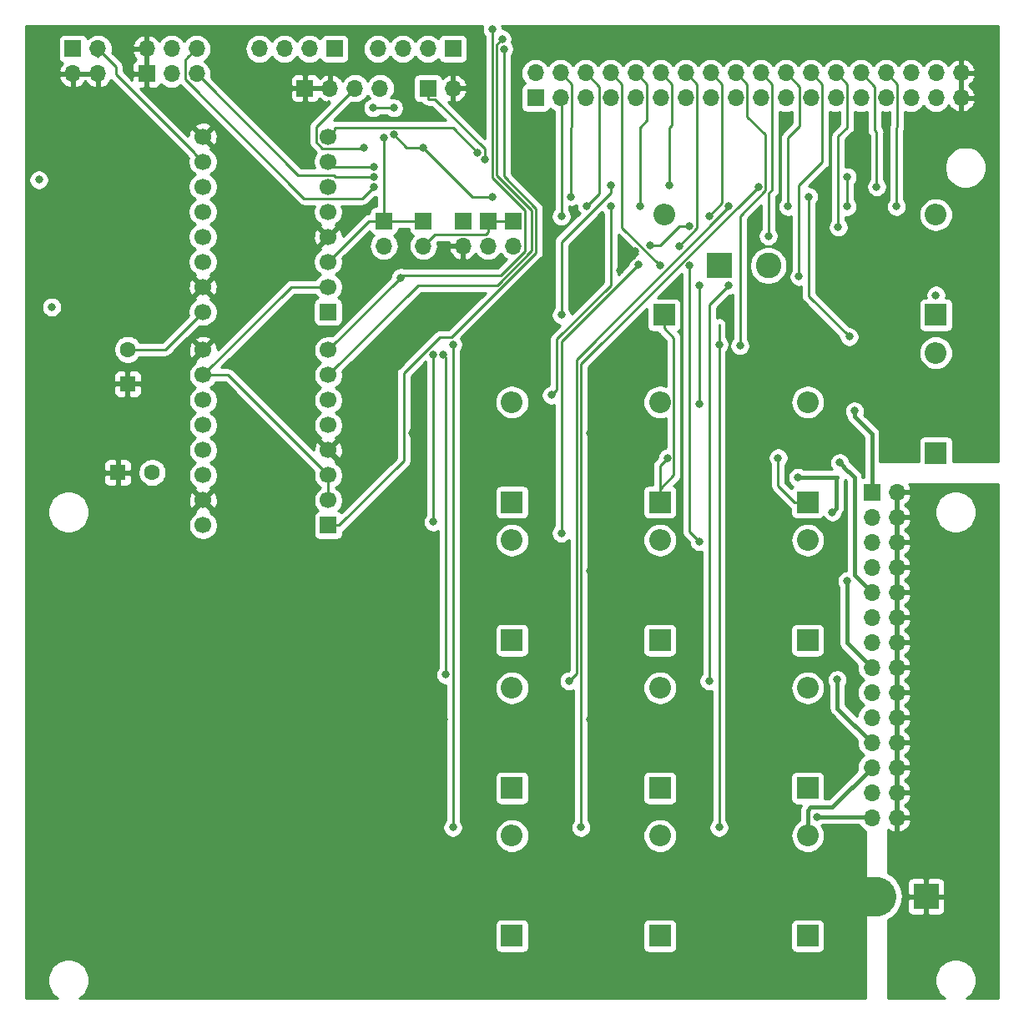
<source format=gbr>
G04 #@! TF.GenerationSoftware,KiCad,Pcbnew,(5.0.1)-3*
G04 #@! TF.CreationDate,2019-11-14T22:07:17-05:00*
G04 #@! TF.ProjectId,pcb_draft1,7063625F6472616674312E6B69636164,rev?*
G04 #@! TF.SameCoordinates,Original*
G04 #@! TF.FileFunction,Copper,L2,Bot,Signal*
G04 #@! TF.FilePolarity,Positive*
%FSLAX46Y46*%
G04 Gerber Fmt 4.6, Leading zero omitted, Abs format (unit mm)*
G04 Created by KiCad (PCBNEW (5.0.1)-3) date 11/14/2019 10:07:17 PM*
%MOMM*%
%LPD*%
G01*
G04 APERTURE LIST*
G04 #@! TA.AperFunction,ComponentPad*
%ADD10R,2.600000X2.600000*%
G04 #@! TD*
G04 #@! TA.AperFunction,ComponentPad*
%ADD11C,2.600000*%
G04 #@! TD*
G04 #@! TA.AperFunction,ComponentPad*
%ADD12O,1.700000X1.700000*%
G04 #@! TD*
G04 #@! TA.AperFunction,ComponentPad*
%ADD13R,1.700000X1.700000*%
G04 #@! TD*
G04 #@! TA.AperFunction,ComponentPad*
%ADD14C,1.600000*%
G04 #@! TD*
G04 #@! TA.AperFunction,ComponentPad*
%ADD15R,1.600000X1.600000*%
G04 #@! TD*
G04 #@! TA.AperFunction,ComponentPad*
%ADD16O,2.200000X2.200000*%
G04 #@! TD*
G04 #@! TA.AperFunction,ComponentPad*
%ADD17R,2.200000X2.200000*%
G04 #@! TD*
G04 #@! TA.AperFunction,ComponentPad*
%ADD18C,1.700000*%
G04 #@! TD*
G04 #@! TA.AperFunction,ViaPad*
%ADD19C,0.800000*%
G04 #@! TD*
G04 #@! TA.AperFunction,ViaPad*
%ADD20C,1.000000*%
G04 #@! TD*
G04 #@! TA.AperFunction,Conductor*
%ADD21C,0.250000*%
G04 #@! TD*
G04 #@! TA.AperFunction,Conductor*
%ADD22C,4.000000*%
G04 #@! TD*
G04 #@! TA.AperFunction,Conductor*
%ADD23C,0.400000*%
G04 #@! TD*
G04 #@! TA.AperFunction,Conductor*
%ADD24C,0.254000*%
G04 #@! TD*
G04 APERTURE END LIST*
D10*
G04 #@! TO.P,F1,1*
G04 #@! TO.N,Net-(D15-Pad2)*
X96000000Y-40000000D03*
D11*
G04 #@! TO.P,F1,2*
G04 #@! TO.N,12V*
X101000000Y-40000000D03*
G04 #@! TD*
D12*
G04 #@! TO.P,S2,4*
G04 #@! TO.N,Net-(S2-Pad4)*
X49380000Y-18000000D03*
G04 #@! TO.P,S2,3*
G04 #@! TO.N,Net-(S2-Pad3)*
X51920000Y-18000000D03*
G04 #@! TO.P,S2,2*
G04 #@! TO.N,Net-(S2-Pad2)*
X54460000Y-18000000D03*
D13*
G04 #@! TO.P,S2,1*
G04 #@! TO.N,Net-(S2-Pad1)*
X57000000Y-18000000D03*
G04 #@! TD*
D14*
G04 #@! TO.P,C1,2*
G04 #@! TO.N,12V*
X38500000Y-61000000D03*
D15*
G04 #@! TO.P,C1,1*
G04 #@! TO.N,GND*
X35000000Y-61000000D03*
G04 #@! TD*
G04 #@! TO.P,C2,1*
G04 #@! TO.N,GND*
X36000000Y-52000000D03*
D14*
G04 #@! TO.P,C2,2*
G04 #@! TO.N,12V*
X36000000Y-48500000D03*
G04 #@! TD*
D16*
G04 #@! TO.P,D12,2*
G04 #@! TO.N,Net-(D12-Pad2)*
X105000000Y-97840000D03*
D17*
G04 #@! TO.P,D12,1*
G04 #@! TO.N,12V*
X105000000Y-108000000D03*
G04 #@! TD*
G04 #@! TO.P,D14,1*
G04 #@! TO.N,12V*
X75000000Y-108000000D03*
D16*
G04 #@! TO.P,D14,2*
G04 #@! TO.N,Net-(D14-Pad2)*
X75000000Y-97840000D03*
G04 #@! TD*
G04 #@! TO.P,D10,2*
G04 #@! TO.N,Net-(D10-Pad2)*
X90000000Y-82840000D03*
D17*
G04 #@! TO.P,D10,1*
G04 #@! TO.N,12V*
X90000000Y-93000000D03*
G04 #@! TD*
G04 #@! TO.P,D4,1*
G04 #@! TO.N,12V*
X90000000Y-64000000D03*
D16*
G04 #@! TO.P,D4,2*
G04 #@! TO.N,Net-(D4-Pad2)*
X90000000Y-53840000D03*
G04 #@! TD*
G04 #@! TO.P,D6,2*
G04 #@! TO.N,Net-(D6-Pad2)*
X105000000Y-67840000D03*
D17*
G04 #@! TO.P,D6,1*
G04 #@! TO.N,12V*
X105000000Y-78000000D03*
G04 #@! TD*
D16*
G04 #@! TO.P,D8,2*
G04 #@! TO.N,Net-(D8-Pad2)*
X75000000Y-67840000D03*
D17*
G04 #@! TO.P,D8,1*
G04 #@! TO.N,12V*
X75000000Y-78000000D03*
G04 #@! TD*
D16*
G04 #@! TO.P,D2,2*
G04 #@! TO.N,Net-(D2-Pad2)*
X118000000Y-48840000D03*
D17*
G04 #@! TO.P,D2,1*
G04 #@! TO.N,12V*
X118000000Y-59000000D03*
G04 #@! TD*
G04 #@! TO.P,D11,1*
G04 #@! TO.N,12V*
X75000000Y-93000000D03*
D16*
G04 #@! TO.P,D11,2*
G04 #@! TO.N,Net-(D11-Pad2)*
X75000000Y-82840000D03*
G04 #@! TD*
G04 #@! TO.P,D13,2*
G04 #@! TO.N,Net-(D13-Pad2)*
X90000000Y-97840000D03*
D17*
G04 #@! TO.P,D13,1*
G04 #@! TO.N,12V*
X90000000Y-108000000D03*
G04 #@! TD*
G04 #@! TO.P,D9,1*
G04 #@! TO.N,12V*
X105000000Y-93000000D03*
D16*
G04 #@! TO.P,D9,2*
G04 #@! TO.N,Net-(D9-Pad2)*
X105000000Y-82840000D03*
G04 #@! TD*
D17*
G04 #@! TO.P,D3,1*
G04 #@! TO.N,12V*
X105000000Y-64000000D03*
D16*
G04 #@! TO.P,D3,2*
G04 #@! TO.N,Net-(D3-Pad2)*
X105000000Y-53840000D03*
G04 #@! TD*
D17*
G04 #@! TO.P,D5,1*
G04 #@! TO.N,12V*
X75000000Y-64000000D03*
D16*
G04 #@! TO.P,D5,2*
G04 #@! TO.N,Net-(D5-Pad2)*
X75000000Y-53840000D03*
G04 #@! TD*
D17*
G04 #@! TO.P,D7,1*
G04 #@! TO.N,12V*
X90000000Y-78000000D03*
D16*
G04 #@! TO.P,D7,2*
G04 #@! TO.N,Net-(D7-Pad2)*
X90000000Y-67840000D03*
G04 #@! TD*
D17*
G04 #@! TO.P,D1,1*
G04 #@! TO.N,12V*
X118000000Y-45000000D03*
D16*
G04 #@! TO.P,D1,2*
G04 #@! TO.N,Net-(D1-Pad2)*
X118000000Y-34840000D03*
G04 #@! TD*
G04 #@! TO.P,D15,2*
G04 #@! TO.N,Net-(D15-Pad2)*
X90420000Y-34840000D03*
D17*
G04 #@! TO.P,D15,1*
G04 #@! TO.N,12V*
X90420000Y-45000000D03*
G04 #@! TD*
D13*
G04 #@! TO.P,J1,1*
G04 #@! TO.N,GND*
X37920000Y-20540000D03*
D12*
G04 #@! TO.P,J1,2*
X37920000Y-18000000D03*
G04 #@! TO.P,J1,3*
G04 #@! TO.N,Servo5V*
X40460000Y-20540000D03*
G04 #@! TO.P,J1,4*
X40460000Y-18000000D03*
G04 #@! TO.P,J1,5*
G04 #@! TO.N,Servo1*
X43000000Y-20540000D03*
G04 #@! TO.P,J1,6*
G04 #@! TO.N,Servo2*
X43000000Y-18000000D03*
G04 #@! TD*
D11*
G04 #@! TO.P,J2,2*
G04 #@! TO.N,GND*
X112000000Y-104000000D03*
D10*
G04 #@! TO.P,J2,1*
G04 #@! TO.N,12V*
X117000000Y-104000000D03*
G04 #@! TD*
D13*
G04 #@! TO.P,J3,1*
G04 #@! TO.N,HomeSwitch*
X66460000Y-22000000D03*
D12*
G04 #@! TO.P,J3,2*
G04 #@! TO.N,GND*
X69000000Y-22000000D03*
G04 #@! TD*
D13*
G04 #@! TO.P,J4,1*
G04 #@! TO.N,Net-(J4-Pad1)*
X75120000Y-35460000D03*
D12*
G04 #@! TO.P,J4,2*
G04 #@! TO.N,GND*
X75120000Y-38000000D03*
G04 #@! TD*
G04 #@! TO.P,J5,2*
G04 #@! TO.N,Net-(J5-Pad2)*
X72580000Y-38000000D03*
D13*
G04 #@! TO.P,J5,1*
G04 #@! TO.N,Net-(J4-Pad1)*
X72580000Y-35460000D03*
G04 #@! TD*
D12*
G04 #@! TO.P,J6,2*
G04 #@! TO.N,GND*
X70040000Y-38000000D03*
D13*
G04 #@! TO.P,J6,1*
G04 #@! TO.N,Net-(J5-Pad2)*
X70040000Y-35460000D03*
G04 #@! TD*
G04 #@! TO.P,J7,1*
G04 #@! TO.N,5V*
X30460000Y-18000000D03*
D12*
G04 #@! TO.P,J7,2*
X33000000Y-18000000D03*
G04 #@! TO.P,J7,3*
G04 #@! TO.N,GND*
X30460000Y-20540000D03*
G04 #@! TO.P,J7,4*
X33000000Y-20540000D03*
G04 #@! TD*
D13*
G04 #@! TO.P,R31,1*
G04 #@! TO.N,5V*
X66000000Y-35460000D03*
D12*
G04 #@! TO.P,R31,2*
G04 #@! TO.N,Net-(J4-Pad1)*
X66000000Y-38000000D03*
G04 #@! TD*
G04 #@! TO.P,R32,2*
G04 #@! TO.N,Net-(J5-Pad2)*
X62000000Y-38000000D03*
D13*
G04 #@! TO.P,R32,1*
G04 #@! TO.N,5V*
X62000000Y-35460000D03*
G04 #@! TD*
G04 #@! TO.P,S1,1*
G04 #@! TO.N,Net-(S1-Pad1)*
X69000000Y-18000000D03*
D12*
G04 #@! TO.P,S1,2*
G04 #@! TO.N,Net-(S1-Pad2)*
X66460000Y-18000000D03*
G04 #@! TO.P,S1,3*
G04 #@! TO.N,Net-(S1-Pad3)*
X63920000Y-18000000D03*
G04 #@! TO.P,S1,4*
G04 #@! TO.N,Net-(S1-Pad4)*
X61380000Y-18000000D03*
G04 #@! TD*
D13*
G04 #@! TO.P,S3,1*
G04 #@! TO.N,GND*
X54000000Y-22000000D03*
D12*
G04 #@! TO.P,S3,2*
X56540000Y-22000000D03*
G04 #@! TO.P,S3,3*
G04 #@! TO.N,Net-(R34-Pad2)*
X59080000Y-22000000D03*
G04 #@! TO.P,S3,4*
G04 #@! TO.N,PaperHome*
X61620000Y-22000000D03*
G04 #@! TD*
D13*
G04 #@! TO.P,U1,1*
G04 #@! TO.N,StD1En*
X56360000Y-66350000D03*
D18*
G04 #@! TO.P,U1,2*
G04 #@! TO.N,5V*
X56360000Y-63810000D03*
G04 #@! TO.P,U1,3*
X56360000Y-61270000D03*
G04 #@! TO.P,U1,4*
G04 #@! TO.N,GND*
X56360000Y-58730000D03*
G04 #@! TO.P,U1,5*
G04 #@! TO.N,Net-(U1-Pad5)*
X56360000Y-56190000D03*
G04 #@! TO.P,U1,6*
G04 #@! TO.N,Net-(U1-Pad6)*
X56360000Y-53650000D03*
G04 #@! TO.P,U1,7*
G04 #@! TO.N,StD1St*
X56360000Y-51110000D03*
G04 #@! TO.P,U1,8*
G04 #@! TO.N,StD1Dir*
X56360000Y-48570000D03*
G04 #@! TO.P,U1,9*
G04 #@! TO.N,12V*
X43660000Y-66350000D03*
G04 #@! TO.P,U1,10*
G04 #@! TO.N,GND*
X43660000Y-63810000D03*
G04 #@! TO.P,U1,11*
G04 #@! TO.N,Net-(S1-Pad1)*
X43660000Y-61270000D03*
G04 #@! TO.P,U1,12*
G04 #@! TO.N,Net-(S1-Pad2)*
X43660000Y-58730000D03*
G04 #@! TO.P,U1,13*
G04 #@! TO.N,Net-(S1-Pad3)*
X43660000Y-56190000D03*
G04 #@! TO.P,U1,14*
G04 #@! TO.N,Net-(S1-Pad4)*
X43660000Y-53650000D03*
G04 #@! TO.P,U1,15*
G04 #@! TO.N,5V*
X43660000Y-51110000D03*
G04 #@! TO.P,U1,16*
G04 #@! TO.N,GND*
X43660000Y-48570000D03*
G04 #@! TD*
G04 #@! TO.P,U2,16*
G04 #@! TO.N,GND*
X43630000Y-26920000D03*
G04 #@! TO.P,U2,15*
G04 #@! TO.N,5V*
X43630000Y-29460000D03*
G04 #@! TO.P,U2,14*
G04 #@! TO.N,Net-(S2-Pad4)*
X43630000Y-32000000D03*
G04 #@! TO.P,U2,13*
G04 #@! TO.N,Net-(S2-Pad3)*
X43630000Y-34540000D03*
G04 #@! TO.P,U2,12*
G04 #@! TO.N,Net-(S2-Pad2)*
X43630000Y-37080000D03*
G04 #@! TO.P,U2,11*
G04 #@! TO.N,Net-(S2-Pad1)*
X43630000Y-39620000D03*
G04 #@! TO.P,U2,10*
G04 #@! TO.N,GND*
X43630000Y-42160000D03*
G04 #@! TO.P,U2,9*
G04 #@! TO.N,12V*
X43630000Y-44700000D03*
G04 #@! TO.P,U2,8*
G04 #@! TO.N,StD2Dir*
X56330000Y-26920000D03*
G04 #@! TO.P,U2,7*
G04 #@! TO.N,StD2St*
X56330000Y-29460000D03*
G04 #@! TO.P,U2,6*
G04 #@! TO.N,Net-(U2-Pad6)*
X56330000Y-32000000D03*
G04 #@! TO.P,U2,5*
G04 #@! TO.N,Net-(U2-Pad5)*
X56330000Y-34540000D03*
G04 #@! TO.P,U2,4*
G04 #@! TO.N,GND*
X56330000Y-37080000D03*
G04 #@! TO.P,U2,3*
G04 #@! TO.N,5V*
X56330000Y-39620000D03*
G04 #@! TO.P,U2,2*
X56330000Y-42160000D03*
D13*
G04 #@! TO.P,U2,1*
G04 #@! TO.N,StD2En*
X56330000Y-44700000D03*
G04 #@! TD*
G04 #@! TO.P,Y1,1*
G04 #@! TO.N,5V*
X77380000Y-23000000D03*
D12*
G04 #@! TO.P,Y1,2*
X77380000Y-20460000D03*
G04 #@! TO.P,Y1,3*
G04 #@! TO.N,Fan*
X79920000Y-23000000D03*
G04 #@! TO.P,Y1,4*
G04 #@! TO.N,Net-(R15-Pad1)*
X79920000Y-20460000D03*
G04 #@! TO.P,Y1,5*
G04 #@! TO.N,StD1En*
X82460000Y-23000000D03*
G04 #@! TO.P,Y1,6*
G04 #@! TO.N,Net-(R16-Pad1)*
X82460000Y-20460000D03*
G04 #@! TO.P,Y1,7*
G04 #@! TO.N,StD1St*
X85000000Y-23000000D03*
G04 #@! TO.P,Y1,8*
G04 #@! TO.N,Net-(R17-Pad1)*
X85000000Y-20460000D03*
G04 #@! TO.P,Y1,9*
G04 #@! TO.N,StD1Dir*
X87540000Y-23000000D03*
G04 #@! TO.P,Y1,10*
G04 #@! TO.N,Net-(R18-Pad1)*
X87540000Y-20460000D03*
G04 #@! TO.P,Y1,11*
G04 #@! TO.N,StD2En*
X90080000Y-23000000D03*
G04 #@! TO.P,Y1,12*
G04 #@! TO.N,Net-(R19-Pad1)*
X90080000Y-20460000D03*
G04 #@! TO.P,Y1,13*
G04 #@! TO.N,StD2St*
X92620000Y-23000000D03*
G04 #@! TO.P,Y1,14*
G04 #@! TO.N,Net-(R20-Pad1)*
X92620000Y-20460000D03*
G04 #@! TO.P,Y1,15*
G04 #@! TO.N,StD2Dir*
X95160000Y-23000000D03*
G04 #@! TO.P,Y1,16*
G04 #@! TO.N,Net-(R21-Pad1)*
X95160000Y-20460000D03*
G04 #@! TO.P,Y1,17*
G04 #@! TO.N,HomeSwitch*
X97700000Y-23000000D03*
G04 #@! TO.P,Y1,18*
G04 #@! TO.N,Net-(R22-Pad1)*
X97700000Y-20460000D03*
G04 #@! TO.P,Y1,19*
G04 #@! TO.N,Servo1*
X100240000Y-23000000D03*
G04 #@! TO.P,Y1,20*
G04 #@! TO.N,Net-(R23-Pad1)*
X100240000Y-20460000D03*
G04 #@! TO.P,Y1,21*
G04 #@! TO.N,Servo2*
X102780000Y-23000000D03*
G04 #@! TO.P,Y1,22*
G04 #@! TO.N,Net-(R24-Pad1)*
X102780000Y-20460000D03*
G04 #@! TO.P,Y1,23*
G04 #@! TO.N,PaperHome*
X105320000Y-23000000D03*
G04 #@! TO.P,Y1,24*
G04 #@! TO.N,Net-(R25-Pad1)*
X105320000Y-20460000D03*
G04 #@! TO.P,Y1,25*
G04 #@! TO.N,Net-(Y1-Pad25)*
X107860000Y-23000000D03*
G04 #@! TO.P,Y1,26*
G04 #@! TO.N,Net-(R26-Pad1)*
X107860000Y-20460000D03*
G04 #@! TO.P,Y1,27*
G04 #@! TO.N,Net-(Y1-Pad27)*
X110400000Y-23000000D03*
G04 #@! TO.P,Y1,28*
G04 #@! TO.N,Net-(R27-Pad1)*
X110400000Y-20460000D03*
G04 #@! TO.P,Y1,29*
G04 #@! TO.N,Net-(Y1-Pad29)*
X112940000Y-23000000D03*
G04 #@! TO.P,Y1,30*
G04 #@! TO.N,Net-(R28-Pad1)*
X112940000Y-20460000D03*
G04 #@! TO.P,Y1,31*
G04 #@! TO.N,Net-(Y1-Pad31)*
X115480000Y-23000000D03*
G04 #@! TO.P,Y1,32*
G04 #@! TO.N,Net-(Y1-Pad32)*
X115480000Y-20460000D03*
G04 #@! TO.P,Y1,33*
G04 #@! TO.N,Net-(Y1-Pad33)*
X118020000Y-23000000D03*
G04 #@! TO.P,Y1,34*
G04 #@! TO.N,Net-(Y1-Pad34)*
X118020000Y-20460000D03*
G04 #@! TO.P,Y1,35*
G04 #@! TO.N,GND*
X120560000Y-23000000D03*
G04 #@! TO.P,Y1,36*
X120560000Y-20460000D03*
G04 #@! TD*
D13*
G04 #@! TO.P,Z1,1*
G04 #@! TO.N,Net-(D1-Pad2)*
X111500000Y-63000000D03*
D12*
G04 #@! TO.P,Z1,2*
G04 #@! TO.N,12V*
X114040000Y-63000000D03*
G04 #@! TO.P,Z1,3*
G04 #@! TO.N,Net-(D2-Pad2)*
X111500000Y-65540000D03*
G04 #@! TO.P,Z1,4*
G04 #@! TO.N,12V*
X114040000Y-65540000D03*
G04 #@! TO.P,Z1,5*
G04 #@! TO.N,Net-(D3-Pad2)*
X111500000Y-68080000D03*
G04 #@! TO.P,Z1,6*
G04 #@! TO.N,12V*
X114040000Y-68080000D03*
G04 #@! TO.P,Z1,7*
G04 #@! TO.N,Net-(D4-Pad2)*
X111500000Y-70620000D03*
G04 #@! TO.P,Z1,8*
G04 #@! TO.N,12V*
X114040000Y-70620000D03*
G04 #@! TO.P,Z1,9*
G04 #@! TO.N,Net-(D5-Pad2)*
X111500000Y-73160000D03*
G04 #@! TO.P,Z1,10*
G04 #@! TO.N,12V*
X114040000Y-73160000D03*
G04 #@! TO.P,Z1,11*
G04 #@! TO.N,Net-(D6-Pad2)*
X111500000Y-75700000D03*
G04 #@! TO.P,Z1,12*
G04 #@! TO.N,12V*
X114040000Y-75700000D03*
G04 #@! TO.P,Z1,13*
G04 #@! TO.N,Net-(D7-Pad2)*
X111500000Y-78240000D03*
G04 #@! TO.P,Z1,14*
G04 #@! TO.N,12V*
X114040000Y-78240000D03*
G04 #@! TO.P,Z1,15*
G04 #@! TO.N,Net-(D8-Pad2)*
X111500000Y-80780000D03*
G04 #@! TO.P,Z1,16*
G04 #@! TO.N,12V*
X114040000Y-80780000D03*
G04 #@! TO.P,Z1,17*
G04 #@! TO.N,Net-(D9-Pad2)*
X111500000Y-83320000D03*
G04 #@! TO.P,Z1,18*
G04 #@! TO.N,12V*
X114040000Y-83320000D03*
G04 #@! TO.P,Z1,19*
G04 #@! TO.N,Net-(D10-Pad2)*
X111500000Y-85860000D03*
G04 #@! TO.P,Z1,20*
G04 #@! TO.N,12V*
X114040000Y-85860000D03*
G04 #@! TO.P,Z1,21*
G04 #@! TO.N,Net-(D11-Pad2)*
X111500000Y-88400000D03*
G04 #@! TO.P,Z1,22*
G04 #@! TO.N,12V*
X114040000Y-88400000D03*
G04 #@! TO.P,Z1,23*
G04 #@! TO.N,Net-(D12-Pad2)*
X111500000Y-90940000D03*
G04 #@! TO.P,Z1,24*
G04 #@! TO.N,12V*
X114040000Y-90940000D03*
G04 #@! TO.P,Z1,25*
G04 #@! TO.N,Net-(D13-Pad2)*
X111500000Y-93480000D03*
G04 #@! TO.P,Z1,26*
G04 #@! TO.N,12V*
X114040000Y-93480000D03*
G04 #@! TO.P,Z1,27*
G04 #@! TO.N,Net-(D14-Pad2)*
X111500000Y-96020000D03*
G04 #@! TO.P,Z1,28*
G04 #@! TO.N,12V*
X114040000Y-96020000D03*
G04 #@! TD*
D19*
G04 #@! TO.N,12V*
X118000000Y-43000000D03*
X90800000Y-59500000D03*
X102000000Y-59500000D03*
D20*
G04 #@! TO.N,GND*
X68000000Y-101000000D03*
X83000000Y-101000000D03*
X98000000Y-101000000D03*
X98400000Y-85700000D03*
X83000000Y-86000000D03*
X68000000Y-86000000D03*
X65000000Y-57000000D03*
X83000000Y-57000000D03*
X98000000Y-57000000D03*
X111000000Y-52000000D03*
X111000000Y-38000000D03*
X83000000Y-38000000D03*
X83000000Y-71000000D03*
X65000000Y-71000000D03*
X98500000Y-70800000D03*
X102900000Y-55400000D03*
D19*
X32500000Y-45250000D03*
X38750000Y-66250000D03*
X53750000Y-75500000D03*
X58750000Y-91250000D03*
X58500000Y-113250000D03*
X75250000Y-111250000D03*
X49500000Y-66000000D03*
X50250000Y-59750000D03*
X53000000Y-50000000D03*
X50750000Y-39250000D03*
X59250000Y-18000000D03*
X79500000Y-70750000D03*
X79500000Y-85500000D03*
X87474694Y-38500000D03*
X86000000Y-40500000D03*
G04 #@! TO.N,*
X27000000Y-31300000D03*
X28300000Y-44200000D03*
G04 #@! TO.N,5V*
X62000000Y-27000000D03*
G04 #@! TO.N,Net-(D1-Pad2)*
X109750000Y-54750000D03*
G04 #@! TO.N,Net-(D4-Pad2)*
X104000000Y-61500000D03*
X107500000Y-65000000D03*
G04 #@! TO.N,Net-(D5-Pad2)*
X108250000Y-60000000D03*
G04 #@! TO.N,Net-(D8-Pad2)*
X109000000Y-72000000D03*
G04 #@! TO.N,Net-(D11-Pad2)*
X108000000Y-82000000D03*
G04 #@! TO.N,Net-(D14-Pad2)*
X105907347Y-95907347D03*
G04 #@! TO.N,Servo1*
X61000000Y-31000000D03*
G04 #@! TO.N,Servo2*
X61000000Y-32000000D03*
G04 #@! TO.N,HomeSwitch*
X72219761Y-29219761D03*
G04 #@! TO.N,Fan*
X80000000Y-35000000D03*
G04 #@! TO.N,PaperHome*
X73000000Y-33000000D03*
X66000000Y-28000000D03*
X63040134Y-26725000D03*
G04 #@! TO.N,Net-(S1-Pad1)*
X60895000Y-24000000D03*
X63000000Y-24000000D03*
G04 #@! TO.N,StD1Dir*
X73000000Y-16000000D03*
X63715000Y-41215000D03*
G04 #@! TO.N,StD1St*
X74000000Y-17000000D03*
G04 #@! TO.N,StD1En*
X74175010Y-18012653D03*
G04 #@! TO.N,StD2St*
X61000000Y-30000000D03*
G04 #@! TO.N,StD2Dir*
X71512653Y-28512653D03*
G04 #@! TO.N,Net-(R15-Pad1)*
X109000000Y-34000000D03*
X109000000Y-31000000D03*
X81000000Y-33000000D03*
G04 #@! TO.N,Net-(R16-Pad1)*
X109212653Y-47212653D03*
X105089999Y-33000000D03*
X82597470Y-33943089D03*
G04 #@! TO.N,Net-(R17-Pad1)*
X94000000Y-54000000D03*
X94000000Y-42000000D03*
X90000000Y-40000000D03*
G04 #@! TO.N,Net-(R18-Pad1)*
X79000000Y-53139999D03*
X85000000Y-34000000D03*
X88000000Y-34000000D03*
G04 #@! TO.N,Net-(R19-Pad1)*
X80000000Y-45000000D03*
X85000000Y-31824990D03*
X91000000Y-31824990D03*
G04 #@! TO.N,Net-(R20-Pad1)*
X94000000Y-68000000D03*
X93012653Y-40012653D03*
X92000000Y-38000000D03*
G04 #@! TO.N,Net-(R21-Pad1)*
X80000000Y-67139999D03*
X87862347Y-39862347D03*
X89012653Y-37987347D03*
X92987347Y-35987347D03*
X95000000Y-35000000D03*
G04 #@! TO.N,Net-(R22-Pad1)*
X67012653Y-66012653D03*
X67000000Y-49000000D03*
X98128462Y-48128462D03*
G04 #@! TO.N,Net-(R23-Pad1)*
X95000000Y-82139999D03*
X97000000Y-42000000D03*
X101000000Y-37000000D03*
G04 #@! TO.N,Net-(R24-Pad1)*
X80779999Y-82139999D03*
X96987347Y-33987347D03*
X103000000Y-34000000D03*
G04 #@! TO.N,Net-(R25-Pad1)*
X68275000Y-81496194D03*
X68000000Y-49000000D03*
X104115809Y-41115809D03*
G04 #@! TO.N,Net-(R26-Pad1)*
X96000000Y-97000000D03*
X96000000Y-48000000D03*
X108103156Y-36103156D03*
G04 #@! TO.N,Net-(R27-Pad1)*
X82000000Y-97000000D03*
X100000000Y-32000000D03*
X112000000Y-32000000D03*
G04 #@! TO.N,Net-(R28-Pad1)*
X69000000Y-97000000D03*
X69000000Y-48000000D03*
X114000000Y-34000000D03*
G04 #@! TO.N,Net-(R34-Pad2)*
X60000000Y-28000000D03*
G04 #@! TD*
D21*
G04 #@! TO.N,12V*
X90420000Y-46350000D02*
X90420000Y-45000000D01*
X91425001Y-47355001D02*
X90420000Y-46350000D01*
X91425001Y-61224999D02*
X91425001Y-47355001D01*
X90000000Y-62650000D02*
X91425001Y-61224999D01*
X90000000Y-64000000D02*
X90000000Y-62650000D01*
X39830000Y-48500000D02*
X43630000Y-44700000D01*
X36000000Y-48500000D02*
X39830000Y-48500000D01*
X90000000Y-64000000D02*
X90000000Y-60300000D01*
X90000000Y-60300000D02*
X90800000Y-59500000D01*
X103650000Y-64000000D02*
X105000000Y-64000000D01*
X102000000Y-62350000D02*
X103650000Y-64000000D01*
X102000000Y-59500000D02*
X102000000Y-62350000D01*
D22*
G04 #@! TO.N,GND*
X112000000Y-104000000D02*
X109000000Y-104000000D01*
D21*
X87474694Y-39025306D02*
X86000000Y-40500000D01*
X87474694Y-38500000D02*
X87474694Y-39025306D01*
G04 #@! TO.N,5V*
X62000000Y-27000000D02*
X62000000Y-35460000D01*
X62000000Y-35460000D02*
X66000000Y-35460000D01*
X60490000Y-35460000D02*
X56330000Y-39620000D01*
X62000000Y-35460000D02*
X60490000Y-35460000D01*
X33000000Y-18830000D02*
X33000000Y-18000000D01*
X52610000Y-42160000D02*
X43660000Y-51110000D01*
X56330000Y-42160000D02*
X52610000Y-42160000D01*
X46200000Y-51110000D02*
X56360000Y-61270000D01*
X43660000Y-51110000D02*
X46200000Y-51110000D01*
X56360000Y-61270000D02*
X56360000Y-63810000D01*
X34800000Y-19800000D02*
X33000000Y-18000000D01*
X34800000Y-20600000D02*
X34800000Y-19800000D01*
X42780001Y-28580001D02*
X34800000Y-20600000D01*
X43630000Y-29460000D02*
X42780001Y-28610001D01*
X42780001Y-28610001D02*
X42780001Y-28580001D01*
D23*
G04 #@! TO.N,Net-(D1-Pad2)*
X111500000Y-57205692D02*
X111500000Y-63000000D01*
X111500000Y-57065685D02*
X111500000Y-57205692D01*
X109750000Y-55315685D02*
X111500000Y-57065685D01*
X109750000Y-54750000D02*
X109750000Y-55315685D01*
G04 #@! TO.N,Net-(D4-Pad2)*
X104000000Y-61500000D02*
X108000000Y-61500000D01*
X107899999Y-61600001D02*
X108000000Y-61500000D01*
X107899999Y-64600001D02*
X107899999Y-61600001D01*
X107500000Y-65000000D02*
X107899999Y-64600001D01*
G04 #@! TO.N,Net-(D5-Pad2)*
X110650001Y-72310001D02*
X111500000Y-73160000D01*
X109725001Y-71385001D02*
X110650001Y-72310001D01*
X109725001Y-61449695D02*
X109725001Y-71385001D01*
X109137653Y-60862347D02*
X109725001Y-61449695D01*
X109137653Y-60862347D02*
X109112347Y-60862347D01*
X109112347Y-60862347D02*
X108250000Y-60000000D01*
G04 #@! TO.N,Net-(D8-Pad2)*
X109000000Y-78280000D02*
X111500000Y-80780000D01*
X109000000Y-72000000D02*
X109000000Y-78280000D01*
G04 #@! TO.N,Net-(D11-Pad2)*
X108000000Y-84900000D02*
X111500000Y-88400000D01*
X108000000Y-82000000D02*
X108000000Y-84900000D01*
G04 #@! TO.N,Net-(D12-Pad2)*
X111500000Y-90940000D02*
X107500000Y-94940000D01*
X107500000Y-94940000D02*
X105310000Y-94940000D01*
X105000000Y-95250000D02*
X105000000Y-97840000D01*
X105310000Y-94940000D02*
X105000000Y-95250000D01*
G04 #@! TO.N,Net-(D14-Pad2)*
X105907347Y-95907347D02*
X111387347Y-95907347D01*
X111387347Y-95907347D02*
X111500000Y-96020000D01*
D21*
G04 #@! TO.N,Servo1*
X43849999Y-21389999D02*
X43000000Y-20540000D01*
X53284999Y-30824999D02*
X43849999Y-21389999D01*
X56894001Y-30824999D02*
X53284999Y-30824999D01*
X57069002Y-31000000D02*
X56894001Y-30824999D01*
X61000000Y-31000000D02*
X57069002Y-31000000D01*
G04 #@! TO.N,Servo2*
X42150001Y-18849999D02*
X43000000Y-18000000D01*
X41824999Y-19175001D02*
X42150001Y-18849999D01*
X41824999Y-21104001D02*
X41824999Y-19175001D01*
X53895999Y-33175001D02*
X41824999Y-21104001D01*
X59824999Y-33175001D02*
X53895999Y-33175001D01*
X61000000Y-32000000D02*
X59824999Y-33175001D01*
G04 #@! TO.N,HomeSwitch*
X66460000Y-23100000D02*
X66460000Y-22000000D01*
X67173002Y-23100000D02*
X66460000Y-23100000D01*
X72237654Y-28164652D02*
X67173002Y-23100000D01*
X72237654Y-29201868D02*
X72237654Y-28164652D01*
X72219761Y-29219761D02*
X72237654Y-29201868D01*
G04 #@! TO.N,Net-(J4-Pad1)*
X72580000Y-36560000D02*
X72580000Y-35460000D01*
X72315001Y-36824999D02*
X72580000Y-36560000D01*
X67175001Y-36824999D02*
X72315001Y-36824999D01*
X66000000Y-38000000D02*
X67175001Y-36824999D01*
X73680000Y-35460000D02*
X75120000Y-35460000D01*
X72580000Y-35460000D02*
X73680000Y-35460000D01*
G04 #@! TO.N,Fan*
X80000000Y-23080000D02*
X79920000Y-23000000D01*
X80000000Y-35000000D02*
X80000000Y-23080000D01*
G04 #@! TO.N,PaperHome*
X73000000Y-33000000D02*
X71000000Y-33000000D01*
X71000000Y-33000000D02*
X66000000Y-28000000D01*
X66000000Y-28000000D02*
X64315134Y-28000000D01*
X64315134Y-28000000D02*
X63040134Y-26725000D01*
G04 #@! TO.N,Net-(S1-Pad1)*
X60895000Y-24000000D02*
X63000000Y-24000000D01*
G04 #@! TO.N,StD1Dir*
X76295001Y-38564001D02*
X73859002Y-41000000D01*
X76295001Y-34349999D02*
X76295001Y-38564001D01*
X73000000Y-16000000D02*
X73000000Y-31054998D01*
X73000000Y-31054998D02*
X76295001Y-34349999D01*
X73859002Y-41000000D02*
X63930000Y-41000000D01*
X63930000Y-41000000D02*
X63715000Y-41215000D01*
X63715000Y-41215000D02*
X56360000Y-48570000D01*
G04 #@! TO.N,StD1St*
X73495412Y-42000000D02*
X65470000Y-42000000D01*
X65470000Y-42000000D02*
X56360000Y-51110000D01*
X77000000Y-34418588D02*
X77000000Y-38495412D01*
X77000000Y-38495412D02*
X73495412Y-42000000D01*
X73450010Y-17549990D02*
X73450010Y-30868598D01*
X74000000Y-17000000D02*
X73450010Y-17549990D01*
X73450010Y-30868598D02*
X77000000Y-34418588D01*
G04 #@! TO.N,StD1En*
X77450010Y-34232188D02*
X77450009Y-38681813D01*
X74175010Y-18012653D02*
X74175010Y-30957188D01*
X74175010Y-30957188D02*
X77450010Y-34232188D01*
X67651999Y-47274999D02*
X64000000Y-50926998D01*
X77450009Y-38681813D02*
X68856823Y-47274999D01*
X68856823Y-47274999D02*
X67651999Y-47274999D01*
X57460000Y-66350000D02*
X56360000Y-66350000D01*
X64000000Y-59810000D02*
X57460000Y-66350000D01*
X64000000Y-50926998D02*
X64000000Y-59810000D01*
G04 #@! TO.N,StD2St*
X61000000Y-30000000D02*
X56870000Y-30000000D01*
X56870000Y-30000000D02*
X56330000Y-29460000D01*
G04 #@! TO.N,StD2Dir*
X71512653Y-28512653D02*
X69000000Y-26000000D01*
X69000000Y-26000000D02*
X57000000Y-26000000D01*
X57000000Y-26250000D02*
X56330000Y-26920000D01*
X57000000Y-26000000D02*
X57000000Y-26250000D01*
G04 #@! TO.N,Net-(R15-Pad1)*
X81095001Y-21635001D02*
X81095001Y-25904999D01*
X79920000Y-20460000D02*
X81095001Y-21635001D01*
X109000000Y-34000000D02*
X109000000Y-31000000D01*
X81000000Y-26000000D02*
X81095001Y-25904999D01*
X81000000Y-33000000D02*
X81000000Y-26000000D01*
G04 #@! TO.N,Net-(R16-Pad1)*
X109212653Y-47212653D02*
X105089999Y-43089999D01*
X105089999Y-43089999D02*
X105089999Y-33000000D01*
X82460000Y-20460000D02*
X83824999Y-21824999D01*
X83824999Y-32715560D02*
X82597470Y-33943089D01*
X83824999Y-21824999D02*
X83824999Y-32715560D01*
G04 #@! TO.N,Net-(R17-Pad1)*
X94000000Y-54000000D02*
X94000000Y-42000000D01*
X86175001Y-21635001D02*
X85000000Y-20460000D01*
X90000000Y-40000000D02*
X86175001Y-36175001D01*
X86175001Y-36175001D02*
X86175001Y-21635001D01*
G04 #@! TO.N,Net-(R18-Pad1)*
X88715001Y-21635001D02*
X88715001Y-25284999D01*
X87540000Y-20460000D02*
X88715001Y-21635001D01*
X79549990Y-52590009D02*
X79549990Y-47450010D01*
X79000000Y-53139999D02*
X79549990Y-52590009D01*
X79549990Y-47450010D02*
X85000000Y-42000000D01*
X85000000Y-42000000D02*
X85000000Y-34000000D01*
X88000000Y-26000000D02*
X88715001Y-25284999D01*
X88000000Y-34000000D02*
X88000000Y-26000000D01*
G04 #@! TO.N,Net-(R19-Pad1)*
X91255001Y-21635001D02*
X91255001Y-25744999D01*
X90080000Y-20460000D02*
X91255001Y-21635001D01*
X85000000Y-32613561D02*
X85000000Y-31824990D01*
X80000000Y-45000000D02*
X80000000Y-37613561D01*
X80000000Y-37613561D02*
X85000000Y-32613561D01*
X91000000Y-26000000D02*
X91255001Y-25744999D01*
X91000000Y-31824990D02*
X91000000Y-26000000D01*
G04 #@! TO.N,Net-(R20-Pad1)*
X94000000Y-68000000D02*
X93000000Y-67000000D01*
X93000000Y-67000000D02*
X93000000Y-40000000D01*
X93000000Y-40000000D02*
X93012653Y-40012653D01*
X93795001Y-21635001D02*
X92620000Y-20460000D01*
X92000000Y-38000000D02*
X93795001Y-36204999D01*
X93795001Y-36204999D02*
X93795001Y-21635001D01*
G04 #@! TO.N,Net-(R21-Pad1)*
X80000000Y-67139999D02*
X80000000Y-50000000D01*
X80000000Y-50000000D02*
X80000000Y-47724694D01*
X80000000Y-47724694D02*
X87862347Y-39862347D01*
X92012653Y-35987347D02*
X92987347Y-35987347D01*
X89012653Y-37987347D02*
X90012653Y-37987347D01*
X90012653Y-37987347D02*
X92012653Y-35987347D01*
X96335001Y-21635001D02*
X95160000Y-20460000D01*
X95000000Y-35000000D02*
X96335001Y-33664999D01*
X96335001Y-33664999D02*
X96335001Y-21635001D01*
G04 #@! TO.N,Net-(R22-Pad1)*
X67012653Y-66012653D02*
X67012653Y-49012653D01*
X67012653Y-49012653D02*
X67000000Y-49000000D01*
X97700000Y-20460000D02*
X98875001Y-21635001D01*
X100725001Y-26725001D02*
X98875001Y-24875001D01*
X100725001Y-32348001D02*
X100725001Y-26725001D01*
X98128462Y-34944540D02*
X100725001Y-32348001D01*
X98128462Y-48128462D02*
X98128462Y-34944540D01*
X98875001Y-21635001D02*
X98875001Y-24875001D01*
G04 #@! TO.N,Net-(R23-Pad1)*
X95000000Y-82139999D02*
X95000000Y-44185002D01*
X95000000Y-44185002D02*
X95000000Y-44000000D01*
X95000000Y-44000000D02*
X97000000Y-42000000D01*
X101415001Y-21635001D02*
X100240000Y-20460000D01*
X101415001Y-32294411D02*
X101415001Y-21635001D01*
X101000000Y-32709412D02*
X101415001Y-32294411D01*
X101000000Y-37000000D02*
X101000000Y-32709412D01*
G04 #@! TO.N,Net-(R24-Pad1)*
X81549990Y-81370008D02*
X81549990Y-50549990D01*
X80779999Y-82139999D02*
X81549990Y-81370008D01*
X104144999Y-21824999D02*
X104144999Y-25855001D01*
X102780000Y-20460000D02*
X104144999Y-21824999D01*
X96987347Y-34085655D02*
X96987347Y-33987347D01*
X81549990Y-50549990D02*
X81549990Y-49523012D01*
X81549990Y-49523012D02*
X96987347Y-34085655D01*
X103000000Y-27000000D02*
X104144999Y-25855001D01*
X103000000Y-34000000D02*
X103000000Y-27000000D01*
G04 #@! TO.N,Net-(R25-Pad1)*
X68275000Y-81496194D02*
X68275000Y-49275000D01*
X68275000Y-49275000D02*
X68000000Y-49000000D01*
X105320000Y-20460000D02*
X106495001Y-21635001D01*
X106495001Y-29504999D02*
X106495001Y-26495001D01*
X104115809Y-31884191D02*
X106495001Y-29504999D01*
X104115809Y-41115809D02*
X104115809Y-31884191D01*
X106495001Y-21635001D02*
X106495001Y-26495001D01*
X106495001Y-26495001D02*
X106495001Y-26504999D01*
G04 #@! TO.N,Net-(R26-Pad1)*
X96000000Y-97000000D02*
X96000000Y-48000000D01*
X109035001Y-21635001D02*
X109035001Y-25964999D01*
X107860000Y-20460000D02*
X109035001Y-21635001D01*
X96000000Y-48000000D02*
X96000000Y-46000000D01*
X108103156Y-36103156D02*
X108103156Y-33103156D01*
X108103156Y-33103156D02*
X108103156Y-26896844D01*
X108103156Y-26896844D02*
X109000000Y-26000000D01*
G04 #@! TO.N,Net-(R27-Pad1)*
X82000000Y-50000000D02*
X100000000Y-32000000D01*
X82000000Y-97000000D02*
X82000000Y-50000000D01*
X111764999Y-21824999D02*
X110400000Y-20460000D01*
X112000000Y-32000000D02*
X112000000Y-26470002D01*
X112000000Y-26470002D02*
X111764999Y-26235001D01*
X111764999Y-26235001D02*
X111764999Y-21824999D01*
X100000000Y-32000000D02*
X100000000Y-32000000D01*
G04 #@! TO.N,Net-(R28-Pad1)*
X69000000Y-97000000D02*
X69000000Y-48000000D01*
X114115001Y-21635001D02*
X114115001Y-25884999D01*
X112940000Y-20460000D02*
X114115001Y-21635001D01*
X114000000Y-26000000D02*
X114115001Y-25884999D01*
X114000000Y-34000000D02*
X114000000Y-26000000D01*
G04 #@! TO.N,Net-(R34-Pad2)*
X59904999Y-28095001D02*
X60000000Y-28000000D01*
X55765999Y-28095001D02*
X59904999Y-28095001D01*
X55154999Y-27484001D02*
X55765999Y-28095001D01*
X59080000Y-22000000D02*
X55154999Y-25925001D01*
X55154999Y-25925001D02*
X55154999Y-27484001D01*
G04 #@! TD*
D24*
G04 #@! TO.N,GND*
G36*
X72004774Y-15698102D02*
X71965000Y-15898061D01*
X71965000Y-16101939D01*
X72004774Y-16301898D01*
X72082795Y-16490256D01*
X72196063Y-16659774D01*
X72240000Y-16703711D01*
X72240001Y-27092197D01*
X68565843Y-23418040D01*
X68643110Y-23441476D01*
X68873000Y-23320155D01*
X68873000Y-22127000D01*
X69127000Y-22127000D01*
X69127000Y-23320155D01*
X69356890Y-23441476D01*
X69504099Y-23396825D01*
X69766920Y-23271641D01*
X70000269Y-23097588D01*
X70195178Y-22881355D01*
X70344157Y-22631252D01*
X70441481Y-22356891D01*
X70320814Y-22127000D01*
X69127000Y-22127000D01*
X68873000Y-22127000D01*
X68853000Y-22127000D01*
X68853000Y-21873000D01*
X68873000Y-21873000D01*
X68873000Y-20679845D01*
X69127000Y-20679845D01*
X69127000Y-21873000D01*
X70320814Y-21873000D01*
X70441481Y-21643109D01*
X70344157Y-21368748D01*
X70195178Y-21118645D01*
X70000269Y-20902412D01*
X69766920Y-20728359D01*
X69504099Y-20603175D01*
X69356890Y-20558524D01*
X69127000Y-20679845D01*
X68873000Y-20679845D01*
X68643110Y-20558524D01*
X68495901Y-20603175D01*
X68233080Y-20728359D01*
X67999731Y-20902412D01*
X67923966Y-20986466D01*
X67899502Y-20905820D01*
X67840537Y-20795506D01*
X67761185Y-20698815D01*
X67664494Y-20619463D01*
X67554180Y-20560498D01*
X67434482Y-20524188D01*
X67310000Y-20511928D01*
X65610000Y-20511928D01*
X65485518Y-20524188D01*
X65365820Y-20560498D01*
X65255506Y-20619463D01*
X65158815Y-20698815D01*
X65079463Y-20795506D01*
X65020498Y-20905820D01*
X64984188Y-21025518D01*
X64971928Y-21150000D01*
X64971928Y-22850000D01*
X64984188Y-22974482D01*
X65020498Y-23094180D01*
X65079463Y-23204494D01*
X65158815Y-23301185D01*
X65255506Y-23380537D01*
X65365820Y-23439502D01*
X65485518Y-23475812D01*
X65610000Y-23488072D01*
X65805674Y-23488072D01*
X65825026Y-23524276D01*
X65912819Y-23631252D01*
X65919999Y-23640001D01*
X66035724Y-23734974D01*
X66167753Y-23805546D01*
X66311014Y-23849003D01*
X66460000Y-23863677D01*
X66497333Y-23860000D01*
X66858201Y-23860000D01*
X68238201Y-25240000D01*
X57037333Y-25240000D01*
X57000000Y-25236323D01*
X56962667Y-25240000D01*
X56909572Y-25245229D01*
X58714005Y-23440797D01*
X58788889Y-23463513D01*
X59007050Y-23485000D01*
X59152950Y-23485000D01*
X59371111Y-23463513D01*
X59651034Y-23378599D01*
X59909014Y-23240706D01*
X60135134Y-23055134D01*
X60320706Y-22829014D01*
X60350000Y-22774209D01*
X60379294Y-22829014D01*
X60541185Y-23026279D01*
X60404744Y-23082795D01*
X60235226Y-23196063D01*
X60091063Y-23340226D01*
X59977795Y-23509744D01*
X59899774Y-23698102D01*
X59860000Y-23898061D01*
X59860000Y-24101939D01*
X59899774Y-24301898D01*
X59977795Y-24490256D01*
X60091063Y-24659774D01*
X60235226Y-24803937D01*
X60404744Y-24917205D01*
X60593102Y-24995226D01*
X60793061Y-25035000D01*
X60996939Y-25035000D01*
X61196898Y-24995226D01*
X61385256Y-24917205D01*
X61554774Y-24803937D01*
X61598711Y-24760000D01*
X62296289Y-24760000D01*
X62340226Y-24803937D01*
X62509744Y-24917205D01*
X62698102Y-24995226D01*
X62898061Y-25035000D01*
X63101939Y-25035000D01*
X63301898Y-24995226D01*
X63490256Y-24917205D01*
X63659774Y-24803937D01*
X63803937Y-24659774D01*
X63917205Y-24490256D01*
X63995226Y-24301898D01*
X64035000Y-24101939D01*
X64035000Y-23898061D01*
X63995226Y-23698102D01*
X63917205Y-23509744D01*
X63803937Y-23340226D01*
X63659774Y-23196063D01*
X63490256Y-23082795D01*
X63301898Y-23004774D01*
X63101939Y-22965000D01*
X62898061Y-22965000D01*
X62720046Y-23000409D01*
X62860706Y-22829014D01*
X62998599Y-22571034D01*
X63083513Y-22291111D01*
X63112185Y-22000000D01*
X63083513Y-21708889D01*
X62998599Y-21428966D01*
X62860706Y-21170986D01*
X62675134Y-20944866D01*
X62449014Y-20759294D01*
X62191034Y-20621401D01*
X61911111Y-20536487D01*
X61692950Y-20515000D01*
X61547050Y-20515000D01*
X61328889Y-20536487D01*
X61048966Y-20621401D01*
X60790986Y-20759294D01*
X60564866Y-20944866D01*
X60379294Y-21170986D01*
X60350000Y-21225791D01*
X60320706Y-21170986D01*
X60135134Y-20944866D01*
X59909014Y-20759294D01*
X59651034Y-20621401D01*
X59371111Y-20536487D01*
X59152950Y-20515000D01*
X59007050Y-20515000D01*
X58788889Y-20536487D01*
X58508966Y-20621401D01*
X58250986Y-20759294D01*
X58024866Y-20944866D01*
X57839294Y-21170986D01*
X57804799Y-21235523D01*
X57735178Y-21118645D01*
X57540269Y-20902412D01*
X57306920Y-20728359D01*
X57044099Y-20603175D01*
X56896890Y-20558524D01*
X56667000Y-20679845D01*
X56667000Y-21873000D01*
X56687000Y-21873000D01*
X56687000Y-22127000D01*
X56667000Y-22127000D01*
X56667000Y-22147000D01*
X56413000Y-22147000D01*
X56413000Y-22127000D01*
X54127000Y-22127000D01*
X54127000Y-23326250D01*
X54285750Y-23485000D01*
X54912542Y-23485000D01*
X55035223Y-23460597D01*
X55150785Y-23412730D01*
X55254789Y-23343237D01*
X55343237Y-23254789D01*
X55412730Y-23150785D01*
X55460597Y-23035223D01*
X55464740Y-23014393D01*
X55539731Y-23097588D01*
X55773080Y-23271641D01*
X56035901Y-23396825D01*
X56183110Y-23441476D01*
X56412998Y-23320156D01*
X56412998Y-23485000D01*
X56520199Y-23485000D01*
X54644002Y-25361197D01*
X54614998Y-25385000D01*
X54572979Y-25436201D01*
X54520025Y-25500725D01*
X54477359Y-25580547D01*
X54449453Y-25632755D01*
X54405996Y-25776016D01*
X54394999Y-25887669D01*
X54394999Y-25887679D01*
X54391323Y-25925001D01*
X54394999Y-25962324D01*
X54395000Y-27446669D01*
X54391323Y-27484001D01*
X54395000Y-27521334D01*
X54405997Y-27632987D01*
X54419179Y-27676443D01*
X54449453Y-27776247D01*
X54520025Y-27908277D01*
X54574784Y-27975000D01*
X54614999Y-28024002D01*
X54643996Y-28047799D01*
X55149704Y-28553509D01*
X55014010Y-28756589D01*
X54902068Y-29026842D01*
X54845000Y-29313740D01*
X54845000Y-29606260D01*
X54902068Y-29893158D01*
X54973247Y-30064999D01*
X53599801Y-30064999D01*
X45820552Y-22285750D01*
X52515000Y-22285750D01*
X52515000Y-22912542D01*
X52539403Y-23035223D01*
X52587270Y-23150785D01*
X52656763Y-23254789D01*
X52745211Y-23343237D01*
X52849215Y-23412730D01*
X52964777Y-23460597D01*
X53087458Y-23485000D01*
X53714250Y-23485000D01*
X53873000Y-23326250D01*
X53873000Y-22127000D01*
X52673750Y-22127000D01*
X52515000Y-22285750D01*
X45820552Y-22285750D01*
X44622260Y-21087458D01*
X52515000Y-21087458D01*
X52515000Y-21714250D01*
X52673750Y-21873000D01*
X53873000Y-21873000D01*
X53873000Y-20673750D01*
X54127000Y-20673750D01*
X54127000Y-21873000D01*
X56413000Y-21873000D01*
X56413000Y-20679845D01*
X56183110Y-20558524D01*
X56035901Y-20603175D01*
X55773080Y-20728359D01*
X55539731Y-20902412D01*
X55464740Y-20985607D01*
X55460597Y-20964777D01*
X55412730Y-20849215D01*
X55343237Y-20745211D01*
X55254789Y-20656763D01*
X55150785Y-20587270D01*
X55035223Y-20539403D01*
X54912542Y-20515000D01*
X54285750Y-20515000D01*
X54127000Y-20673750D01*
X53873000Y-20673750D01*
X53714250Y-20515000D01*
X53087458Y-20515000D01*
X52964777Y-20539403D01*
X52849215Y-20587270D01*
X52745211Y-20656763D01*
X52656763Y-20745211D01*
X52587270Y-20849215D01*
X52539403Y-20964777D01*
X52515000Y-21087458D01*
X44622260Y-21087458D01*
X44440797Y-20905996D01*
X44463513Y-20831111D01*
X44492185Y-20540000D01*
X44463513Y-20248889D01*
X44378599Y-19968966D01*
X44240706Y-19710986D01*
X44055134Y-19484866D01*
X43829014Y-19299294D01*
X43774209Y-19270000D01*
X43829014Y-19240706D01*
X44055134Y-19055134D01*
X44240706Y-18829014D01*
X44378599Y-18571034D01*
X44463513Y-18291111D01*
X44492185Y-18000000D01*
X47887815Y-18000000D01*
X47916487Y-18291111D01*
X48001401Y-18571034D01*
X48139294Y-18829014D01*
X48324866Y-19055134D01*
X48550986Y-19240706D01*
X48808966Y-19378599D01*
X49088889Y-19463513D01*
X49307050Y-19485000D01*
X49452950Y-19485000D01*
X49671111Y-19463513D01*
X49951034Y-19378599D01*
X50209014Y-19240706D01*
X50435134Y-19055134D01*
X50620706Y-18829014D01*
X50650000Y-18774209D01*
X50679294Y-18829014D01*
X50864866Y-19055134D01*
X51090986Y-19240706D01*
X51348966Y-19378599D01*
X51628889Y-19463513D01*
X51847050Y-19485000D01*
X51992950Y-19485000D01*
X52211111Y-19463513D01*
X52491034Y-19378599D01*
X52749014Y-19240706D01*
X52975134Y-19055134D01*
X53160706Y-18829014D01*
X53190000Y-18774209D01*
X53219294Y-18829014D01*
X53404866Y-19055134D01*
X53630986Y-19240706D01*
X53888966Y-19378599D01*
X54168889Y-19463513D01*
X54387050Y-19485000D01*
X54532950Y-19485000D01*
X54751111Y-19463513D01*
X55031034Y-19378599D01*
X55289014Y-19240706D01*
X55515134Y-19055134D01*
X55539607Y-19025313D01*
X55560498Y-19094180D01*
X55619463Y-19204494D01*
X55698815Y-19301185D01*
X55795506Y-19380537D01*
X55905820Y-19439502D01*
X56025518Y-19475812D01*
X56150000Y-19488072D01*
X57850000Y-19488072D01*
X57974482Y-19475812D01*
X58094180Y-19439502D01*
X58204494Y-19380537D01*
X58301185Y-19301185D01*
X58380537Y-19204494D01*
X58439502Y-19094180D01*
X58475812Y-18974482D01*
X58488072Y-18850000D01*
X58488072Y-18000000D01*
X59887815Y-18000000D01*
X59916487Y-18291111D01*
X60001401Y-18571034D01*
X60139294Y-18829014D01*
X60324866Y-19055134D01*
X60550986Y-19240706D01*
X60808966Y-19378599D01*
X61088889Y-19463513D01*
X61307050Y-19485000D01*
X61452950Y-19485000D01*
X61671111Y-19463513D01*
X61951034Y-19378599D01*
X62209014Y-19240706D01*
X62435134Y-19055134D01*
X62620706Y-18829014D01*
X62650000Y-18774209D01*
X62679294Y-18829014D01*
X62864866Y-19055134D01*
X63090986Y-19240706D01*
X63348966Y-19378599D01*
X63628889Y-19463513D01*
X63847050Y-19485000D01*
X63992950Y-19485000D01*
X64211111Y-19463513D01*
X64491034Y-19378599D01*
X64749014Y-19240706D01*
X64975134Y-19055134D01*
X65160706Y-18829014D01*
X65190000Y-18774209D01*
X65219294Y-18829014D01*
X65404866Y-19055134D01*
X65630986Y-19240706D01*
X65888966Y-19378599D01*
X66168889Y-19463513D01*
X66387050Y-19485000D01*
X66532950Y-19485000D01*
X66751111Y-19463513D01*
X67031034Y-19378599D01*
X67289014Y-19240706D01*
X67515134Y-19055134D01*
X67539607Y-19025313D01*
X67560498Y-19094180D01*
X67619463Y-19204494D01*
X67698815Y-19301185D01*
X67795506Y-19380537D01*
X67905820Y-19439502D01*
X68025518Y-19475812D01*
X68150000Y-19488072D01*
X69850000Y-19488072D01*
X69974482Y-19475812D01*
X70094180Y-19439502D01*
X70204494Y-19380537D01*
X70301185Y-19301185D01*
X70380537Y-19204494D01*
X70439502Y-19094180D01*
X70475812Y-18974482D01*
X70488072Y-18850000D01*
X70488072Y-17150000D01*
X70475812Y-17025518D01*
X70439502Y-16905820D01*
X70380537Y-16795506D01*
X70301185Y-16698815D01*
X70204494Y-16619463D01*
X70094180Y-16560498D01*
X69974482Y-16524188D01*
X69850000Y-16511928D01*
X68150000Y-16511928D01*
X68025518Y-16524188D01*
X67905820Y-16560498D01*
X67795506Y-16619463D01*
X67698815Y-16698815D01*
X67619463Y-16795506D01*
X67560498Y-16905820D01*
X67539607Y-16974687D01*
X67515134Y-16944866D01*
X67289014Y-16759294D01*
X67031034Y-16621401D01*
X66751111Y-16536487D01*
X66532950Y-16515000D01*
X66387050Y-16515000D01*
X66168889Y-16536487D01*
X65888966Y-16621401D01*
X65630986Y-16759294D01*
X65404866Y-16944866D01*
X65219294Y-17170986D01*
X65190000Y-17225791D01*
X65160706Y-17170986D01*
X64975134Y-16944866D01*
X64749014Y-16759294D01*
X64491034Y-16621401D01*
X64211111Y-16536487D01*
X63992950Y-16515000D01*
X63847050Y-16515000D01*
X63628889Y-16536487D01*
X63348966Y-16621401D01*
X63090986Y-16759294D01*
X62864866Y-16944866D01*
X62679294Y-17170986D01*
X62650000Y-17225791D01*
X62620706Y-17170986D01*
X62435134Y-16944866D01*
X62209014Y-16759294D01*
X61951034Y-16621401D01*
X61671111Y-16536487D01*
X61452950Y-16515000D01*
X61307050Y-16515000D01*
X61088889Y-16536487D01*
X60808966Y-16621401D01*
X60550986Y-16759294D01*
X60324866Y-16944866D01*
X60139294Y-17170986D01*
X60001401Y-17428966D01*
X59916487Y-17708889D01*
X59887815Y-18000000D01*
X58488072Y-18000000D01*
X58488072Y-17150000D01*
X58475812Y-17025518D01*
X58439502Y-16905820D01*
X58380537Y-16795506D01*
X58301185Y-16698815D01*
X58204494Y-16619463D01*
X58094180Y-16560498D01*
X57974482Y-16524188D01*
X57850000Y-16511928D01*
X56150000Y-16511928D01*
X56025518Y-16524188D01*
X55905820Y-16560498D01*
X55795506Y-16619463D01*
X55698815Y-16698815D01*
X55619463Y-16795506D01*
X55560498Y-16905820D01*
X55539607Y-16974687D01*
X55515134Y-16944866D01*
X55289014Y-16759294D01*
X55031034Y-16621401D01*
X54751111Y-16536487D01*
X54532950Y-16515000D01*
X54387050Y-16515000D01*
X54168889Y-16536487D01*
X53888966Y-16621401D01*
X53630986Y-16759294D01*
X53404866Y-16944866D01*
X53219294Y-17170986D01*
X53190000Y-17225791D01*
X53160706Y-17170986D01*
X52975134Y-16944866D01*
X52749014Y-16759294D01*
X52491034Y-16621401D01*
X52211111Y-16536487D01*
X51992950Y-16515000D01*
X51847050Y-16515000D01*
X51628889Y-16536487D01*
X51348966Y-16621401D01*
X51090986Y-16759294D01*
X50864866Y-16944866D01*
X50679294Y-17170986D01*
X50650000Y-17225791D01*
X50620706Y-17170986D01*
X50435134Y-16944866D01*
X50209014Y-16759294D01*
X49951034Y-16621401D01*
X49671111Y-16536487D01*
X49452950Y-16515000D01*
X49307050Y-16515000D01*
X49088889Y-16536487D01*
X48808966Y-16621401D01*
X48550986Y-16759294D01*
X48324866Y-16944866D01*
X48139294Y-17170986D01*
X48001401Y-17428966D01*
X47916487Y-17708889D01*
X47887815Y-18000000D01*
X44492185Y-18000000D01*
X44463513Y-17708889D01*
X44378599Y-17428966D01*
X44240706Y-17170986D01*
X44055134Y-16944866D01*
X43829014Y-16759294D01*
X43571034Y-16621401D01*
X43291111Y-16536487D01*
X43072950Y-16515000D01*
X42927050Y-16515000D01*
X42708889Y-16536487D01*
X42428966Y-16621401D01*
X42170986Y-16759294D01*
X41944866Y-16944866D01*
X41759294Y-17170986D01*
X41730000Y-17225791D01*
X41700706Y-17170986D01*
X41515134Y-16944866D01*
X41289014Y-16759294D01*
X41031034Y-16621401D01*
X40751111Y-16536487D01*
X40532950Y-16515000D01*
X40387050Y-16515000D01*
X40168889Y-16536487D01*
X39888966Y-16621401D01*
X39630986Y-16759294D01*
X39404866Y-16944866D01*
X39219294Y-17170986D01*
X39184799Y-17235523D01*
X39115178Y-17118645D01*
X38920269Y-16902412D01*
X38686920Y-16728359D01*
X38424099Y-16603175D01*
X38276890Y-16558524D01*
X38047000Y-16679845D01*
X38047000Y-17873000D01*
X38067000Y-17873000D01*
X38067000Y-18127000D01*
X38047000Y-18127000D01*
X38047000Y-20413000D01*
X38067000Y-20413000D01*
X38067000Y-20667000D01*
X38047000Y-20667000D01*
X38047000Y-21866250D01*
X38205750Y-22025000D01*
X38832542Y-22025000D01*
X38955223Y-22000597D01*
X39070785Y-21952730D01*
X39174789Y-21883237D01*
X39263237Y-21794789D01*
X39332730Y-21690785D01*
X39380597Y-21575223D01*
X39382144Y-21567447D01*
X39404866Y-21595134D01*
X39630986Y-21780706D01*
X39888966Y-21918599D01*
X40168889Y-22003513D01*
X40387050Y-22025000D01*
X40532950Y-22025000D01*
X40751111Y-22003513D01*
X41031034Y-21918599D01*
X41289014Y-21780706D01*
X41364749Y-21718552D01*
X53332200Y-33686004D01*
X53355998Y-33715002D01*
X53384996Y-33738800D01*
X53471722Y-33809975D01*
X53600085Y-33878587D01*
X53603752Y-33880547D01*
X53747013Y-33924004D01*
X53858666Y-33935001D01*
X53858676Y-33935001D01*
X53895999Y-33938677D01*
X53933322Y-33935001D01*
X54973247Y-33935001D01*
X54902068Y-34106842D01*
X54845000Y-34393740D01*
X54845000Y-34686260D01*
X54902068Y-34973158D01*
X55014010Y-35243411D01*
X55176525Y-35486632D01*
X55383368Y-35693475D01*
X55556729Y-35809311D01*
X55481208Y-36051603D01*
X56330000Y-36900395D01*
X57178792Y-36051603D01*
X57103271Y-35809311D01*
X57276632Y-35693475D01*
X57483475Y-35486632D01*
X57645990Y-35243411D01*
X57757932Y-34973158D01*
X57815000Y-34686260D01*
X57815000Y-34393740D01*
X57757932Y-34106842D01*
X57686753Y-33935001D01*
X59787677Y-33935001D01*
X59824999Y-33938677D01*
X59862321Y-33935001D01*
X59862332Y-33935001D01*
X59973985Y-33924004D01*
X60117246Y-33880547D01*
X60249275Y-33809975D01*
X60365000Y-33715002D01*
X60388803Y-33685998D01*
X61039802Y-33035000D01*
X61101939Y-33035000D01*
X61240001Y-33007538D01*
X61240001Y-33971928D01*
X61150000Y-33971928D01*
X61025518Y-33984188D01*
X60905820Y-34020498D01*
X60795506Y-34079463D01*
X60698815Y-34158815D01*
X60619463Y-34255506D01*
X60560498Y-34365820D01*
X60524188Y-34485518D01*
X60511928Y-34610000D01*
X60511928Y-34698484D01*
X60489999Y-34696324D01*
X60452676Y-34700000D01*
X60452667Y-34700000D01*
X60341014Y-34710997D01*
X60197753Y-34754454D01*
X60065724Y-34825026D01*
X60065722Y-34825027D01*
X60065723Y-34825027D01*
X59978996Y-34896201D01*
X59978992Y-34896205D01*
X59949999Y-34919999D01*
X59926205Y-34948992D01*
X57818232Y-37056966D01*
X57820611Y-37011469D01*
X57778599Y-36721981D01*
X57680919Y-36446253D01*
X57607472Y-36308843D01*
X57358397Y-36231208D01*
X56509605Y-37080000D01*
X56523748Y-37094143D01*
X56344143Y-37273748D01*
X56330000Y-37259605D01*
X55481208Y-38108397D01*
X55556729Y-38350689D01*
X55383368Y-38466525D01*
X55176525Y-38673368D01*
X55014010Y-38916589D01*
X54902068Y-39186842D01*
X54845000Y-39473740D01*
X54845000Y-39766260D01*
X54902068Y-40053158D01*
X55014010Y-40323411D01*
X55176525Y-40566632D01*
X55383368Y-40773475D01*
X55557760Y-40890000D01*
X55383368Y-41006525D01*
X55176525Y-41213368D01*
X55051822Y-41400000D01*
X52647322Y-41400000D01*
X52609999Y-41396324D01*
X52572676Y-41400000D01*
X52572667Y-41400000D01*
X52461014Y-41410997D01*
X52317753Y-41454454D01*
X52185724Y-41525026D01*
X52185722Y-41525027D01*
X52185723Y-41525027D01*
X52098996Y-41596201D01*
X52098992Y-41596205D01*
X52069999Y-41619999D01*
X52046205Y-41648992D01*
X45148232Y-48546966D01*
X45150611Y-48501469D01*
X45108599Y-48211981D01*
X45010919Y-47936253D01*
X44937472Y-47798843D01*
X44688397Y-47721208D01*
X43839605Y-48570000D01*
X43853748Y-48584143D01*
X43674143Y-48763748D01*
X43660000Y-48749605D01*
X42811208Y-49598397D01*
X42886729Y-49840689D01*
X42713368Y-49956525D01*
X42506525Y-50163368D01*
X42344010Y-50406589D01*
X42232068Y-50676842D01*
X42175000Y-50963740D01*
X42175000Y-51256260D01*
X42232068Y-51543158D01*
X42344010Y-51813411D01*
X42506525Y-52056632D01*
X42713368Y-52263475D01*
X42887760Y-52380000D01*
X42713368Y-52496525D01*
X42506525Y-52703368D01*
X42344010Y-52946589D01*
X42232068Y-53216842D01*
X42175000Y-53503740D01*
X42175000Y-53796260D01*
X42232068Y-54083158D01*
X42344010Y-54353411D01*
X42506525Y-54596632D01*
X42713368Y-54803475D01*
X42887760Y-54920000D01*
X42713368Y-55036525D01*
X42506525Y-55243368D01*
X42344010Y-55486589D01*
X42232068Y-55756842D01*
X42175000Y-56043740D01*
X42175000Y-56336260D01*
X42232068Y-56623158D01*
X42344010Y-56893411D01*
X42506525Y-57136632D01*
X42713368Y-57343475D01*
X42887760Y-57460000D01*
X42713368Y-57576525D01*
X42506525Y-57783368D01*
X42344010Y-58026589D01*
X42232068Y-58296842D01*
X42175000Y-58583740D01*
X42175000Y-58876260D01*
X42232068Y-59163158D01*
X42344010Y-59433411D01*
X42506525Y-59676632D01*
X42713368Y-59883475D01*
X42887760Y-60000000D01*
X42713368Y-60116525D01*
X42506525Y-60323368D01*
X42344010Y-60566589D01*
X42232068Y-60836842D01*
X42175000Y-61123740D01*
X42175000Y-61416260D01*
X42232068Y-61703158D01*
X42344010Y-61973411D01*
X42506525Y-62216632D01*
X42713368Y-62423475D01*
X42886729Y-62539311D01*
X42811208Y-62781603D01*
X43660000Y-63630395D01*
X44508792Y-62781603D01*
X44433271Y-62539311D01*
X44606632Y-62423475D01*
X44813475Y-62216632D01*
X44975990Y-61973411D01*
X45087932Y-61703158D01*
X45145000Y-61416260D01*
X45145000Y-61123740D01*
X45087932Y-60836842D01*
X44975990Y-60566589D01*
X44813475Y-60323368D01*
X44606632Y-60116525D01*
X44432240Y-60000000D01*
X44606632Y-59883475D01*
X44813475Y-59676632D01*
X44975990Y-59433411D01*
X45087932Y-59163158D01*
X45145000Y-58876260D01*
X45145000Y-58583740D01*
X45087932Y-58296842D01*
X44975990Y-58026589D01*
X44813475Y-57783368D01*
X44606632Y-57576525D01*
X44432240Y-57460000D01*
X44606632Y-57343475D01*
X44813475Y-57136632D01*
X44975990Y-56893411D01*
X45087932Y-56623158D01*
X45145000Y-56336260D01*
X45145000Y-56043740D01*
X45087932Y-55756842D01*
X44975990Y-55486589D01*
X44813475Y-55243368D01*
X44606632Y-55036525D01*
X44432240Y-54920000D01*
X44606632Y-54803475D01*
X44813475Y-54596632D01*
X44975990Y-54353411D01*
X45087932Y-54083158D01*
X45145000Y-53796260D01*
X45145000Y-53503740D01*
X45087932Y-53216842D01*
X44975990Y-52946589D01*
X44813475Y-52703368D01*
X44606632Y-52496525D01*
X44432240Y-52380000D01*
X44606632Y-52263475D01*
X44813475Y-52056632D01*
X44938178Y-51870000D01*
X45885199Y-51870000D01*
X54918790Y-60903592D01*
X54875000Y-61123740D01*
X54875000Y-61416260D01*
X54932068Y-61703158D01*
X55044010Y-61973411D01*
X55206525Y-62216632D01*
X55413368Y-62423475D01*
X55587760Y-62540000D01*
X55413368Y-62656525D01*
X55206525Y-62863368D01*
X55044010Y-63106589D01*
X54932068Y-63376842D01*
X54875000Y-63663740D01*
X54875000Y-63956260D01*
X54932068Y-64243158D01*
X55044010Y-64513411D01*
X55206525Y-64756632D01*
X55338380Y-64888487D01*
X55265820Y-64910498D01*
X55155506Y-64969463D01*
X55058815Y-65048815D01*
X54979463Y-65145506D01*
X54920498Y-65255820D01*
X54884188Y-65375518D01*
X54871928Y-65500000D01*
X54871928Y-67200000D01*
X54884188Y-67324482D01*
X54920498Y-67444180D01*
X54979463Y-67554494D01*
X55058815Y-67651185D01*
X55155506Y-67730537D01*
X55265820Y-67789502D01*
X55385518Y-67825812D01*
X55510000Y-67838072D01*
X57210000Y-67838072D01*
X57334482Y-67825812D01*
X57454180Y-67789502D01*
X57564494Y-67730537D01*
X57661185Y-67651185D01*
X57740537Y-67554494D01*
X57799502Y-67444180D01*
X57835812Y-67324482D01*
X57848072Y-67200000D01*
X57848072Y-67004326D01*
X57884276Y-66984974D01*
X58000001Y-66890001D01*
X58023804Y-66860997D01*
X64511003Y-60373799D01*
X64540001Y-60350001D01*
X64634974Y-60234276D01*
X64705546Y-60102247D01*
X64749003Y-59958986D01*
X64760000Y-59847333D01*
X64760000Y-59847325D01*
X64763676Y-59810000D01*
X64760000Y-59772675D01*
X64760000Y-51241799D01*
X66252654Y-49749146D01*
X66252653Y-65308942D01*
X66208716Y-65352879D01*
X66095448Y-65522397D01*
X66017427Y-65710755D01*
X65977653Y-65910714D01*
X65977653Y-66114592D01*
X66017427Y-66314551D01*
X66095448Y-66502909D01*
X66208716Y-66672427D01*
X66352879Y-66816590D01*
X66522397Y-66929858D01*
X66710755Y-67007879D01*
X66910714Y-67047653D01*
X67114592Y-67047653D01*
X67314551Y-67007879D01*
X67502909Y-66929858D01*
X67515000Y-66921779D01*
X67515000Y-80792483D01*
X67471063Y-80836420D01*
X67357795Y-81005938D01*
X67279774Y-81194296D01*
X67240000Y-81394255D01*
X67240000Y-81598133D01*
X67279774Y-81798092D01*
X67357795Y-81986450D01*
X67471063Y-82155968D01*
X67615226Y-82300131D01*
X67784744Y-82413399D01*
X67973102Y-82491420D01*
X68173061Y-82531194D01*
X68240000Y-82531194D01*
X68240000Y-96296289D01*
X68196063Y-96340226D01*
X68082795Y-96509744D01*
X68004774Y-96698102D01*
X67965000Y-96898061D01*
X67965000Y-97101939D01*
X68004774Y-97301898D01*
X68082795Y-97490256D01*
X68196063Y-97659774D01*
X68340226Y-97803937D01*
X68509744Y-97917205D01*
X68698102Y-97995226D01*
X68898061Y-98035000D01*
X69101939Y-98035000D01*
X69301898Y-97995226D01*
X69490256Y-97917205D01*
X69605801Y-97840000D01*
X73256606Y-97840000D01*
X73290105Y-98180119D01*
X73389314Y-98507168D01*
X73550421Y-98808578D01*
X73767234Y-99072766D01*
X74031422Y-99289579D01*
X74332832Y-99450686D01*
X74659881Y-99549895D01*
X74914775Y-99575000D01*
X75085225Y-99575000D01*
X75340119Y-99549895D01*
X75667168Y-99450686D01*
X75968578Y-99289579D01*
X76232766Y-99072766D01*
X76449579Y-98808578D01*
X76610686Y-98507168D01*
X76709895Y-98180119D01*
X76743394Y-97840000D01*
X76709895Y-97499881D01*
X76610686Y-97172832D01*
X76449579Y-96871422D01*
X76232766Y-96607234D01*
X75968578Y-96390421D01*
X75667168Y-96229314D01*
X75340119Y-96130105D01*
X75085225Y-96105000D01*
X74914775Y-96105000D01*
X74659881Y-96130105D01*
X74332832Y-96229314D01*
X74031422Y-96390421D01*
X73767234Y-96607234D01*
X73550421Y-96871422D01*
X73389314Y-97172832D01*
X73290105Y-97499881D01*
X73256606Y-97840000D01*
X69605801Y-97840000D01*
X69659774Y-97803937D01*
X69803937Y-97659774D01*
X69917205Y-97490256D01*
X69995226Y-97301898D01*
X70035000Y-97101939D01*
X70035000Y-96898061D01*
X69995226Y-96698102D01*
X69917205Y-96509744D01*
X69803937Y-96340226D01*
X69760000Y-96296289D01*
X69760000Y-91900000D01*
X73261928Y-91900000D01*
X73261928Y-94100000D01*
X73274188Y-94224482D01*
X73310498Y-94344180D01*
X73369463Y-94454494D01*
X73448815Y-94551185D01*
X73545506Y-94630537D01*
X73655820Y-94689502D01*
X73775518Y-94725812D01*
X73900000Y-94738072D01*
X76100000Y-94738072D01*
X76224482Y-94725812D01*
X76344180Y-94689502D01*
X76454494Y-94630537D01*
X76551185Y-94551185D01*
X76630537Y-94454494D01*
X76689502Y-94344180D01*
X76725812Y-94224482D01*
X76738072Y-94100000D01*
X76738072Y-91900000D01*
X76725812Y-91775518D01*
X76689502Y-91655820D01*
X76630537Y-91545506D01*
X76551185Y-91448815D01*
X76454494Y-91369463D01*
X76344180Y-91310498D01*
X76224482Y-91274188D01*
X76100000Y-91261928D01*
X73900000Y-91261928D01*
X73775518Y-91274188D01*
X73655820Y-91310498D01*
X73545506Y-91369463D01*
X73448815Y-91448815D01*
X73369463Y-91545506D01*
X73310498Y-91655820D01*
X73274188Y-91775518D01*
X73261928Y-91900000D01*
X69760000Y-91900000D01*
X69760000Y-82840000D01*
X73256606Y-82840000D01*
X73290105Y-83180119D01*
X73389314Y-83507168D01*
X73550421Y-83808578D01*
X73767234Y-84072766D01*
X74031422Y-84289579D01*
X74332832Y-84450686D01*
X74659881Y-84549895D01*
X74914775Y-84575000D01*
X75085225Y-84575000D01*
X75340119Y-84549895D01*
X75667168Y-84450686D01*
X75968578Y-84289579D01*
X76232766Y-84072766D01*
X76449579Y-83808578D01*
X76610686Y-83507168D01*
X76709895Y-83180119D01*
X76743394Y-82840000D01*
X76709895Y-82499881D01*
X76610686Y-82172832D01*
X76449579Y-81871422D01*
X76232766Y-81607234D01*
X75968578Y-81390421D01*
X75667168Y-81229314D01*
X75340119Y-81130105D01*
X75085225Y-81105000D01*
X74914775Y-81105000D01*
X74659881Y-81130105D01*
X74332832Y-81229314D01*
X74031422Y-81390421D01*
X73767234Y-81607234D01*
X73550421Y-81871422D01*
X73389314Y-82172832D01*
X73290105Y-82499881D01*
X73256606Y-82840000D01*
X69760000Y-82840000D01*
X69760000Y-76900000D01*
X73261928Y-76900000D01*
X73261928Y-79100000D01*
X73274188Y-79224482D01*
X73310498Y-79344180D01*
X73369463Y-79454494D01*
X73448815Y-79551185D01*
X73545506Y-79630537D01*
X73655820Y-79689502D01*
X73775518Y-79725812D01*
X73900000Y-79738072D01*
X76100000Y-79738072D01*
X76224482Y-79725812D01*
X76344180Y-79689502D01*
X76454494Y-79630537D01*
X76551185Y-79551185D01*
X76630537Y-79454494D01*
X76689502Y-79344180D01*
X76725812Y-79224482D01*
X76738072Y-79100000D01*
X76738072Y-76900000D01*
X76725812Y-76775518D01*
X76689502Y-76655820D01*
X76630537Y-76545506D01*
X76551185Y-76448815D01*
X76454494Y-76369463D01*
X76344180Y-76310498D01*
X76224482Y-76274188D01*
X76100000Y-76261928D01*
X73900000Y-76261928D01*
X73775518Y-76274188D01*
X73655820Y-76310498D01*
X73545506Y-76369463D01*
X73448815Y-76448815D01*
X73369463Y-76545506D01*
X73310498Y-76655820D01*
X73274188Y-76775518D01*
X73261928Y-76900000D01*
X69760000Y-76900000D01*
X69760000Y-67840000D01*
X73256606Y-67840000D01*
X73290105Y-68180119D01*
X73389314Y-68507168D01*
X73550421Y-68808578D01*
X73767234Y-69072766D01*
X74031422Y-69289579D01*
X74332832Y-69450686D01*
X74659881Y-69549895D01*
X74914775Y-69575000D01*
X75085225Y-69575000D01*
X75340119Y-69549895D01*
X75667168Y-69450686D01*
X75968578Y-69289579D01*
X76232766Y-69072766D01*
X76449579Y-68808578D01*
X76610686Y-68507168D01*
X76709895Y-68180119D01*
X76743394Y-67840000D01*
X76709895Y-67499881D01*
X76610686Y-67172832D01*
X76449579Y-66871422D01*
X76232766Y-66607234D01*
X75968578Y-66390421D01*
X75667168Y-66229314D01*
X75340119Y-66130105D01*
X75085225Y-66105000D01*
X74914775Y-66105000D01*
X74659881Y-66130105D01*
X74332832Y-66229314D01*
X74031422Y-66390421D01*
X73767234Y-66607234D01*
X73550421Y-66871422D01*
X73389314Y-67172832D01*
X73290105Y-67499881D01*
X73256606Y-67840000D01*
X69760000Y-67840000D01*
X69760000Y-62900000D01*
X73261928Y-62900000D01*
X73261928Y-65100000D01*
X73274188Y-65224482D01*
X73310498Y-65344180D01*
X73369463Y-65454494D01*
X73448815Y-65551185D01*
X73545506Y-65630537D01*
X73655820Y-65689502D01*
X73775518Y-65725812D01*
X73900000Y-65738072D01*
X76100000Y-65738072D01*
X76224482Y-65725812D01*
X76344180Y-65689502D01*
X76454494Y-65630537D01*
X76551185Y-65551185D01*
X76630537Y-65454494D01*
X76689502Y-65344180D01*
X76725812Y-65224482D01*
X76738072Y-65100000D01*
X76738072Y-62900000D01*
X76725812Y-62775518D01*
X76689502Y-62655820D01*
X76630537Y-62545506D01*
X76551185Y-62448815D01*
X76454494Y-62369463D01*
X76344180Y-62310498D01*
X76224482Y-62274188D01*
X76100000Y-62261928D01*
X73900000Y-62261928D01*
X73775518Y-62274188D01*
X73655820Y-62310498D01*
X73545506Y-62369463D01*
X73448815Y-62448815D01*
X73369463Y-62545506D01*
X73310498Y-62655820D01*
X73274188Y-62775518D01*
X73261928Y-62900000D01*
X69760000Y-62900000D01*
X69760000Y-53840000D01*
X73256606Y-53840000D01*
X73290105Y-54180119D01*
X73389314Y-54507168D01*
X73550421Y-54808578D01*
X73767234Y-55072766D01*
X74031422Y-55289579D01*
X74332832Y-55450686D01*
X74659881Y-55549895D01*
X74914775Y-55575000D01*
X75085225Y-55575000D01*
X75340119Y-55549895D01*
X75667168Y-55450686D01*
X75968578Y-55289579D01*
X76232766Y-55072766D01*
X76449579Y-54808578D01*
X76610686Y-54507168D01*
X76709895Y-54180119D01*
X76743394Y-53840000D01*
X76709895Y-53499881D01*
X76610686Y-53172832D01*
X76449579Y-52871422D01*
X76232766Y-52607234D01*
X75968578Y-52390421D01*
X75667168Y-52229314D01*
X75340119Y-52130105D01*
X75085225Y-52105000D01*
X74914775Y-52105000D01*
X74659881Y-52130105D01*
X74332832Y-52229314D01*
X74031422Y-52390421D01*
X73767234Y-52607234D01*
X73550421Y-52871422D01*
X73389314Y-53172832D01*
X73290105Y-53499881D01*
X73256606Y-53840000D01*
X69760000Y-53840000D01*
X69760000Y-48703711D01*
X69803937Y-48659774D01*
X69917205Y-48490256D01*
X69995226Y-48301898D01*
X70035000Y-48101939D01*
X70035000Y-47898061D01*
X69995226Y-47698102D01*
X69917205Y-47509744D01*
X69828955Y-47377668D01*
X77961016Y-39245608D01*
X77990009Y-39221814D01*
X78013803Y-39192821D01*
X78013808Y-39192816D01*
X78084982Y-39106090D01*
X78155555Y-38974060D01*
X78199011Y-38830800D01*
X78213685Y-38681814D01*
X78210008Y-38644482D01*
X78210010Y-34269510D01*
X78213686Y-34232187D01*
X78210010Y-34194864D01*
X78210010Y-34194856D01*
X78199013Y-34083203D01*
X78155556Y-33939942D01*
X78088229Y-33813984D01*
X78084983Y-33807911D01*
X78013809Y-33721184D01*
X78013800Y-33721175D01*
X77990011Y-33692188D01*
X77961024Y-33668399D01*
X74935010Y-30642387D01*
X74935010Y-20460000D01*
X75887815Y-20460000D01*
X75916487Y-20751111D01*
X76001401Y-21031034D01*
X76139294Y-21289014D01*
X76324866Y-21515134D01*
X76354687Y-21539607D01*
X76285820Y-21560498D01*
X76175506Y-21619463D01*
X76078815Y-21698815D01*
X75999463Y-21795506D01*
X75940498Y-21905820D01*
X75904188Y-22025518D01*
X75891928Y-22150000D01*
X75891928Y-23850000D01*
X75904188Y-23974482D01*
X75940498Y-24094180D01*
X75999463Y-24204494D01*
X76078815Y-24301185D01*
X76175506Y-24380537D01*
X76285820Y-24439502D01*
X76405518Y-24475812D01*
X76530000Y-24488072D01*
X78230000Y-24488072D01*
X78354482Y-24475812D01*
X78474180Y-24439502D01*
X78584494Y-24380537D01*
X78681185Y-24301185D01*
X78760537Y-24204494D01*
X78819502Y-24094180D01*
X78840393Y-24025313D01*
X78864866Y-24055134D01*
X79090986Y-24240706D01*
X79240001Y-24320356D01*
X79240000Y-34296289D01*
X79196063Y-34340226D01*
X79082795Y-34509744D01*
X79004774Y-34698102D01*
X78965000Y-34898061D01*
X78965000Y-35101939D01*
X79004774Y-35301898D01*
X79082795Y-35490256D01*
X79196063Y-35659774D01*
X79340226Y-35803937D01*
X79509744Y-35917205D01*
X79698102Y-35995226D01*
X79898061Y-36035000D01*
X80101939Y-36035000D01*
X80301898Y-35995226D01*
X80490256Y-35917205D01*
X80659774Y-35803937D01*
X80803937Y-35659774D01*
X80917205Y-35490256D01*
X80995226Y-35301898D01*
X81035000Y-35101939D01*
X81035000Y-34898061D01*
X80995226Y-34698102D01*
X80917205Y-34509744D01*
X80803937Y-34340226D01*
X80760000Y-34296289D01*
X80760000Y-34007538D01*
X80898061Y-34035000D01*
X81101939Y-34035000D01*
X81301898Y-33995226D01*
X81490256Y-33917205D01*
X81562470Y-33868953D01*
X81562470Y-34045028D01*
X81602244Y-34244987D01*
X81680265Y-34433345D01*
X81793533Y-34602863D01*
X81864715Y-34674045D01*
X79488998Y-37049762D01*
X79460000Y-37073560D01*
X79436202Y-37102558D01*
X79436201Y-37102559D01*
X79365026Y-37189285D01*
X79294454Y-37321315D01*
X79281203Y-37365000D01*
X79250998Y-37464575D01*
X79243569Y-37540001D01*
X79236324Y-37613561D01*
X79240001Y-37650893D01*
X79240000Y-44296289D01*
X79196063Y-44340226D01*
X79082795Y-44509744D01*
X79004774Y-44698102D01*
X78965000Y-44898061D01*
X78965000Y-45101939D01*
X79004774Y-45301898D01*
X79082795Y-45490256D01*
X79196063Y-45659774D01*
X79340226Y-45803937D01*
X79509744Y-45917205D01*
X79698102Y-45995226D01*
X79891503Y-46033696D01*
X79038988Y-46886211D01*
X79009990Y-46910009D01*
X78986192Y-46939007D01*
X78986191Y-46939008D01*
X78915016Y-47025734D01*
X78844444Y-47157764D01*
X78820614Y-47236323D01*
X78808883Y-47274999D01*
X78800988Y-47301025D01*
X78786314Y-47450010D01*
X78789991Y-47487342D01*
X78789990Y-52126495D01*
X78698102Y-52144773D01*
X78509744Y-52222794D01*
X78340226Y-52336062D01*
X78196063Y-52480225D01*
X78082795Y-52649743D01*
X78004774Y-52838101D01*
X77965000Y-53038060D01*
X77965000Y-53241938D01*
X78004774Y-53441897D01*
X78082795Y-53630255D01*
X78196063Y-53799773D01*
X78340226Y-53943936D01*
X78509744Y-54057204D01*
X78698102Y-54135225D01*
X78898061Y-54174999D01*
X79101939Y-54174999D01*
X79240001Y-54147537D01*
X79240000Y-66436288D01*
X79196063Y-66480225D01*
X79082795Y-66649743D01*
X79004774Y-66838101D01*
X78965000Y-67038060D01*
X78965000Y-67241938D01*
X79004774Y-67441897D01*
X79082795Y-67630255D01*
X79196063Y-67799773D01*
X79340226Y-67943936D01*
X79509744Y-68057204D01*
X79698102Y-68135225D01*
X79898061Y-68174999D01*
X80101939Y-68174999D01*
X80301898Y-68135225D01*
X80490256Y-68057204D01*
X80659774Y-67943936D01*
X80789990Y-67813720D01*
X80789990Y-81055206D01*
X80740197Y-81104999D01*
X80678060Y-81104999D01*
X80478101Y-81144773D01*
X80289743Y-81222794D01*
X80120225Y-81336062D01*
X79976062Y-81480225D01*
X79862794Y-81649743D01*
X79784773Y-81838101D01*
X79744999Y-82038060D01*
X79744999Y-82241938D01*
X79784773Y-82441897D01*
X79862794Y-82630255D01*
X79976062Y-82799773D01*
X80120225Y-82943936D01*
X80289743Y-83057204D01*
X80478101Y-83135225D01*
X80678060Y-83174999D01*
X80881938Y-83174999D01*
X81081897Y-83135225D01*
X81240000Y-83069736D01*
X81240000Y-96296289D01*
X81196063Y-96340226D01*
X81082795Y-96509744D01*
X81004774Y-96698102D01*
X80965000Y-96898061D01*
X80965000Y-97101939D01*
X81004774Y-97301898D01*
X81082795Y-97490256D01*
X81196063Y-97659774D01*
X81340226Y-97803937D01*
X81509744Y-97917205D01*
X81698102Y-97995226D01*
X81898061Y-98035000D01*
X82101939Y-98035000D01*
X82301898Y-97995226D01*
X82490256Y-97917205D01*
X82605801Y-97840000D01*
X88256606Y-97840000D01*
X88290105Y-98180119D01*
X88389314Y-98507168D01*
X88550421Y-98808578D01*
X88767234Y-99072766D01*
X89031422Y-99289579D01*
X89332832Y-99450686D01*
X89659881Y-99549895D01*
X89914775Y-99575000D01*
X90085225Y-99575000D01*
X90340119Y-99549895D01*
X90667168Y-99450686D01*
X90968578Y-99289579D01*
X91232766Y-99072766D01*
X91449579Y-98808578D01*
X91610686Y-98507168D01*
X91709895Y-98180119D01*
X91743394Y-97840000D01*
X91709895Y-97499881D01*
X91610686Y-97172832D01*
X91449579Y-96871422D01*
X91232766Y-96607234D01*
X90968578Y-96390421D01*
X90667168Y-96229314D01*
X90340119Y-96130105D01*
X90085225Y-96105000D01*
X89914775Y-96105000D01*
X89659881Y-96130105D01*
X89332832Y-96229314D01*
X89031422Y-96390421D01*
X88767234Y-96607234D01*
X88550421Y-96871422D01*
X88389314Y-97172832D01*
X88290105Y-97499881D01*
X88256606Y-97840000D01*
X82605801Y-97840000D01*
X82659774Y-97803937D01*
X82803937Y-97659774D01*
X82917205Y-97490256D01*
X82995226Y-97301898D01*
X83035000Y-97101939D01*
X83035000Y-96898061D01*
X82995226Y-96698102D01*
X82917205Y-96509744D01*
X82803937Y-96340226D01*
X82760000Y-96296289D01*
X82760000Y-91900000D01*
X88261928Y-91900000D01*
X88261928Y-94100000D01*
X88274188Y-94224482D01*
X88310498Y-94344180D01*
X88369463Y-94454494D01*
X88448815Y-94551185D01*
X88545506Y-94630537D01*
X88655820Y-94689502D01*
X88775518Y-94725812D01*
X88900000Y-94738072D01*
X91100000Y-94738072D01*
X91224482Y-94725812D01*
X91344180Y-94689502D01*
X91454494Y-94630537D01*
X91551185Y-94551185D01*
X91630537Y-94454494D01*
X91689502Y-94344180D01*
X91725812Y-94224482D01*
X91738072Y-94100000D01*
X91738072Y-91900000D01*
X91725812Y-91775518D01*
X91689502Y-91655820D01*
X91630537Y-91545506D01*
X91551185Y-91448815D01*
X91454494Y-91369463D01*
X91344180Y-91310498D01*
X91224482Y-91274188D01*
X91100000Y-91261928D01*
X88900000Y-91261928D01*
X88775518Y-91274188D01*
X88655820Y-91310498D01*
X88545506Y-91369463D01*
X88448815Y-91448815D01*
X88369463Y-91545506D01*
X88310498Y-91655820D01*
X88274188Y-91775518D01*
X88261928Y-91900000D01*
X82760000Y-91900000D01*
X82760000Y-82840000D01*
X88256606Y-82840000D01*
X88290105Y-83180119D01*
X88389314Y-83507168D01*
X88550421Y-83808578D01*
X88767234Y-84072766D01*
X89031422Y-84289579D01*
X89332832Y-84450686D01*
X89659881Y-84549895D01*
X89914775Y-84575000D01*
X90085225Y-84575000D01*
X90340119Y-84549895D01*
X90667168Y-84450686D01*
X90968578Y-84289579D01*
X91232766Y-84072766D01*
X91449579Y-83808578D01*
X91610686Y-83507168D01*
X91709895Y-83180119D01*
X91743394Y-82840000D01*
X91709895Y-82499881D01*
X91610686Y-82172832D01*
X91449579Y-81871422D01*
X91232766Y-81607234D01*
X90968578Y-81390421D01*
X90667168Y-81229314D01*
X90340119Y-81130105D01*
X90085225Y-81105000D01*
X89914775Y-81105000D01*
X89659881Y-81130105D01*
X89332832Y-81229314D01*
X89031422Y-81390421D01*
X88767234Y-81607234D01*
X88550421Y-81871422D01*
X88389314Y-82172832D01*
X88290105Y-82499881D01*
X88256606Y-82840000D01*
X82760000Y-82840000D01*
X82760000Y-76900000D01*
X88261928Y-76900000D01*
X88261928Y-79100000D01*
X88274188Y-79224482D01*
X88310498Y-79344180D01*
X88369463Y-79454494D01*
X88448815Y-79551185D01*
X88545506Y-79630537D01*
X88655820Y-79689502D01*
X88775518Y-79725812D01*
X88900000Y-79738072D01*
X91100000Y-79738072D01*
X91224482Y-79725812D01*
X91344180Y-79689502D01*
X91454494Y-79630537D01*
X91551185Y-79551185D01*
X91630537Y-79454494D01*
X91689502Y-79344180D01*
X91725812Y-79224482D01*
X91738072Y-79100000D01*
X91738072Y-76900000D01*
X91725812Y-76775518D01*
X91689502Y-76655820D01*
X91630537Y-76545506D01*
X91551185Y-76448815D01*
X91454494Y-76369463D01*
X91344180Y-76310498D01*
X91224482Y-76274188D01*
X91100000Y-76261928D01*
X88900000Y-76261928D01*
X88775518Y-76274188D01*
X88655820Y-76310498D01*
X88545506Y-76369463D01*
X88448815Y-76448815D01*
X88369463Y-76545506D01*
X88310498Y-76655820D01*
X88274188Y-76775518D01*
X88261928Y-76900000D01*
X82760000Y-76900000D01*
X82760000Y-67840000D01*
X88256606Y-67840000D01*
X88290105Y-68180119D01*
X88389314Y-68507168D01*
X88550421Y-68808578D01*
X88767234Y-69072766D01*
X89031422Y-69289579D01*
X89332832Y-69450686D01*
X89659881Y-69549895D01*
X89914775Y-69575000D01*
X90085225Y-69575000D01*
X90340119Y-69549895D01*
X90667168Y-69450686D01*
X90968578Y-69289579D01*
X91232766Y-69072766D01*
X91449579Y-68808578D01*
X91610686Y-68507168D01*
X91709895Y-68180119D01*
X91743394Y-67840000D01*
X91709895Y-67499881D01*
X91610686Y-67172832D01*
X91449579Y-66871422D01*
X91232766Y-66607234D01*
X90968578Y-66390421D01*
X90667168Y-66229314D01*
X90340119Y-66130105D01*
X90085225Y-66105000D01*
X89914775Y-66105000D01*
X89659881Y-66130105D01*
X89332832Y-66229314D01*
X89031422Y-66390421D01*
X88767234Y-66607234D01*
X88550421Y-66871422D01*
X88389314Y-67172832D01*
X88290105Y-67499881D01*
X88256606Y-67840000D01*
X82760000Y-67840000D01*
X82760000Y-50314801D01*
X88681928Y-44392873D01*
X88681928Y-46100000D01*
X88694188Y-46224482D01*
X88730498Y-46344180D01*
X88789463Y-46454494D01*
X88868815Y-46551185D01*
X88965506Y-46630537D01*
X89075820Y-46689502D01*
X89195518Y-46725812D01*
X89320000Y-46738072D01*
X89765674Y-46738072D01*
X89785026Y-46774276D01*
X89796598Y-46788376D01*
X89879999Y-46890001D01*
X89909002Y-46913804D01*
X90665002Y-47669804D01*
X90665002Y-52228657D01*
X90340119Y-52130105D01*
X90085225Y-52105000D01*
X89914775Y-52105000D01*
X89659881Y-52130105D01*
X89332832Y-52229314D01*
X89031422Y-52390421D01*
X88767234Y-52607234D01*
X88550421Y-52871422D01*
X88389314Y-53172832D01*
X88290105Y-53499881D01*
X88256606Y-53840000D01*
X88290105Y-54180119D01*
X88389314Y-54507168D01*
X88550421Y-54808578D01*
X88767234Y-55072766D01*
X89031422Y-55289579D01*
X89332832Y-55450686D01*
X89659881Y-55549895D01*
X89914775Y-55575000D01*
X90085225Y-55575000D01*
X90340119Y-55549895D01*
X90665001Y-55451343D01*
X90665001Y-58471576D01*
X90498102Y-58504774D01*
X90309744Y-58582795D01*
X90140226Y-58696063D01*
X89996063Y-58840226D01*
X89882795Y-59009744D01*
X89804774Y-59198102D01*
X89765000Y-59398061D01*
X89765000Y-59460199D01*
X89488998Y-59736201D01*
X89460000Y-59759999D01*
X89436202Y-59788997D01*
X89436201Y-59788998D01*
X89365026Y-59875724D01*
X89294454Y-60007754D01*
X89250998Y-60151015D01*
X89236324Y-60300000D01*
X89240001Y-60337332D01*
X89240000Y-62261928D01*
X88900000Y-62261928D01*
X88775518Y-62274188D01*
X88655820Y-62310498D01*
X88545506Y-62369463D01*
X88448815Y-62448815D01*
X88369463Y-62545506D01*
X88310498Y-62655820D01*
X88274188Y-62775518D01*
X88261928Y-62900000D01*
X88261928Y-65100000D01*
X88274188Y-65224482D01*
X88310498Y-65344180D01*
X88369463Y-65454494D01*
X88448815Y-65551185D01*
X88545506Y-65630537D01*
X88655820Y-65689502D01*
X88775518Y-65725812D01*
X88900000Y-65738072D01*
X91100000Y-65738072D01*
X91224482Y-65725812D01*
X91344180Y-65689502D01*
X91454494Y-65630537D01*
X91551185Y-65551185D01*
X91630537Y-65454494D01*
X91689502Y-65344180D01*
X91725812Y-65224482D01*
X91738072Y-65100000D01*
X91738072Y-62900000D01*
X91725812Y-62775518D01*
X91689502Y-62655820D01*
X91630537Y-62545506D01*
X91551185Y-62448815D01*
X91454494Y-62369463D01*
X91389877Y-62334924D01*
X91936005Y-61788797D01*
X91965002Y-61765000D01*
X92059975Y-61649275D01*
X92130547Y-61517246D01*
X92174004Y-61373985D01*
X92185001Y-61262332D01*
X92185001Y-61262324D01*
X92188677Y-61224999D01*
X92185001Y-61187674D01*
X92185001Y-47392323D01*
X92188677Y-47355000D01*
X92185001Y-47317677D01*
X92185001Y-47317668D01*
X92174004Y-47206015D01*
X92130547Y-47062754D01*
X92087785Y-46982753D01*
X92059975Y-46930724D01*
X91988800Y-46843998D01*
X91965002Y-46815000D01*
X91936004Y-46791202D01*
X91809878Y-46665076D01*
X91874494Y-46630537D01*
X91971185Y-46551185D01*
X92050537Y-46454494D01*
X92109502Y-46344180D01*
X92145812Y-46224482D01*
X92158072Y-46100000D01*
X92158072Y-43900000D01*
X92145812Y-43775518D01*
X92109502Y-43655820D01*
X92050537Y-43545506D01*
X91971185Y-43448815D01*
X91874494Y-43369463D01*
X91764180Y-43310498D01*
X91644482Y-43274188D01*
X91520000Y-43261928D01*
X89812873Y-43261928D01*
X92240001Y-40834801D01*
X92240000Y-66962678D01*
X92236324Y-67000000D01*
X92240000Y-67037322D01*
X92240000Y-67037332D01*
X92250997Y-67148985D01*
X92281938Y-67250986D01*
X92294454Y-67292246D01*
X92365026Y-67424276D01*
X92381361Y-67444180D01*
X92459999Y-67540001D01*
X92489002Y-67563804D01*
X92965000Y-68039802D01*
X92965000Y-68101939D01*
X93004774Y-68301898D01*
X93082795Y-68490256D01*
X93196063Y-68659774D01*
X93340226Y-68803937D01*
X93509744Y-68917205D01*
X93698102Y-68995226D01*
X93898061Y-69035000D01*
X94101939Y-69035000D01*
X94240000Y-69007538D01*
X94240000Y-81436288D01*
X94196063Y-81480225D01*
X94082795Y-81649743D01*
X94004774Y-81838101D01*
X93965000Y-82038060D01*
X93965000Y-82241938D01*
X94004774Y-82441897D01*
X94082795Y-82630255D01*
X94196063Y-82799773D01*
X94340226Y-82943936D01*
X94509744Y-83057204D01*
X94698102Y-83135225D01*
X94898061Y-83174999D01*
X95101939Y-83174999D01*
X95240000Y-83147537D01*
X95240000Y-96296289D01*
X95196063Y-96340226D01*
X95082795Y-96509744D01*
X95004774Y-96698102D01*
X94965000Y-96898061D01*
X94965000Y-97101939D01*
X95004774Y-97301898D01*
X95082795Y-97490256D01*
X95196063Y-97659774D01*
X95340226Y-97803937D01*
X95509744Y-97917205D01*
X95698102Y-97995226D01*
X95898061Y-98035000D01*
X96101939Y-98035000D01*
X96301898Y-97995226D01*
X96490256Y-97917205D01*
X96659774Y-97803937D01*
X96803937Y-97659774D01*
X96917205Y-97490256D01*
X96995226Y-97301898D01*
X97035000Y-97101939D01*
X97035000Y-96898061D01*
X96995226Y-96698102D01*
X96917205Y-96509744D01*
X96803937Y-96340226D01*
X96760000Y-96296289D01*
X96760000Y-82840000D01*
X103256606Y-82840000D01*
X103290105Y-83180119D01*
X103389314Y-83507168D01*
X103550421Y-83808578D01*
X103767234Y-84072766D01*
X104031422Y-84289579D01*
X104332832Y-84450686D01*
X104659881Y-84549895D01*
X104914775Y-84575000D01*
X105085225Y-84575000D01*
X105340119Y-84549895D01*
X105667168Y-84450686D01*
X105968578Y-84289579D01*
X106232766Y-84072766D01*
X106449579Y-83808578D01*
X106610686Y-83507168D01*
X106709895Y-83180119D01*
X106743394Y-82840000D01*
X106709895Y-82499881D01*
X106610686Y-82172832D01*
X106449579Y-81871422D01*
X106232766Y-81607234D01*
X105968578Y-81390421D01*
X105667168Y-81229314D01*
X105340119Y-81130105D01*
X105085225Y-81105000D01*
X104914775Y-81105000D01*
X104659881Y-81130105D01*
X104332832Y-81229314D01*
X104031422Y-81390421D01*
X103767234Y-81607234D01*
X103550421Y-81871422D01*
X103389314Y-82172832D01*
X103290105Y-82499881D01*
X103256606Y-82840000D01*
X96760000Y-82840000D01*
X96760000Y-76900000D01*
X103261928Y-76900000D01*
X103261928Y-79100000D01*
X103274188Y-79224482D01*
X103310498Y-79344180D01*
X103369463Y-79454494D01*
X103448815Y-79551185D01*
X103545506Y-79630537D01*
X103655820Y-79689502D01*
X103775518Y-79725812D01*
X103900000Y-79738072D01*
X106100000Y-79738072D01*
X106224482Y-79725812D01*
X106344180Y-79689502D01*
X106454494Y-79630537D01*
X106551185Y-79551185D01*
X106630537Y-79454494D01*
X106689502Y-79344180D01*
X106725812Y-79224482D01*
X106738072Y-79100000D01*
X106738072Y-76900000D01*
X106725812Y-76775518D01*
X106689502Y-76655820D01*
X106630537Y-76545506D01*
X106551185Y-76448815D01*
X106454494Y-76369463D01*
X106344180Y-76310498D01*
X106224482Y-76274188D01*
X106100000Y-76261928D01*
X103900000Y-76261928D01*
X103775518Y-76274188D01*
X103655820Y-76310498D01*
X103545506Y-76369463D01*
X103448815Y-76448815D01*
X103369463Y-76545506D01*
X103310498Y-76655820D01*
X103274188Y-76775518D01*
X103261928Y-76900000D01*
X96760000Y-76900000D01*
X96760000Y-67840000D01*
X103256606Y-67840000D01*
X103290105Y-68180119D01*
X103389314Y-68507168D01*
X103550421Y-68808578D01*
X103767234Y-69072766D01*
X104031422Y-69289579D01*
X104332832Y-69450686D01*
X104659881Y-69549895D01*
X104914775Y-69575000D01*
X105085225Y-69575000D01*
X105340119Y-69549895D01*
X105667168Y-69450686D01*
X105968578Y-69289579D01*
X106232766Y-69072766D01*
X106449579Y-68808578D01*
X106610686Y-68507168D01*
X106709895Y-68180119D01*
X106743394Y-67840000D01*
X106709895Y-67499881D01*
X106610686Y-67172832D01*
X106449579Y-66871422D01*
X106232766Y-66607234D01*
X105968578Y-66390421D01*
X105667168Y-66229314D01*
X105340119Y-66130105D01*
X105085225Y-66105000D01*
X104914775Y-66105000D01*
X104659881Y-66130105D01*
X104332832Y-66229314D01*
X104031422Y-66390421D01*
X103767234Y-66607234D01*
X103550421Y-66871422D01*
X103389314Y-67172832D01*
X103290105Y-67499881D01*
X103256606Y-67840000D01*
X96760000Y-67840000D01*
X96760000Y-53840000D01*
X103256606Y-53840000D01*
X103290105Y-54180119D01*
X103389314Y-54507168D01*
X103550421Y-54808578D01*
X103767234Y-55072766D01*
X104031422Y-55289579D01*
X104332832Y-55450686D01*
X104659881Y-55549895D01*
X104914775Y-55575000D01*
X105085225Y-55575000D01*
X105340119Y-55549895D01*
X105667168Y-55450686D01*
X105968578Y-55289579D01*
X106232766Y-55072766D01*
X106449579Y-54808578D01*
X106610686Y-54507168D01*
X106709895Y-54180119D01*
X106743394Y-53840000D01*
X106709895Y-53499881D01*
X106610686Y-53172832D01*
X106449579Y-52871422D01*
X106232766Y-52607234D01*
X105968578Y-52390421D01*
X105667168Y-52229314D01*
X105340119Y-52130105D01*
X105085225Y-52105000D01*
X104914775Y-52105000D01*
X104659881Y-52130105D01*
X104332832Y-52229314D01*
X104031422Y-52390421D01*
X103767234Y-52607234D01*
X103550421Y-52871422D01*
X103389314Y-53172832D01*
X103290105Y-53499881D01*
X103256606Y-53840000D01*
X96760000Y-53840000D01*
X96760000Y-48703711D01*
X96803937Y-48659774D01*
X96917205Y-48490256D01*
X96995226Y-48301898D01*
X97035000Y-48101939D01*
X97035000Y-47898061D01*
X96995226Y-47698102D01*
X96917205Y-47509744D01*
X96803937Y-47340226D01*
X96760000Y-47296289D01*
X96760000Y-45962667D01*
X96749003Y-45851014D01*
X96705546Y-45707753D01*
X96634974Y-45575724D01*
X96540001Y-45459999D01*
X96424276Y-45365026D01*
X96292247Y-45294454D01*
X96148986Y-45250997D01*
X96000000Y-45236323D01*
X95851015Y-45250997D01*
X95760000Y-45278606D01*
X95760000Y-44314801D01*
X97039802Y-43035000D01*
X97101939Y-43035000D01*
X97301898Y-42995226D01*
X97368462Y-42967654D01*
X97368462Y-47424751D01*
X97324525Y-47468688D01*
X97211257Y-47638206D01*
X97133236Y-47826564D01*
X97093462Y-48026523D01*
X97093462Y-48230401D01*
X97133236Y-48430360D01*
X97211257Y-48618718D01*
X97324525Y-48788236D01*
X97468688Y-48932399D01*
X97638206Y-49045667D01*
X97826564Y-49123688D01*
X98026523Y-49163462D01*
X98230401Y-49163462D01*
X98430360Y-49123688D01*
X98618718Y-49045667D01*
X98788236Y-48932399D01*
X98880635Y-48840000D01*
X116256606Y-48840000D01*
X116290105Y-49180119D01*
X116389314Y-49507168D01*
X116550421Y-49808578D01*
X116767234Y-50072766D01*
X117031422Y-50289579D01*
X117332832Y-50450686D01*
X117659881Y-50549895D01*
X117914775Y-50575000D01*
X118085225Y-50575000D01*
X118340119Y-50549895D01*
X118667168Y-50450686D01*
X118968578Y-50289579D01*
X119232766Y-50072766D01*
X119449579Y-49808578D01*
X119610686Y-49507168D01*
X119709895Y-49180119D01*
X119743394Y-48840000D01*
X119709895Y-48499881D01*
X119610686Y-48172832D01*
X119449579Y-47871422D01*
X119232766Y-47607234D01*
X118968578Y-47390421D01*
X118667168Y-47229314D01*
X118340119Y-47130105D01*
X118085225Y-47105000D01*
X117914775Y-47105000D01*
X117659881Y-47130105D01*
X117332832Y-47229314D01*
X117031422Y-47390421D01*
X116767234Y-47607234D01*
X116550421Y-47871422D01*
X116389314Y-48172832D01*
X116290105Y-48499881D01*
X116256606Y-48840000D01*
X98880635Y-48840000D01*
X98932399Y-48788236D01*
X99045667Y-48618718D01*
X99123688Y-48430360D01*
X99163462Y-48230401D01*
X99163462Y-48026523D01*
X99123688Y-47826564D01*
X99045667Y-47638206D01*
X98932399Y-47468688D01*
X98888462Y-47424751D01*
X98888462Y-39809419D01*
X99065000Y-39809419D01*
X99065000Y-40190581D01*
X99139361Y-40564419D01*
X99285225Y-40916566D01*
X99496987Y-41233491D01*
X99766509Y-41503013D01*
X100083434Y-41714775D01*
X100435581Y-41860639D01*
X100809419Y-41935000D01*
X101190581Y-41935000D01*
X101564419Y-41860639D01*
X101916566Y-41714775D01*
X102233491Y-41503013D01*
X102503013Y-41233491D01*
X102714775Y-40916566D01*
X102860639Y-40564419D01*
X102935000Y-40190581D01*
X102935000Y-39809419D01*
X102860639Y-39435581D01*
X102714775Y-39083434D01*
X102503013Y-38766509D01*
X102233491Y-38496987D01*
X101916566Y-38285225D01*
X101564419Y-38139361D01*
X101190581Y-38065000D01*
X100809419Y-38065000D01*
X100435581Y-38139361D01*
X100083434Y-38285225D01*
X99766509Y-38496987D01*
X99496987Y-38766509D01*
X99285225Y-39083434D01*
X99139361Y-39435581D01*
X99065000Y-39809419D01*
X98888462Y-39809419D01*
X98888462Y-35259341D01*
X100240001Y-33907803D01*
X100240000Y-36296289D01*
X100196063Y-36340226D01*
X100082795Y-36509744D01*
X100004774Y-36698102D01*
X99965000Y-36898061D01*
X99965000Y-37101939D01*
X100004774Y-37301898D01*
X100082795Y-37490256D01*
X100196063Y-37659774D01*
X100340226Y-37803937D01*
X100509744Y-37917205D01*
X100698102Y-37995226D01*
X100898061Y-38035000D01*
X101101939Y-38035000D01*
X101301898Y-37995226D01*
X101490256Y-37917205D01*
X101659774Y-37803937D01*
X101803937Y-37659774D01*
X101917205Y-37490256D01*
X101995226Y-37301898D01*
X102035000Y-37101939D01*
X102035000Y-36898061D01*
X101995226Y-36698102D01*
X101917205Y-36509744D01*
X101803937Y-36340226D01*
X101760000Y-36296289D01*
X101760000Y-33024213D01*
X101925999Y-32858214D01*
X101955002Y-32834412D01*
X102049975Y-32718687D01*
X102120547Y-32586658D01*
X102164004Y-32443397D01*
X102175001Y-32331744D01*
X102175001Y-32331735D01*
X102178677Y-32294412D01*
X102175001Y-32257089D01*
X102175001Y-24360444D01*
X102208966Y-24378599D01*
X102488889Y-24463513D01*
X102707050Y-24485000D01*
X102852950Y-24485000D01*
X103071111Y-24463513D01*
X103351034Y-24378599D01*
X103385000Y-24360444D01*
X103385000Y-25540198D01*
X102488998Y-26436201D01*
X102460000Y-26459999D01*
X102436202Y-26488997D01*
X102436201Y-26488998D01*
X102365026Y-26575724D01*
X102294454Y-26707754D01*
X102273008Y-26778455D01*
X102250998Y-26851014D01*
X102243290Y-26929274D01*
X102236324Y-27000000D01*
X102240001Y-27037332D01*
X102240000Y-33296289D01*
X102196063Y-33340226D01*
X102082795Y-33509744D01*
X102004774Y-33698102D01*
X101965000Y-33898061D01*
X101965000Y-34101939D01*
X102004774Y-34301898D01*
X102082795Y-34490256D01*
X102196063Y-34659774D01*
X102340226Y-34803937D01*
X102509744Y-34917205D01*
X102698102Y-34995226D01*
X102898061Y-35035000D01*
X103101939Y-35035000D01*
X103301898Y-34995226D01*
X103355810Y-34972895D01*
X103355809Y-40412098D01*
X103311872Y-40456035D01*
X103198604Y-40625553D01*
X103120583Y-40813911D01*
X103080809Y-41013870D01*
X103080809Y-41217748D01*
X103120583Y-41417707D01*
X103198604Y-41606065D01*
X103311872Y-41775583D01*
X103456035Y-41919746D01*
X103625553Y-42033014D01*
X103813911Y-42111035D01*
X104013870Y-42150809D01*
X104217748Y-42150809D01*
X104329999Y-42128481D01*
X104329999Y-43052677D01*
X104326323Y-43089999D01*
X104329999Y-43127321D01*
X104329999Y-43127331D01*
X104340996Y-43238984D01*
X104365409Y-43319463D01*
X104384453Y-43382245D01*
X104455025Y-43514275D01*
X104476323Y-43540226D01*
X104549998Y-43630000D01*
X104579002Y-43653803D01*
X108177653Y-47252455D01*
X108177653Y-47314592D01*
X108217427Y-47514551D01*
X108295448Y-47702909D01*
X108408716Y-47872427D01*
X108552879Y-48016590D01*
X108722397Y-48129858D01*
X108910755Y-48207879D01*
X109110714Y-48247653D01*
X109314592Y-48247653D01*
X109514551Y-48207879D01*
X109702909Y-48129858D01*
X109872427Y-48016590D01*
X110016590Y-47872427D01*
X110129858Y-47702909D01*
X110207879Y-47514551D01*
X110247653Y-47314592D01*
X110247653Y-47110714D01*
X110207879Y-46910755D01*
X110129858Y-46722397D01*
X110016590Y-46552879D01*
X109872427Y-46408716D01*
X109702909Y-46295448D01*
X109514551Y-46217427D01*
X109314592Y-46177653D01*
X109252455Y-46177653D01*
X106974802Y-43900000D01*
X116261928Y-43900000D01*
X116261928Y-46100000D01*
X116274188Y-46224482D01*
X116310498Y-46344180D01*
X116369463Y-46454494D01*
X116448815Y-46551185D01*
X116545506Y-46630537D01*
X116655820Y-46689502D01*
X116775518Y-46725812D01*
X116900000Y-46738072D01*
X119100000Y-46738072D01*
X119224482Y-46725812D01*
X119344180Y-46689502D01*
X119454494Y-46630537D01*
X119551185Y-46551185D01*
X119630537Y-46454494D01*
X119689502Y-46344180D01*
X119725812Y-46224482D01*
X119738072Y-46100000D01*
X119738072Y-43900000D01*
X119725812Y-43775518D01*
X119689502Y-43655820D01*
X119630537Y-43545506D01*
X119551185Y-43448815D01*
X119454494Y-43369463D01*
X119344180Y-43310498D01*
X119224482Y-43274188D01*
X119100000Y-43261928D01*
X119003176Y-43261928D01*
X119035000Y-43101939D01*
X119035000Y-42898061D01*
X118995226Y-42698102D01*
X118917205Y-42509744D01*
X118803937Y-42340226D01*
X118659774Y-42196063D01*
X118490256Y-42082795D01*
X118301898Y-42004774D01*
X118101939Y-41965000D01*
X117898061Y-41965000D01*
X117698102Y-42004774D01*
X117509744Y-42082795D01*
X117340226Y-42196063D01*
X117196063Y-42340226D01*
X117082795Y-42509744D01*
X117004774Y-42698102D01*
X116965000Y-42898061D01*
X116965000Y-43101939D01*
X116996824Y-43261928D01*
X116900000Y-43261928D01*
X116775518Y-43274188D01*
X116655820Y-43310498D01*
X116545506Y-43369463D01*
X116448815Y-43448815D01*
X116369463Y-43545506D01*
X116310498Y-43655820D01*
X116274188Y-43775518D01*
X116261928Y-43900000D01*
X106974802Y-43900000D01*
X105849999Y-42775198D01*
X105849999Y-33703711D01*
X105893936Y-33659774D01*
X106007204Y-33490256D01*
X106085225Y-33301898D01*
X106124999Y-33101939D01*
X106124999Y-32898061D01*
X106085225Y-32698102D01*
X106007204Y-32509744D01*
X105893936Y-32340226D01*
X105749773Y-32196063D01*
X105580255Y-32082795D01*
X105391897Y-32004774D01*
X105191938Y-31965000D01*
X105109801Y-31965000D01*
X107006005Y-30068797D01*
X107035002Y-30045000D01*
X107129975Y-29929275D01*
X107200547Y-29797246D01*
X107244004Y-29653985D01*
X107255001Y-29542332D01*
X107255001Y-29542331D01*
X107258678Y-29504999D01*
X107255001Y-29467666D01*
X107255001Y-24360444D01*
X107288966Y-24378599D01*
X107568889Y-24463513D01*
X107787050Y-24485000D01*
X107932950Y-24485000D01*
X108151111Y-24463513D01*
X108275002Y-24425931D01*
X108275002Y-25650196D01*
X107592154Y-26333045D01*
X107563156Y-26356843D01*
X107539358Y-26385841D01*
X107539357Y-26385842D01*
X107468182Y-26472568D01*
X107397610Y-26604598D01*
X107381024Y-26659277D01*
X107354154Y-26747858D01*
X107350274Y-26787248D01*
X107339480Y-26896844D01*
X107343157Y-26934176D01*
X107343156Y-33140488D01*
X107343157Y-33140498D01*
X107343156Y-35399445D01*
X107299219Y-35443382D01*
X107185951Y-35612900D01*
X107107930Y-35801258D01*
X107068156Y-36001217D01*
X107068156Y-36205095D01*
X107107930Y-36405054D01*
X107185951Y-36593412D01*
X107299219Y-36762930D01*
X107443382Y-36907093D01*
X107612900Y-37020361D01*
X107801258Y-37098382D01*
X108001217Y-37138156D01*
X108205095Y-37138156D01*
X108405054Y-37098382D01*
X108593412Y-37020361D01*
X108762930Y-36907093D01*
X108907093Y-36762930D01*
X109020361Y-36593412D01*
X109098382Y-36405054D01*
X109138156Y-36205095D01*
X109138156Y-36001217D01*
X109098382Y-35801258D01*
X109020361Y-35612900D01*
X108907093Y-35443382D01*
X108863156Y-35399445D01*
X108863156Y-35028057D01*
X108898061Y-35035000D01*
X109101939Y-35035000D01*
X109301898Y-34995226D01*
X109490256Y-34917205D01*
X109659774Y-34803937D01*
X109803937Y-34659774D01*
X109917205Y-34490256D01*
X109995226Y-34301898D01*
X110035000Y-34101939D01*
X110035000Y-33898061D01*
X109995226Y-33698102D01*
X109917205Y-33509744D01*
X109803937Y-33340226D01*
X109760000Y-33296289D01*
X109760000Y-31703711D01*
X109803937Y-31659774D01*
X109917205Y-31490256D01*
X109995226Y-31301898D01*
X110035000Y-31101939D01*
X110035000Y-30898061D01*
X109995226Y-30698102D01*
X109917205Y-30509744D01*
X109803937Y-30340226D01*
X109659774Y-30196063D01*
X109490256Y-30082795D01*
X109301898Y-30004774D01*
X109101939Y-29965000D01*
X108898061Y-29965000D01*
X108863156Y-29971943D01*
X108863156Y-27211645D01*
X109546004Y-26528798D01*
X109575002Y-26505000D01*
X109669975Y-26389275D01*
X109740547Y-26257246D01*
X109784004Y-26113985D01*
X109795001Y-26002332D01*
X109795001Y-24360444D01*
X109828966Y-24378599D01*
X110108889Y-24463513D01*
X110327050Y-24485000D01*
X110472950Y-24485000D01*
X110691111Y-24463513D01*
X110971034Y-24378599D01*
X111004999Y-24360444D01*
X111004999Y-26197678D01*
X111001323Y-26235001D01*
X111004999Y-26272323D01*
X111004999Y-26272333D01*
X111015996Y-26383986D01*
X111059453Y-26527247D01*
X111130025Y-26659277D01*
X111169870Y-26707827D01*
X111224998Y-26775002D01*
X111240001Y-26787315D01*
X111240000Y-31296289D01*
X111196063Y-31340226D01*
X111082795Y-31509744D01*
X111004774Y-31698102D01*
X110965000Y-31898061D01*
X110965000Y-32101939D01*
X111004774Y-32301898D01*
X111082795Y-32490256D01*
X111196063Y-32659774D01*
X111340226Y-32803937D01*
X111509744Y-32917205D01*
X111698102Y-32995226D01*
X111898061Y-33035000D01*
X112101939Y-33035000D01*
X112301898Y-32995226D01*
X112490256Y-32917205D01*
X112659774Y-32803937D01*
X112803937Y-32659774D01*
X112917205Y-32490256D01*
X112995226Y-32301898D01*
X113035000Y-32101939D01*
X113035000Y-31898061D01*
X112995226Y-31698102D01*
X112917205Y-31509744D01*
X112803937Y-31340226D01*
X112760000Y-31296289D01*
X112760000Y-26507335D01*
X112763677Y-26470002D01*
X112751787Y-26349277D01*
X112749003Y-26321016D01*
X112705546Y-26177755D01*
X112634974Y-26045726D01*
X112540001Y-25930001D01*
X112524999Y-25917689D01*
X112524999Y-24425931D01*
X112648889Y-24463513D01*
X112867050Y-24485000D01*
X113012950Y-24485000D01*
X113231111Y-24463513D01*
X113355002Y-24425931D01*
X113355002Y-25594478D01*
X113294454Y-25707754D01*
X113250998Y-25851015D01*
X113236324Y-26000000D01*
X113240001Y-26037332D01*
X113240000Y-33296289D01*
X113196063Y-33340226D01*
X113082795Y-33509744D01*
X113004774Y-33698102D01*
X112965000Y-33898061D01*
X112965000Y-34101939D01*
X113004774Y-34301898D01*
X113082795Y-34490256D01*
X113196063Y-34659774D01*
X113340226Y-34803937D01*
X113509744Y-34917205D01*
X113698102Y-34995226D01*
X113898061Y-35035000D01*
X114101939Y-35035000D01*
X114301898Y-34995226D01*
X114490256Y-34917205D01*
X114605801Y-34840000D01*
X116256606Y-34840000D01*
X116290105Y-35180119D01*
X116389314Y-35507168D01*
X116550421Y-35808578D01*
X116767234Y-36072766D01*
X117031422Y-36289579D01*
X117332832Y-36450686D01*
X117659881Y-36549895D01*
X117914775Y-36575000D01*
X118085225Y-36575000D01*
X118340119Y-36549895D01*
X118667168Y-36450686D01*
X118968578Y-36289579D01*
X119232766Y-36072766D01*
X119449579Y-35808578D01*
X119610686Y-35507168D01*
X119709895Y-35180119D01*
X119743394Y-34840000D01*
X119709895Y-34499881D01*
X119610686Y-34172832D01*
X119449579Y-33871422D01*
X119232766Y-33607234D01*
X118968578Y-33390421D01*
X118667168Y-33229314D01*
X118340119Y-33130105D01*
X118085225Y-33105000D01*
X117914775Y-33105000D01*
X117659881Y-33130105D01*
X117332832Y-33229314D01*
X117031422Y-33390421D01*
X116767234Y-33607234D01*
X116550421Y-33871422D01*
X116389314Y-34172832D01*
X116290105Y-34499881D01*
X116256606Y-34840000D01*
X114605801Y-34840000D01*
X114659774Y-34803937D01*
X114803937Y-34659774D01*
X114917205Y-34490256D01*
X114995226Y-34301898D01*
X115035000Y-34101939D01*
X115035000Y-33898061D01*
X114995226Y-33698102D01*
X114917205Y-33509744D01*
X114803937Y-33340226D01*
X114760000Y-33296289D01*
X114760000Y-29839721D01*
X118865000Y-29839721D01*
X118865000Y-30260279D01*
X118947047Y-30672756D01*
X119107988Y-31061302D01*
X119341637Y-31410983D01*
X119639017Y-31708363D01*
X119988698Y-31942012D01*
X120377244Y-32102953D01*
X120789721Y-32185000D01*
X121210279Y-32185000D01*
X121622756Y-32102953D01*
X122011302Y-31942012D01*
X122360983Y-31708363D01*
X122658363Y-31410983D01*
X122892012Y-31061302D01*
X123052953Y-30672756D01*
X123135000Y-30260279D01*
X123135000Y-29839721D01*
X123052953Y-29427244D01*
X122892012Y-29038698D01*
X122658363Y-28689017D01*
X122360983Y-28391637D01*
X122011302Y-28157988D01*
X121622756Y-27997047D01*
X121210279Y-27915000D01*
X120789721Y-27915000D01*
X120377244Y-27997047D01*
X119988698Y-28157988D01*
X119639017Y-28391637D01*
X119341637Y-28689017D01*
X119107988Y-29038698D01*
X118947047Y-29427244D01*
X118865000Y-29839721D01*
X114760000Y-29839721D01*
X114760000Y-26290520D01*
X114820547Y-26177246D01*
X114864004Y-26033985D01*
X114875001Y-25922332D01*
X114875001Y-25922321D01*
X114878677Y-25884999D01*
X114875001Y-25847676D01*
X114875001Y-24360444D01*
X114908966Y-24378599D01*
X115188889Y-24463513D01*
X115407050Y-24485000D01*
X115552950Y-24485000D01*
X115771111Y-24463513D01*
X116051034Y-24378599D01*
X116309014Y-24240706D01*
X116535134Y-24055134D01*
X116720706Y-23829014D01*
X116750000Y-23774209D01*
X116779294Y-23829014D01*
X116964866Y-24055134D01*
X117190986Y-24240706D01*
X117448966Y-24378599D01*
X117728889Y-24463513D01*
X117947050Y-24485000D01*
X118092950Y-24485000D01*
X118311111Y-24463513D01*
X118591034Y-24378599D01*
X118849014Y-24240706D01*
X119075134Y-24055134D01*
X119260706Y-23829014D01*
X119295201Y-23764477D01*
X119364822Y-23881355D01*
X119559731Y-24097588D01*
X119793080Y-24271641D01*
X120055901Y-24396825D01*
X120203110Y-24441476D01*
X120433000Y-24320155D01*
X120433000Y-23127000D01*
X120687000Y-23127000D01*
X120687000Y-24320155D01*
X120916890Y-24441476D01*
X121064099Y-24396825D01*
X121326920Y-24271641D01*
X121560269Y-24097588D01*
X121755178Y-23881355D01*
X121904157Y-23631252D01*
X122001481Y-23356891D01*
X121880814Y-23127000D01*
X120687000Y-23127000D01*
X120433000Y-23127000D01*
X120413000Y-23127000D01*
X120413000Y-22873000D01*
X120433000Y-22873000D01*
X120433000Y-20587000D01*
X120687000Y-20587000D01*
X120687000Y-22873000D01*
X121880814Y-22873000D01*
X122001481Y-22643109D01*
X121904157Y-22368748D01*
X121755178Y-22118645D01*
X121560269Y-21902412D01*
X121329120Y-21730000D01*
X121560269Y-21557588D01*
X121755178Y-21341355D01*
X121904157Y-21091252D01*
X122001481Y-20816891D01*
X121880814Y-20587000D01*
X120687000Y-20587000D01*
X120433000Y-20587000D01*
X120413000Y-20587000D01*
X120413000Y-20333000D01*
X120433000Y-20333000D01*
X120433000Y-19139845D01*
X120687000Y-19139845D01*
X120687000Y-20333000D01*
X121880814Y-20333000D01*
X122001481Y-20103109D01*
X121904157Y-19828748D01*
X121755178Y-19578645D01*
X121560269Y-19362412D01*
X121326920Y-19188359D01*
X121064099Y-19063175D01*
X120916890Y-19018524D01*
X120687000Y-19139845D01*
X120433000Y-19139845D01*
X120203110Y-19018524D01*
X120055901Y-19063175D01*
X119793080Y-19188359D01*
X119559731Y-19362412D01*
X119364822Y-19578645D01*
X119295201Y-19695523D01*
X119260706Y-19630986D01*
X119075134Y-19404866D01*
X118849014Y-19219294D01*
X118591034Y-19081401D01*
X118311111Y-18996487D01*
X118092950Y-18975000D01*
X117947050Y-18975000D01*
X117728889Y-18996487D01*
X117448966Y-19081401D01*
X117190986Y-19219294D01*
X116964866Y-19404866D01*
X116779294Y-19630986D01*
X116750000Y-19685791D01*
X116720706Y-19630986D01*
X116535134Y-19404866D01*
X116309014Y-19219294D01*
X116051034Y-19081401D01*
X115771111Y-18996487D01*
X115552950Y-18975000D01*
X115407050Y-18975000D01*
X115188889Y-18996487D01*
X114908966Y-19081401D01*
X114650986Y-19219294D01*
X114424866Y-19404866D01*
X114239294Y-19630986D01*
X114210000Y-19685791D01*
X114180706Y-19630986D01*
X113995134Y-19404866D01*
X113769014Y-19219294D01*
X113511034Y-19081401D01*
X113231111Y-18996487D01*
X113012950Y-18975000D01*
X112867050Y-18975000D01*
X112648889Y-18996487D01*
X112368966Y-19081401D01*
X112110986Y-19219294D01*
X111884866Y-19404866D01*
X111699294Y-19630986D01*
X111670000Y-19685791D01*
X111640706Y-19630986D01*
X111455134Y-19404866D01*
X111229014Y-19219294D01*
X110971034Y-19081401D01*
X110691111Y-18996487D01*
X110472950Y-18975000D01*
X110327050Y-18975000D01*
X110108889Y-18996487D01*
X109828966Y-19081401D01*
X109570986Y-19219294D01*
X109344866Y-19404866D01*
X109159294Y-19630986D01*
X109130000Y-19685791D01*
X109100706Y-19630986D01*
X108915134Y-19404866D01*
X108689014Y-19219294D01*
X108431034Y-19081401D01*
X108151111Y-18996487D01*
X107932950Y-18975000D01*
X107787050Y-18975000D01*
X107568889Y-18996487D01*
X107288966Y-19081401D01*
X107030986Y-19219294D01*
X106804866Y-19404866D01*
X106619294Y-19630986D01*
X106590000Y-19685791D01*
X106560706Y-19630986D01*
X106375134Y-19404866D01*
X106149014Y-19219294D01*
X105891034Y-19081401D01*
X105611111Y-18996487D01*
X105392950Y-18975000D01*
X105247050Y-18975000D01*
X105028889Y-18996487D01*
X104748966Y-19081401D01*
X104490986Y-19219294D01*
X104264866Y-19404866D01*
X104079294Y-19630986D01*
X104050000Y-19685791D01*
X104020706Y-19630986D01*
X103835134Y-19404866D01*
X103609014Y-19219294D01*
X103351034Y-19081401D01*
X103071111Y-18996487D01*
X102852950Y-18975000D01*
X102707050Y-18975000D01*
X102488889Y-18996487D01*
X102208966Y-19081401D01*
X101950986Y-19219294D01*
X101724866Y-19404866D01*
X101539294Y-19630986D01*
X101510000Y-19685791D01*
X101480706Y-19630986D01*
X101295134Y-19404866D01*
X101069014Y-19219294D01*
X100811034Y-19081401D01*
X100531111Y-18996487D01*
X100312950Y-18975000D01*
X100167050Y-18975000D01*
X99948889Y-18996487D01*
X99668966Y-19081401D01*
X99410986Y-19219294D01*
X99184866Y-19404866D01*
X98999294Y-19630986D01*
X98970000Y-19685791D01*
X98940706Y-19630986D01*
X98755134Y-19404866D01*
X98529014Y-19219294D01*
X98271034Y-19081401D01*
X97991111Y-18996487D01*
X97772950Y-18975000D01*
X97627050Y-18975000D01*
X97408889Y-18996487D01*
X97128966Y-19081401D01*
X96870986Y-19219294D01*
X96644866Y-19404866D01*
X96459294Y-19630986D01*
X96430000Y-19685791D01*
X96400706Y-19630986D01*
X96215134Y-19404866D01*
X95989014Y-19219294D01*
X95731034Y-19081401D01*
X95451111Y-18996487D01*
X95232950Y-18975000D01*
X95087050Y-18975000D01*
X94868889Y-18996487D01*
X94588966Y-19081401D01*
X94330986Y-19219294D01*
X94104866Y-19404866D01*
X93919294Y-19630986D01*
X93890000Y-19685791D01*
X93860706Y-19630986D01*
X93675134Y-19404866D01*
X93449014Y-19219294D01*
X93191034Y-19081401D01*
X92911111Y-18996487D01*
X92692950Y-18975000D01*
X92547050Y-18975000D01*
X92328889Y-18996487D01*
X92048966Y-19081401D01*
X91790986Y-19219294D01*
X91564866Y-19404866D01*
X91379294Y-19630986D01*
X91350000Y-19685791D01*
X91320706Y-19630986D01*
X91135134Y-19404866D01*
X90909014Y-19219294D01*
X90651034Y-19081401D01*
X90371111Y-18996487D01*
X90152950Y-18975000D01*
X90007050Y-18975000D01*
X89788889Y-18996487D01*
X89508966Y-19081401D01*
X89250986Y-19219294D01*
X89024866Y-19404866D01*
X88839294Y-19630986D01*
X88810000Y-19685791D01*
X88780706Y-19630986D01*
X88595134Y-19404866D01*
X88369014Y-19219294D01*
X88111034Y-19081401D01*
X87831111Y-18996487D01*
X87612950Y-18975000D01*
X87467050Y-18975000D01*
X87248889Y-18996487D01*
X86968966Y-19081401D01*
X86710986Y-19219294D01*
X86484866Y-19404866D01*
X86299294Y-19630986D01*
X86270000Y-19685791D01*
X86240706Y-19630986D01*
X86055134Y-19404866D01*
X85829014Y-19219294D01*
X85571034Y-19081401D01*
X85291111Y-18996487D01*
X85072950Y-18975000D01*
X84927050Y-18975000D01*
X84708889Y-18996487D01*
X84428966Y-19081401D01*
X84170986Y-19219294D01*
X83944866Y-19404866D01*
X83759294Y-19630986D01*
X83730000Y-19685791D01*
X83700706Y-19630986D01*
X83515134Y-19404866D01*
X83289014Y-19219294D01*
X83031034Y-19081401D01*
X82751111Y-18996487D01*
X82532950Y-18975000D01*
X82387050Y-18975000D01*
X82168889Y-18996487D01*
X81888966Y-19081401D01*
X81630986Y-19219294D01*
X81404866Y-19404866D01*
X81219294Y-19630986D01*
X81190000Y-19685791D01*
X81160706Y-19630986D01*
X80975134Y-19404866D01*
X80749014Y-19219294D01*
X80491034Y-19081401D01*
X80211111Y-18996487D01*
X79992950Y-18975000D01*
X79847050Y-18975000D01*
X79628889Y-18996487D01*
X79348966Y-19081401D01*
X79090986Y-19219294D01*
X78864866Y-19404866D01*
X78679294Y-19630986D01*
X78650000Y-19685791D01*
X78620706Y-19630986D01*
X78435134Y-19404866D01*
X78209014Y-19219294D01*
X77951034Y-19081401D01*
X77671111Y-18996487D01*
X77452950Y-18975000D01*
X77307050Y-18975000D01*
X77088889Y-18996487D01*
X76808966Y-19081401D01*
X76550986Y-19219294D01*
X76324866Y-19404866D01*
X76139294Y-19630986D01*
X76001401Y-19888966D01*
X75916487Y-20168889D01*
X75887815Y-20460000D01*
X74935010Y-20460000D01*
X74935010Y-18716364D01*
X74978947Y-18672427D01*
X75092215Y-18502909D01*
X75170236Y-18314551D01*
X75210010Y-18114592D01*
X75210010Y-17910714D01*
X75170236Y-17710755D01*
X75092215Y-17522397D01*
X74978947Y-17352879D01*
X74975526Y-17349458D01*
X74995226Y-17301898D01*
X75035000Y-17101939D01*
X75035000Y-16898061D01*
X74995226Y-16698102D01*
X74917205Y-16509744D01*
X74803937Y-16340226D01*
X74659774Y-16196063D01*
X74490256Y-16082795D01*
X74301898Y-16004774D01*
X74101939Y-15965000D01*
X74035000Y-15965000D01*
X74035000Y-15898061D01*
X73995226Y-15698102D01*
X73979444Y-15660000D01*
X124340000Y-15660000D01*
X124340000Y-59873000D01*
X119738072Y-59873000D01*
X119738072Y-57900000D01*
X119725812Y-57775518D01*
X119689502Y-57655820D01*
X119630537Y-57545506D01*
X119551185Y-57448815D01*
X119454494Y-57369463D01*
X119344180Y-57310498D01*
X119224482Y-57274188D01*
X119100000Y-57261928D01*
X116900000Y-57261928D01*
X116775518Y-57274188D01*
X116655820Y-57310498D01*
X116545506Y-57369463D01*
X116448815Y-57448815D01*
X116369463Y-57545506D01*
X116310498Y-57655820D01*
X116274188Y-57775518D01*
X116261928Y-57900000D01*
X116261928Y-59873000D01*
X112335000Y-59873000D01*
X112335000Y-57106703D01*
X112339040Y-57065685D01*
X112322918Y-56901997D01*
X112320314Y-56893411D01*
X112275172Y-56744598D01*
X112197636Y-56599539D01*
X112093291Y-56472394D01*
X112061433Y-56446249D01*
X110722338Y-55107155D01*
X110745226Y-55051898D01*
X110785000Y-54851939D01*
X110785000Y-54648061D01*
X110745226Y-54448102D01*
X110667205Y-54259744D01*
X110553937Y-54090226D01*
X110409774Y-53946063D01*
X110240256Y-53832795D01*
X110051898Y-53754774D01*
X109851939Y-53715000D01*
X109648061Y-53715000D01*
X109448102Y-53754774D01*
X109259744Y-53832795D01*
X109090226Y-53946063D01*
X108946063Y-54090226D01*
X108832795Y-54259744D01*
X108754774Y-54448102D01*
X108715000Y-54648061D01*
X108715000Y-54851939D01*
X108754774Y-55051898D01*
X108832795Y-55240256D01*
X108915760Y-55364423D01*
X108927082Y-55479374D01*
X108974828Y-55636772D01*
X109052365Y-55781831D01*
X109156710Y-55908976D01*
X109188574Y-55935126D01*
X110665000Y-57411554D01*
X110665001Y-61511928D01*
X110650000Y-61511928D01*
X110560001Y-61520792D01*
X110560001Y-61490713D01*
X110564041Y-61449695D01*
X110560001Y-61408676D01*
X110547919Y-61286006D01*
X110500173Y-61128608D01*
X110422637Y-60983549D01*
X110318292Y-60856404D01*
X110286433Y-60830259D01*
X109757098Y-60300925D01*
X109730944Y-60269056D01*
X109603799Y-60164711D01*
X109586142Y-60155273D01*
X109274092Y-59843224D01*
X109245226Y-59698102D01*
X109167205Y-59509744D01*
X109053937Y-59340226D01*
X108909774Y-59196063D01*
X108740256Y-59082795D01*
X108551898Y-59004774D01*
X108351939Y-58965000D01*
X108148061Y-58965000D01*
X107948102Y-59004774D01*
X107759744Y-59082795D01*
X107590226Y-59196063D01*
X107446063Y-59340226D01*
X107332795Y-59509744D01*
X107254774Y-59698102D01*
X107215000Y-59898061D01*
X107215000Y-60101939D01*
X107254774Y-60301898D01*
X107332795Y-60490256D01*
X107446063Y-60659774D01*
X107451289Y-60665000D01*
X104613285Y-60665000D01*
X104490256Y-60582795D01*
X104301898Y-60504774D01*
X104101939Y-60465000D01*
X103898061Y-60465000D01*
X103698102Y-60504774D01*
X103509744Y-60582795D01*
X103340226Y-60696063D01*
X103196063Y-60840226D01*
X103082795Y-61009744D01*
X103004774Y-61198102D01*
X102965000Y-61398061D01*
X102965000Y-61601939D01*
X103004774Y-61801898D01*
X103082795Y-61990256D01*
X103196063Y-62159774D01*
X103340226Y-62303937D01*
X103497390Y-62408950D01*
X103448815Y-62448815D01*
X103369463Y-62545506D01*
X103334924Y-62610122D01*
X102760000Y-62035199D01*
X102760000Y-60203711D01*
X102803937Y-60159774D01*
X102917205Y-59990256D01*
X102995226Y-59801898D01*
X103035000Y-59601939D01*
X103035000Y-59398061D01*
X102995226Y-59198102D01*
X102917205Y-59009744D01*
X102803937Y-58840226D01*
X102659774Y-58696063D01*
X102490256Y-58582795D01*
X102301898Y-58504774D01*
X102101939Y-58465000D01*
X101898061Y-58465000D01*
X101698102Y-58504774D01*
X101509744Y-58582795D01*
X101340226Y-58696063D01*
X101196063Y-58840226D01*
X101082795Y-59009744D01*
X101004774Y-59198102D01*
X100965000Y-59398061D01*
X100965000Y-59601939D01*
X101004774Y-59801898D01*
X101082795Y-59990256D01*
X101196063Y-60159774D01*
X101240000Y-60203711D01*
X101240001Y-62312668D01*
X101236324Y-62350000D01*
X101240001Y-62387333D01*
X101250998Y-62498986D01*
X101261173Y-62532528D01*
X101294454Y-62642246D01*
X101365026Y-62774276D01*
X101436201Y-62861002D01*
X101460000Y-62890001D01*
X101488998Y-62913799D01*
X103086205Y-64511008D01*
X103109999Y-64540001D01*
X103138992Y-64563795D01*
X103138996Y-64563799D01*
X103183110Y-64600002D01*
X103225724Y-64634974D01*
X103261928Y-64654326D01*
X103261928Y-65100000D01*
X103274188Y-65224482D01*
X103310498Y-65344180D01*
X103369463Y-65454494D01*
X103448815Y-65551185D01*
X103545506Y-65630537D01*
X103655820Y-65689502D01*
X103775518Y-65725812D01*
X103900000Y-65738072D01*
X106100000Y-65738072D01*
X106224482Y-65725812D01*
X106344180Y-65689502D01*
X106454494Y-65630537D01*
X106551185Y-65551185D01*
X106591050Y-65502610D01*
X106696063Y-65659774D01*
X106840226Y-65803937D01*
X107009744Y-65917205D01*
X107198102Y-65995226D01*
X107398061Y-66035000D01*
X107601939Y-66035000D01*
X107801898Y-65995226D01*
X107990256Y-65917205D01*
X108159774Y-65803937D01*
X108303937Y-65659774D01*
X108417205Y-65490256D01*
X108495226Y-65301898D01*
X108524359Y-65155434D01*
X108597635Y-65066147D01*
X108675171Y-64921088D01*
X108722917Y-64763690D01*
X108734999Y-64641020D01*
X108734999Y-64641019D01*
X108739039Y-64600002D01*
X108734999Y-64558983D01*
X108734999Y-61896245D01*
X108775172Y-61821087D01*
X108807838Y-61713400D01*
X108890001Y-61795563D01*
X108890002Y-70966603D01*
X108698102Y-71004774D01*
X108509744Y-71082795D01*
X108340226Y-71196063D01*
X108196063Y-71340226D01*
X108082795Y-71509744D01*
X108004774Y-71698102D01*
X107965000Y-71898061D01*
X107965000Y-72101939D01*
X108004774Y-72301898D01*
X108082795Y-72490256D01*
X108165000Y-72613285D01*
X108165001Y-78238972D01*
X108160960Y-78280000D01*
X108177082Y-78443688D01*
X108224828Y-78601086D01*
X108224829Y-78601087D01*
X108302365Y-78746146D01*
X108406710Y-78873291D01*
X108438574Y-78899441D01*
X110035728Y-80496596D01*
X110007815Y-80780000D01*
X110036487Y-81071111D01*
X110121401Y-81351034D01*
X110259294Y-81609014D01*
X110444866Y-81835134D01*
X110670986Y-82020706D01*
X110725791Y-82050000D01*
X110670986Y-82079294D01*
X110444866Y-82264866D01*
X110259294Y-82490986D01*
X110121401Y-82748966D01*
X110036487Y-83028889D01*
X110007815Y-83320000D01*
X110036487Y-83611111D01*
X110121401Y-83891034D01*
X110259294Y-84149014D01*
X110444866Y-84375134D01*
X110670986Y-84560706D01*
X110725791Y-84590000D01*
X110670986Y-84619294D01*
X110444866Y-84804866D01*
X110259294Y-85030986D01*
X110121401Y-85288966D01*
X110036487Y-85568889D01*
X110019745Y-85738877D01*
X108835000Y-84554133D01*
X108835000Y-82613285D01*
X108917205Y-82490256D01*
X108995226Y-82301898D01*
X109035000Y-82101939D01*
X109035000Y-81898061D01*
X108995226Y-81698102D01*
X108917205Y-81509744D01*
X108803937Y-81340226D01*
X108659774Y-81196063D01*
X108490256Y-81082795D01*
X108301898Y-81004774D01*
X108101939Y-80965000D01*
X107898061Y-80965000D01*
X107698102Y-81004774D01*
X107509744Y-81082795D01*
X107340226Y-81196063D01*
X107196063Y-81340226D01*
X107082795Y-81509744D01*
X107004774Y-81698102D01*
X106965000Y-81898061D01*
X106965000Y-82101939D01*
X107004774Y-82301898D01*
X107082795Y-82490256D01*
X107165000Y-82613285D01*
X107165001Y-84858972D01*
X107160960Y-84900000D01*
X107177082Y-85063688D01*
X107224828Y-85221086D01*
X107224829Y-85221087D01*
X107302365Y-85366146D01*
X107406710Y-85493291D01*
X107438574Y-85519441D01*
X110035728Y-88116596D01*
X110007815Y-88400000D01*
X110036487Y-88691111D01*
X110121401Y-88971034D01*
X110259294Y-89229014D01*
X110444866Y-89455134D01*
X110670986Y-89640706D01*
X110725791Y-89670000D01*
X110670986Y-89699294D01*
X110444866Y-89884866D01*
X110259294Y-90110986D01*
X110121401Y-90368966D01*
X110036487Y-90648889D01*
X110007815Y-90940000D01*
X110035728Y-91223404D01*
X107154133Y-94105000D01*
X106737580Y-94105000D01*
X106738072Y-94100000D01*
X106738072Y-91900000D01*
X106725812Y-91775518D01*
X106689502Y-91655820D01*
X106630537Y-91545506D01*
X106551185Y-91448815D01*
X106454494Y-91369463D01*
X106344180Y-91310498D01*
X106224482Y-91274188D01*
X106100000Y-91261928D01*
X103900000Y-91261928D01*
X103775518Y-91274188D01*
X103655820Y-91310498D01*
X103545506Y-91369463D01*
X103448815Y-91448815D01*
X103369463Y-91545506D01*
X103310498Y-91655820D01*
X103274188Y-91775518D01*
X103261928Y-91900000D01*
X103261928Y-94100000D01*
X103274188Y-94224482D01*
X103310498Y-94344180D01*
X103369463Y-94454494D01*
X103448815Y-94551185D01*
X103545506Y-94630537D01*
X103655820Y-94689502D01*
X103775518Y-94725812D01*
X103900000Y-94738072D01*
X104339937Y-94738072D01*
X104302364Y-94783855D01*
X104224828Y-94928914D01*
X104177082Y-95086312D01*
X104160960Y-95250000D01*
X104165000Y-95291019D01*
X104165000Y-96319022D01*
X104031422Y-96390421D01*
X103767234Y-96607234D01*
X103550421Y-96871422D01*
X103389314Y-97172832D01*
X103290105Y-97499881D01*
X103256606Y-97840000D01*
X103290105Y-98180119D01*
X103389314Y-98507168D01*
X103550421Y-98808578D01*
X103767234Y-99072766D01*
X104031422Y-99289579D01*
X104332832Y-99450686D01*
X104659881Y-99549895D01*
X104914775Y-99575000D01*
X105085225Y-99575000D01*
X105340119Y-99549895D01*
X105667168Y-99450686D01*
X105968578Y-99289579D01*
X106232766Y-99072766D01*
X106449579Y-98808578D01*
X106610686Y-98507168D01*
X106709895Y-98180119D01*
X106743394Y-97840000D01*
X106709895Y-97499881D01*
X106610686Y-97172832D01*
X106449579Y-96871422D01*
X106406329Y-96818722D01*
X106520632Y-96742347D01*
X110202279Y-96742347D01*
X110259294Y-96849014D01*
X110444866Y-97075134D01*
X110670986Y-97260706D01*
X110873000Y-97368685D01*
X110873000Y-102555454D01*
X110830381Y-102650776D01*
X110873000Y-102693395D01*
X110873000Y-103052605D01*
X110650776Y-102830381D01*
X110355688Y-102962317D01*
X110184841Y-103303045D01*
X110083750Y-103670557D01*
X110056299Y-104050729D01*
X110103543Y-104428951D01*
X110223667Y-104790690D01*
X110355688Y-105037683D01*
X110650776Y-105169619D01*
X110873000Y-104947395D01*
X110873000Y-105306605D01*
X110830381Y-105349224D01*
X110873000Y-105444546D01*
X110873000Y-114340000D01*
X31089144Y-114340000D01*
X31360983Y-114158363D01*
X31658363Y-113860983D01*
X31892012Y-113511302D01*
X32052953Y-113122756D01*
X32135000Y-112710279D01*
X32135000Y-112289721D01*
X32052953Y-111877244D01*
X31892012Y-111488698D01*
X31658363Y-111139017D01*
X31360983Y-110841637D01*
X31011302Y-110607988D01*
X30622756Y-110447047D01*
X30210279Y-110365000D01*
X29789721Y-110365000D01*
X29377244Y-110447047D01*
X28988698Y-110607988D01*
X28639017Y-110841637D01*
X28341637Y-111139017D01*
X28107988Y-111488698D01*
X27947047Y-111877244D01*
X27865000Y-112289721D01*
X27865000Y-112710279D01*
X27947047Y-113122756D01*
X28107988Y-113511302D01*
X28341637Y-113860983D01*
X28639017Y-114158363D01*
X28910856Y-114340000D01*
X25660000Y-114340000D01*
X25660000Y-106900000D01*
X73261928Y-106900000D01*
X73261928Y-109100000D01*
X73274188Y-109224482D01*
X73310498Y-109344180D01*
X73369463Y-109454494D01*
X73448815Y-109551185D01*
X73545506Y-109630537D01*
X73655820Y-109689502D01*
X73775518Y-109725812D01*
X73900000Y-109738072D01*
X76100000Y-109738072D01*
X76224482Y-109725812D01*
X76344180Y-109689502D01*
X76454494Y-109630537D01*
X76551185Y-109551185D01*
X76630537Y-109454494D01*
X76689502Y-109344180D01*
X76725812Y-109224482D01*
X76738072Y-109100000D01*
X76738072Y-106900000D01*
X88261928Y-106900000D01*
X88261928Y-109100000D01*
X88274188Y-109224482D01*
X88310498Y-109344180D01*
X88369463Y-109454494D01*
X88448815Y-109551185D01*
X88545506Y-109630537D01*
X88655820Y-109689502D01*
X88775518Y-109725812D01*
X88900000Y-109738072D01*
X91100000Y-109738072D01*
X91224482Y-109725812D01*
X91344180Y-109689502D01*
X91454494Y-109630537D01*
X91551185Y-109551185D01*
X91630537Y-109454494D01*
X91689502Y-109344180D01*
X91725812Y-109224482D01*
X91738072Y-109100000D01*
X91738072Y-106900000D01*
X103261928Y-106900000D01*
X103261928Y-109100000D01*
X103274188Y-109224482D01*
X103310498Y-109344180D01*
X103369463Y-109454494D01*
X103448815Y-109551185D01*
X103545506Y-109630537D01*
X103655820Y-109689502D01*
X103775518Y-109725812D01*
X103900000Y-109738072D01*
X106100000Y-109738072D01*
X106224482Y-109725812D01*
X106344180Y-109689502D01*
X106454494Y-109630537D01*
X106551185Y-109551185D01*
X106630537Y-109454494D01*
X106689502Y-109344180D01*
X106725812Y-109224482D01*
X106738072Y-109100000D01*
X106738072Y-106900000D01*
X106725812Y-106775518D01*
X106689502Y-106655820D01*
X106630537Y-106545506D01*
X106551185Y-106448815D01*
X106454494Y-106369463D01*
X106344180Y-106310498D01*
X106224482Y-106274188D01*
X106100000Y-106261928D01*
X103900000Y-106261928D01*
X103775518Y-106274188D01*
X103655820Y-106310498D01*
X103545506Y-106369463D01*
X103448815Y-106448815D01*
X103369463Y-106545506D01*
X103310498Y-106655820D01*
X103274188Y-106775518D01*
X103261928Y-106900000D01*
X91738072Y-106900000D01*
X91725812Y-106775518D01*
X91689502Y-106655820D01*
X91630537Y-106545506D01*
X91551185Y-106448815D01*
X91454494Y-106369463D01*
X91344180Y-106310498D01*
X91224482Y-106274188D01*
X91100000Y-106261928D01*
X88900000Y-106261928D01*
X88775518Y-106274188D01*
X88655820Y-106310498D01*
X88545506Y-106369463D01*
X88448815Y-106448815D01*
X88369463Y-106545506D01*
X88310498Y-106655820D01*
X88274188Y-106775518D01*
X88261928Y-106900000D01*
X76738072Y-106900000D01*
X76725812Y-106775518D01*
X76689502Y-106655820D01*
X76630537Y-106545506D01*
X76551185Y-106448815D01*
X76454494Y-106369463D01*
X76344180Y-106310498D01*
X76224482Y-106274188D01*
X76100000Y-106261928D01*
X73900000Y-106261928D01*
X73775518Y-106274188D01*
X73655820Y-106310498D01*
X73545506Y-106369463D01*
X73448815Y-106448815D01*
X73369463Y-106545506D01*
X73310498Y-106655820D01*
X73274188Y-106775518D01*
X73261928Y-106900000D01*
X25660000Y-106900000D01*
X25660000Y-64789721D01*
X27865000Y-64789721D01*
X27865000Y-65210279D01*
X27947047Y-65622756D01*
X28107988Y-66011302D01*
X28341637Y-66360983D01*
X28639017Y-66658363D01*
X28988698Y-66892012D01*
X29377244Y-67052953D01*
X29789721Y-67135000D01*
X30210279Y-67135000D01*
X30622756Y-67052953D01*
X31011302Y-66892012D01*
X31360983Y-66658363D01*
X31658363Y-66360983D01*
X31763429Y-66203740D01*
X42175000Y-66203740D01*
X42175000Y-66496260D01*
X42232068Y-66783158D01*
X42344010Y-67053411D01*
X42506525Y-67296632D01*
X42713368Y-67503475D01*
X42956589Y-67665990D01*
X43226842Y-67777932D01*
X43513740Y-67835000D01*
X43806260Y-67835000D01*
X44093158Y-67777932D01*
X44363411Y-67665990D01*
X44606632Y-67503475D01*
X44813475Y-67296632D01*
X44975990Y-67053411D01*
X45087932Y-66783158D01*
X45145000Y-66496260D01*
X45145000Y-66203740D01*
X45087932Y-65916842D01*
X44975990Y-65646589D01*
X44813475Y-65403368D01*
X44606632Y-65196525D01*
X44433271Y-65080689D01*
X44508792Y-64838397D01*
X43660000Y-63989605D01*
X42811208Y-64838397D01*
X42886729Y-65080689D01*
X42713368Y-65196525D01*
X42506525Y-65403368D01*
X42344010Y-65646589D01*
X42232068Y-65916842D01*
X42175000Y-66203740D01*
X31763429Y-66203740D01*
X31892012Y-66011302D01*
X32052953Y-65622756D01*
X32135000Y-65210279D01*
X32135000Y-64789721D01*
X32052953Y-64377244D01*
X31892012Y-63988698D01*
X31818401Y-63878531D01*
X42169389Y-63878531D01*
X42211401Y-64168019D01*
X42309081Y-64443747D01*
X42382528Y-64581157D01*
X42631603Y-64658792D01*
X43480395Y-63810000D01*
X43839605Y-63810000D01*
X44688397Y-64658792D01*
X44937472Y-64581157D01*
X45063371Y-64317117D01*
X45135339Y-64033589D01*
X45150611Y-63741469D01*
X45108599Y-63451981D01*
X45010919Y-63176253D01*
X44937472Y-63038843D01*
X44688397Y-62961208D01*
X43839605Y-63810000D01*
X43480395Y-63810000D01*
X42631603Y-62961208D01*
X42382528Y-63038843D01*
X42256629Y-63302883D01*
X42184661Y-63586411D01*
X42169389Y-63878531D01*
X31818401Y-63878531D01*
X31658363Y-63639017D01*
X31360983Y-63341637D01*
X31011302Y-63107988D01*
X30622756Y-62947047D01*
X30210279Y-62865000D01*
X29789721Y-62865000D01*
X29377244Y-62947047D01*
X28988698Y-63107988D01*
X28639017Y-63341637D01*
X28341637Y-63639017D01*
X28107988Y-63988698D01*
X27947047Y-64377244D01*
X27865000Y-64789721D01*
X25660000Y-64789721D01*
X25660000Y-61285750D01*
X33565000Y-61285750D01*
X33565000Y-61862542D01*
X33589403Y-61985223D01*
X33637270Y-62100785D01*
X33706763Y-62204789D01*
X33795211Y-62293237D01*
X33899215Y-62362730D01*
X34014777Y-62410597D01*
X34137458Y-62435000D01*
X34714250Y-62435000D01*
X34873000Y-62276250D01*
X34873000Y-61127000D01*
X35127000Y-61127000D01*
X35127000Y-62276250D01*
X35285750Y-62435000D01*
X35862542Y-62435000D01*
X35985223Y-62410597D01*
X36100785Y-62362730D01*
X36204789Y-62293237D01*
X36293237Y-62204789D01*
X36362730Y-62100785D01*
X36410597Y-61985223D01*
X36435000Y-61862542D01*
X36435000Y-61285750D01*
X36276250Y-61127000D01*
X35127000Y-61127000D01*
X34873000Y-61127000D01*
X33723750Y-61127000D01*
X33565000Y-61285750D01*
X25660000Y-61285750D01*
X25660000Y-60137458D01*
X33565000Y-60137458D01*
X33565000Y-60714250D01*
X33723750Y-60873000D01*
X34873000Y-60873000D01*
X34873000Y-59723750D01*
X35127000Y-59723750D01*
X35127000Y-60873000D01*
X36276250Y-60873000D01*
X36290585Y-60858665D01*
X37065000Y-60858665D01*
X37065000Y-61141335D01*
X37120147Y-61418574D01*
X37228320Y-61679727D01*
X37385363Y-61914759D01*
X37585241Y-62114637D01*
X37820273Y-62271680D01*
X38081426Y-62379853D01*
X38358665Y-62435000D01*
X38641335Y-62435000D01*
X38918574Y-62379853D01*
X39179727Y-62271680D01*
X39414759Y-62114637D01*
X39614637Y-61914759D01*
X39771680Y-61679727D01*
X39879853Y-61418574D01*
X39935000Y-61141335D01*
X39935000Y-60858665D01*
X39879853Y-60581426D01*
X39771680Y-60320273D01*
X39614637Y-60085241D01*
X39414759Y-59885363D01*
X39179727Y-59728320D01*
X38918574Y-59620147D01*
X38641335Y-59565000D01*
X38358665Y-59565000D01*
X38081426Y-59620147D01*
X37820273Y-59728320D01*
X37585241Y-59885363D01*
X37385363Y-60085241D01*
X37228320Y-60320273D01*
X37120147Y-60581426D01*
X37065000Y-60858665D01*
X36290585Y-60858665D01*
X36435000Y-60714250D01*
X36435000Y-60137458D01*
X36410597Y-60014777D01*
X36362730Y-59899215D01*
X36293237Y-59795211D01*
X36204789Y-59706763D01*
X36100785Y-59637270D01*
X35985223Y-59589403D01*
X35862542Y-59565000D01*
X35285750Y-59565000D01*
X35127000Y-59723750D01*
X34873000Y-59723750D01*
X34714250Y-59565000D01*
X34137458Y-59565000D01*
X34014777Y-59589403D01*
X33899215Y-59637270D01*
X33795211Y-59706763D01*
X33706763Y-59795211D01*
X33637270Y-59899215D01*
X33589403Y-60014777D01*
X33565000Y-60137458D01*
X25660000Y-60137458D01*
X25660000Y-52285750D01*
X34565000Y-52285750D01*
X34565000Y-52862542D01*
X34589403Y-52985223D01*
X34637270Y-53100785D01*
X34706763Y-53204789D01*
X34795211Y-53293237D01*
X34899215Y-53362730D01*
X35014777Y-53410597D01*
X35137458Y-53435000D01*
X35714250Y-53435000D01*
X35873000Y-53276250D01*
X35873000Y-52127000D01*
X36127000Y-52127000D01*
X36127000Y-53276250D01*
X36285750Y-53435000D01*
X36862542Y-53435000D01*
X36985223Y-53410597D01*
X37100785Y-53362730D01*
X37204789Y-53293237D01*
X37293237Y-53204789D01*
X37362730Y-53100785D01*
X37410597Y-52985223D01*
X37435000Y-52862542D01*
X37435000Y-52285750D01*
X37276250Y-52127000D01*
X36127000Y-52127000D01*
X35873000Y-52127000D01*
X34723750Y-52127000D01*
X34565000Y-52285750D01*
X25660000Y-52285750D01*
X25660000Y-51137458D01*
X34565000Y-51137458D01*
X34565000Y-51714250D01*
X34723750Y-51873000D01*
X35873000Y-51873000D01*
X35873000Y-50723750D01*
X36127000Y-50723750D01*
X36127000Y-51873000D01*
X37276250Y-51873000D01*
X37435000Y-51714250D01*
X37435000Y-51137458D01*
X37410597Y-51014777D01*
X37362730Y-50899215D01*
X37293237Y-50795211D01*
X37204789Y-50706763D01*
X37100785Y-50637270D01*
X36985223Y-50589403D01*
X36862542Y-50565000D01*
X36285750Y-50565000D01*
X36127000Y-50723750D01*
X35873000Y-50723750D01*
X35714250Y-50565000D01*
X35137458Y-50565000D01*
X35014777Y-50589403D01*
X34899215Y-50637270D01*
X34795211Y-50706763D01*
X34706763Y-50795211D01*
X34637270Y-50899215D01*
X34589403Y-51014777D01*
X34565000Y-51137458D01*
X25660000Y-51137458D01*
X25660000Y-48358665D01*
X34565000Y-48358665D01*
X34565000Y-48641335D01*
X34620147Y-48918574D01*
X34728320Y-49179727D01*
X34885363Y-49414759D01*
X35085241Y-49614637D01*
X35320273Y-49771680D01*
X35581426Y-49879853D01*
X35858665Y-49935000D01*
X36141335Y-49935000D01*
X36418574Y-49879853D01*
X36679727Y-49771680D01*
X36914759Y-49614637D01*
X37114637Y-49414759D01*
X37218043Y-49260000D01*
X39792678Y-49260000D01*
X39830000Y-49263676D01*
X39867322Y-49260000D01*
X39867333Y-49260000D01*
X39978986Y-49249003D01*
X40122247Y-49205546D01*
X40254276Y-49134974D01*
X40370001Y-49040001D01*
X40393804Y-49010997D01*
X40766270Y-48638531D01*
X42169389Y-48638531D01*
X42211401Y-48928019D01*
X42309081Y-49203747D01*
X42382528Y-49341157D01*
X42631603Y-49418792D01*
X43480395Y-48570000D01*
X42631603Y-47721208D01*
X42382528Y-47798843D01*
X42256629Y-48062883D01*
X42184661Y-48346411D01*
X42169389Y-48638531D01*
X40766270Y-48638531D01*
X41863198Y-47541603D01*
X42811208Y-47541603D01*
X43660000Y-48390395D01*
X44508792Y-47541603D01*
X44431157Y-47292528D01*
X44167117Y-47166629D01*
X43883589Y-47094661D01*
X43591469Y-47079389D01*
X43301981Y-47121401D01*
X43026253Y-47219081D01*
X42888843Y-47292528D01*
X42811208Y-47541603D01*
X41863198Y-47541603D01*
X43263592Y-46141210D01*
X43483740Y-46185000D01*
X43776260Y-46185000D01*
X44063158Y-46127932D01*
X44333411Y-46015990D01*
X44576632Y-45853475D01*
X44783475Y-45646632D01*
X44945990Y-45403411D01*
X45057932Y-45133158D01*
X45115000Y-44846260D01*
X45115000Y-44553740D01*
X45057932Y-44266842D01*
X44945990Y-43996589D01*
X44783475Y-43753368D01*
X44576632Y-43546525D01*
X44403271Y-43430689D01*
X44478792Y-43188397D01*
X43630000Y-42339605D01*
X42781208Y-43188397D01*
X42856729Y-43430689D01*
X42683368Y-43546525D01*
X42476525Y-43753368D01*
X42314010Y-43996589D01*
X42202068Y-44266842D01*
X42145000Y-44553740D01*
X42145000Y-44846260D01*
X42188790Y-45066408D01*
X39515199Y-47740000D01*
X37218043Y-47740000D01*
X37114637Y-47585241D01*
X36914759Y-47385363D01*
X36679727Y-47228320D01*
X36418574Y-47120147D01*
X36141335Y-47065000D01*
X35858665Y-47065000D01*
X35581426Y-47120147D01*
X35320273Y-47228320D01*
X35085241Y-47385363D01*
X34885363Y-47585241D01*
X34728320Y-47820273D01*
X34620147Y-48081426D01*
X34565000Y-48358665D01*
X25660000Y-48358665D01*
X25660000Y-44098061D01*
X27265000Y-44098061D01*
X27265000Y-44301939D01*
X27304774Y-44501898D01*
X27382795Y-44690256D01*
X27496063Y-44859774D01*
X27640226Y-45003937D01*
X27809744Y-45117205D01*
X27998102Y-45195226D01*
X28198061Y-45235000D01*
X28401939Y-45235000D01*
X28601898Y-45195226D01*
X28790256Y-45117205D01*
X28959774Y-45003937D01*
X29103937Y-44859774D01*
X29217205Y-44690256D01*
X29295226Y-44501898D01*
X29335000Y-44301939D01*
X29335000Y-44098061D01*
X29295226Y-43898102D01*
X29217205Y-43709744D01*
X29103937Y-43540226D01*
X28959774Y-43396063D01*
X28790256Y-43282795D01*
X28601898Y-43204774D01*
X28401939Y-43165000D01*
X28198061Y-43165000D01*
X27998102Y-43204774D01*
X27809744Y-43282795D01*
X27640226Y-43396063D01*
X27496063Y-43540226D01*
X27382795Y-43709744D01*
X27304774Y-43898102D01*
X27265000Y-44098061D01*
X25660000Y-44098061D01*
X25660000Y-42228531D01*
X42139389Y-42228531D01*
X42181401Y-42518019D01*
X42279081Y-42793747D01*
X42352528Y-42931157D01*
X42601603Y-43008792D01*
X43450395Y-42160000D01*
X43809605Y-42160000D01*
X44658397Y-43008792D01*
X44907472Y-42931157D01*
X45033371Y-42667117D01*
X45105339Y-42383589D01*
X45120611Y-42091469D01*
X45078599Y-41801981D01*
X44980919Y-41526253D01*
X44907472Y-41388843D01*
X44658397Y-41311208D01*
X43809605Y-42160000D01*
X43450395Y-42160000D01*
X42601603Y-41311208D01*
X42352528Y-41388843D01*
X42226629Y-41652883D01*
X42154661Y-41936411D01*
X42139389Y-42228531D01*
X25660000Y-42228531D01*
X25660000Y-31198061D01*
X25965000Y-31198061D01*
X25965000Y-31401939D01*
X26004774Y-31601898D01*
X26082795Y-31790256D01*
X26196063Y-31959774D01*
X26340226Y-32103937D01*
X26509744Y-32217205D01*
X26698102Y-32295226D01*
X26898061Y-32335000D01*
X27101939Y-32335000D01*
X27301898Y-32295226D01*
X27490256Y-32217205D01*
X27659774Y-32103937D01*
X27803937Y-31959774D01*
X27917205Y-31790256D01*
X27995226Y-31601898D01*
X28035000Y-31401939D01*
X28035000Y-31198061D01*
X27995226Y-30998102D01*
X27917205Y-30809744D01*
X27803937Y-30640226D01*
X27659774Y-30496063D01*
X27490256Y-30382795D01*
X27301898Y-30304774D01*
X27101939Y-30265000D01*
X26898061Y-30265000D01*
X26698102Y-30304774D01*
X26509744Y-30382795D01*
X26340226Y-30496063D01*
X26196063Y-30640226D01*
X26082795Y-30809744D01*
X26004774Y-30998102D01*
X25965000Y-31198061D01*
X25660000Y-31198061D01*
X25660000Y-20896890D01*
X29018524Y-20896890D01*
X29063175Y-21044099D01*
X29188359Y-21306920D01*
X29362412Y-21540269D01*
X29578645Y-21735178D01*
X29828748Y-21884157D01*
X30103109Y-21981481D01*
X30333000Y-21860814D01*
X30333000Y-20667000D01*
X30587000Y-20667000D01*
X30587000Y-21860814D01*
X30816891Y-21981481D01*
X31091252Y-21884157D01*
X31341355Y-21735178D01*
X31557588Y-21540269D01*
X31730000Y-21309120D01*
X31902412Y-21540269D01*
X32118645Y-21735178D01*
X32368748Y-21884157D01*
X32643109Y-21981481D01*
X32873000Y-21860814D01*
X32873000Y-20667000D01*
X30587000Y-20667000D01*
X30333000Y-20667000D01*
X29139845Y-20667000D01*
X29018524Y-20896890D01*
X25660000Y-20896890D01*
X25660000Y-17150000D01*
X28971928Y-17150000D01*
X28971928Y-18850000D01*
X28984188Y-18974482D01*
X29020498Y-19094180D01*
X29079463Y-19204494D01*
X29158815Y-19301185D01*
X29255506Y-19380537D01*
X29365820Y-19439502D01*
X29446466Y-19463966D01*
X29362412Y-19539731D01*
X29188359Y-19773080D01*
X29063175Y-20035901D01*
X29018524Y-20183110D01*
X29139845Y-20413000D01*
X30333000Y-20413000D01*
X30333000Y-20393000D01*
X30587000Y-20393000D01*
X30587000Y-20413000D01*
X32873000Y-20413000D01*
X32873000Y-20393000D01*
X33127000Y-20393000D01*
X33127000Y-20413000D01*
X33147000Y-20413000D01*
X33147000Y-20667000D01*
X33127000Y-20667000D01*
X33127000Y-21860814D01*
X33356891Y-21981481D01*
X33631252Y-21884157D01*
X33881355Y-21735178D01*
X34097588Y-21540269D01*
X34271641Y-21306920D01*
X34323417Y-21198218D01*
X42128436Y-29003238D01*
X42145027Y-29034277D01*
X42179640Y-29076452D01*
X42189749Y-29088771D01*
X42145000Y-29313740D01*
X42145000Y-29606260D01*
X42202068Y-29893158D01*
X42314010Y-30163411D01*
X42476525Y-30406632D01*
X42683368Y-30613475D01*
X42857760Y-30730000D01*
X42683368Y-30846525D01*
X42476525Y-31053368D01*
X42314010Y-31296589D01*
X42202068Y-31566842D01*
X42145000Y-31853740D01*
X42145000Y-32146260D01*
X42202068Y-32433158D01*
X42314010Y-32703411D01*
X42476525Y-32946632D01*
X42683368Y-33153475D01*
X42857760Y-33270000D01*
X42683368Y-33386525D01*
X42476525Y-33593368D01*
X42314010Y-33836589D01*
X42202068Y-34106842D01*
X42145000Y-34393740D01*
X42145000Y-34686260D01*
X42202068Y-34973158D01*
X42314010Y-35243411D01*
X42476525Y-35486632D01*
X42683368Y-35693475D01*
X42857760Y-35810000D01*
X42683368Y-35926525D01*
X42476525Y-36133368D01*
X42314010Y-36376589D01*
X42202068Y-36646842D01*
X42145000Y-36933740D01*
X42145000Y-37226260D01*
X42202068Y-37513158D01*
X42314010Y-37783411D01*
X42476525Y-38026632D01*
X42683368Y-38233475D01*
X42857760Y-38350000D01*
X42683368Y-38466525D01*
X42476525Y-38673368D01*
X42314010Y-38916589D01*
X42202068Y-39186842D01*
X42145000Y-39473740D01*
X42145000Y-39766260D01*
X42202068Y-40053158D01*
X42314010Y-40323411D01*
X42476525Y-40566632D01*
X42683368Y-40773475D01*
X42856729Y-40889311D01*
X42781208Y-41131603D01*
X43630000Y-41980395D01*
X44478792Y-41131603D01*
X44403271Y-40889311D01*
X44576632Y-40773475D01*
X44783475Y-40566632D01*
X44945990Y-40323411D01*
X45057932Y-40053158D01*
X45115000Y-39766260D01*
X45115000Y-39473740D01*
X45057932Y-39186842D01*
X44945990Y-38916589D01*
X44783475Y-38673368D01*
X44576632Y-38466525D01*
X44402240Y-38350000D01*
X44576632Y-38233475D01*
X44783475Y-38026632D01*
X44945990Y-37783411D01*
X45057932Y-37513158D01*
X45115000Y-37226260D01*
X45115000Y-37148531D01*
X54839389Y-37148531D01*
X54881401Y-37438019D01*
X54979081Y-37713747D01*
X55052528Y-37851157D01*
X55301603Y-37928792D01*
X56150395Y-37080000D01*
X55301603Y-36231208D01*
X55052528Y-36308843D01*
X54926629Y-36572883D01*
X54854661Y-36856411D01*
X54839389Y-37148531D01*
X45115000Y-37148531D01*
X45115000Y-36933740D01*
X45057932Y-36646842D01*
X44945990Y-36376589D01*
X44783475Y-36133368D01*
X44576632Y-35926525D01*
X44402240Y-35810000D01*
X44576632Y-35693475D01*
X44783475Y-35486632D01*
X44945990Y-35243411D01*
X45057932Y-34973158D01*
X45115000Y-34686260D01*
X45115000Y-34393740D01*
X45057932Y-34106842D01*
X44945990Y-33836589D01*
X44783475Y-33593368D01*
X44576632Y-33386525D01*
X44402240Y-33270000D01*
X44576632Y-33153475D01*
X44783475Y-32946632D01*
X44945990Y-32703411D01*
X45057932Y-32433158D01*
X45115000Y-32146260D01*
X45115000Y-31853740D01*
X45057932Y-31566842D01*
X44945990Y-31296589D01*
X44783475Y-31053368D01*
X44576632Y-30846525D01*
X44402240Y-30730000D01*
X44576632Y-30613475D01*
X44783475Y-30406632D01*
X44945990Y-30163411D01*
X45057932Y-29893158D01*
X45115000Y-29606260D01*
X45115000Y-29313740D01*
X45057932Y-29026842D01*
X44945990Y-28756589D01*
X44783475Y-28513368D01*
X44576632Y-28306525D01*
X44403271Y-28190689D01*
X44478792Y-27948397D01*
X43630000Y-27099605D01*
X43615858Y-27113748D01*
X43436253Y-26934143D01*
X43450395Y-26920000D01*
X43809605Y-26920000D01*
X44658397Y-27768792D01*
X44907472Y-27691157D01*
X45033371Y-27427117D01*
X45105339Y-27143589D01*
X45120611Y-26851469D01*
X45078599Y-26561981D01*
X44980919Y-26286253D01*
X44907472Y-26148843D01*
X44658397Y-26071208D01*
X43809605Y-26920000D01*
X43450395Y-26920000D01*
X42601603Y-26071208D01*
X42352528Y-26148843D01*
X42226629Y-26412883D01*
X42154661Y-26696411D01*
X42145547Y-26870745D01*
X41166405Y-25891603D01*
X42781208Y-25891603D01*
X43630000Y-26740395D01*
X44478792Y-25891603D01*
X44401157Y-25642528D01*
X44137117Y-25516629D01*
X43853589Y-25444661D01*
X43561469Y-25429389D01*
X43271981Y-25471401D01*
X42996253Y-25569081D01*
X42858843Y-25642528D01*
X42781208Y-25891603D01*
X41166405Y-25891603D01*
X37299801Y-22025000D01*
X37634250Y-22025000D01*
X37793000Y-21866250D01*
X37793000Y-20667000D01*
X36593750Y-20667000D01*
X36435000Y-20825750D01*
X36435000Y-21160199D01*
X35560000Y-20285199D01*
X35560000Y-19837322D01*
X35563676Y-19799999D01*
X35560000Y-19762676D01*
X35560000Y-19762667D01*
X35549003Y-19651014D01*
X35541858Y-19627458D01*
X36435000Y-19627458D01*
X36435000Y-20254250D01*
X36593750Y-20413000D01*
X37793000Y-20413000D01*
X37793000Y-18127000D01*
X36599186Y-18127000D01*
X36478519Y-18356891D01*
X36575843Y-18631252D01*
X36724822Y-18881355D01*
X36900517Y-19076272D01*
X36884777Y-19079403D01*
X36769215Y-19127270D01*
X36665211Y-19196763D01*
X36576763Y-19285211D01*
X36507270Y-19389215D01*
X36459403Y-19504777D01*
X36435000Y-19627458D01*
X35541858Y-19627458D01*
X35505546Y-19507753D01*
X35434974Y-19375724D01*
X35421811Y-19359685D01*
X35363799Y-19288996D01*
X35363795Y-19288992D01*
X35340001Y-19259999D01*
X35311008Y-19236205D01*
X34440797Y-18365995D01*
X34463513Y-18291111D01*
X34492185Y-18000000D01*
X34463513Y-17708889D01*
X34443559Y-17643109D01*
X36478519Y-17643109D01*
X36599186Y-17873000D01*
X37793000Y-17873000D01*
X37793000Y-16679845D01*
X37563110Y-16558524D01*
X37415901Y-16603175D01*
X37153080Y-16728359D01*
X36919731Y-16902412D01*
X36724822Y-17118645D01*
X36575843Y-17368748D01*
X36478519Y-17643109D01*
X34443559Y-17643109D01*
X34378599Y-17428966D01*
X34240706Y-17170986D01*
X34055134Y-16944866D01*
X33829014Y-16759294D01*
X33571034Y-16621401D01*
X33291111Y-16536487D01*
X33072950Y-16515000D01*
X32927050Y-16515000D01*
X32708889Y-16536487D01*
X32428966Y-16621401D01*
X32170986Y-16759294D01*
X31944866Y-16944866D01*
X31920393Y-16974687D01*
X31899502Y-16905820D01*
X31840537Y-16795506D01*
X31761185Y-16698815D01*
X31664494Y-16619463D01*
X31554180Y-16560498D01*
X31434482Y-16524188D01*
X31310000Y-16511928D01*
X29610000Y-16511928D01*
X29485518Y-16524188D01*
X29365820Y-16560498D01*
X29255506Y-16619463D01*
X29158815Y-16698815D01*
X29079463Y-16795506D01*
X29020498Y-16905820D01*
X28984188Y-17025518D01*
X28971928Y-17150000D01*
X25660000Y-17150000D01*
X25660000Y-15660000D01*
X72020556Y-15660000D01*
X72004774Y-15698102D01*
X72004774Y-15698102D01*
G37*
X72004774Y-15698102D02*
X71965000Y-15898061D01*
X71965000Y-16101939D01*
X72004774Y-16301898D01*
X72082795Y-16490256D01*
X72196063Y-16659774D01*
X72240000Y-16703711D01*
X72240001Y-27092197D01*
X68565843Y-23418040D01*
X68643110Y-23441476D01*
X68873000Y-23320155D01*
X68873000Y-22127000D01*
X69127000Y-22127000D01*
X69127000Y-23320155D01*
X69356890Y-23441476D01*
X69504099Y-23396825D01*
X69766920Y-23271641D01*
X70000269Y-23097588D01*
X70195178Y-22881355D01*
X70344157Y-22631252D01*
X70441481Y-22356891D01*
X70320814Y-22127000D01*
X69127000Y-22127000D01*
X68873000Y-22127000D01*
X68853000Y-22127000D01*
X68853000Y-21873000D01*
X68873000Y-21873000D01*
X68873000Y-20679845D01*
X69127000Y-20679845D01*
X69127000Y-21873000D01*
X70320814Y-21873000D01*
X70441481Y-21643109D01*
X70344157Y-21368748D01*
X70195178Y-21118645D01*
X70000269Y-20902412D01*
X69766920Y-20728359D01*
X69504099Y-20603175D01*
X69356890Y-20558524D01*
X69127000Y-20679845D01*
X68873000Y-20679845D01*
X68643110Y-20558524D01*
X68495901Y-20603175D01*
X68233080Y-20728359D01*
X67999731Y-20902412D01*
X67923966Y-20986466D01*
X67899502Y-20905820D01*
X67840537Y-20795506D01*
X67761185Y-20698815D01*
X67664494Y-20619463D01*
X67554180Y-20560498D01*
X67434482Y-20524188D01*
X67310000Y-20511928D01*
X65610000Y-20511928D01*
X65485518Y-20524188D01*
X65365820Y-20560498D01*
X65255506Y-20619463D01*
X65158815Y-20698815D01*
X65079463Y-20795506D01*
X65020498Y-20905820D01*
X64984188Y-21025518D01*
X64971928Y-21150000D01*
X64971928Y-22850000D01*
X64984188Y-22974482D01*
X65020498Y-23094180D01*
X65079463Y-23204494D01*
X65158815Y-23301185D01*
X65255506Y-23380537D01*
X65365820Y-23439502D01*
X65485518Y-23475812D01*
X65610000Y-23488072D01*
X65805674Y-23488072D01*
X65825026Y-23524276D01*
X65912819Y-23631252D01*
X65919999Y-23640001D01*
X66035724Y-23734974D01*
X66167753Y-23805546D01*
X66311014Y-23849003D01*
X66460000Y-23863677D01*
X66497333Y-23860000D01*
X66858201Y-23860000D01*
X68238201Y-25240000D01*
X57037333Y-25240000D01*
X57000000Y-25236323D01*
X56962667Y-25240000D01*
X56909572Y-25245229D01*
X58714005Y-23440797D01*
X58788889Y-23463513D01*
X59007050Y-23485000D01*
X59152950Y-23485000D01*
X59371111Y-23463513D01*
X59651034Y-23378599D01*
X59909014Y-23240706D01*
X60135134Y-23055134D01*
X60320706Y-22829014D01*
X60350000Y-22774209D01*
X60379294Y-22829014D01*
X60541185Y-23026279D01*
X60404744Y-23082795D01*
X60235226Y-23196063D01*
X60091063Y-23340226D01*
X59977795Y-23509744D01*
X59899774Y-23698102D01*
X59860000Y-23898061D01*
X59860000Y-24101939D01*
X59899774Y-24301898D01*
X59977795Y-24490256D01*
X60091063Y-24659774D01*
X60235226Y-24803937D01*
X60404744Y-24917205D01*
X60593102Y-24995226D01*
X60793061Y-25035000D01*
X60996939Y-25035000D01*
X61196898Y-24995226D01*
X61385256Y-24917205D01*
X61554774Y-24803937D01*
X61598711Y-24760000D01*
X62296289Y-24760000D01*
X62340226Y-24803937D01*
X62509744Y-24917205D01*
X62698102Y-24995226D01*
X62898061Y-25035000D01*
X63101939Y-25035000D01*
X63301898Y-24995226D01*
X63490256Y-24917205D01*
X63659774Y-24803937D01*
X63803937Y-24659774D01*
X63917205Y-24490256D01*
X63995226Y-24301898D01*
X64035000Y-24101939D01*
X64035000Y-23898061D01*
X63995226Y-23698102D01*
X63917205Y-23509744D01*
X63803937Y-23340226D01*
X63659774Y-23196063D01*
X63490256Y-23082795D01*
X63301898Y-23004774D01*
X63101939Y-22965000D01*
X62898061Y-22965000D01*
X62720046Y-23000409D01*
X62860706Y-22829014D01*
X62998599Y-22571034D01*
X63083513Y-22291111D01*
X63112185Y-22000000D01*
X63083513Y-21708889D01*
X62998599Y-21428966D01*
X62860706Y-21170986D01*
X62675134Y-20944866D01*
X62449014Y-20759294D01*
X62191034Y-20621401D01*
X61911111Y-20536487D01*
X61692950Y-20515000D01*
X61547050Y-20515000D01*
X61328889Y-20536487D01*
X61048966Y-20621401D01*
X60790986Y-20759294D01*
X60564866Y-20944866D01*
X60379294Y-21170986D01*
X60350000Y-21225791D01*
X60320706Y-21170986D01*
X60135134Y-20944866D01*
X59909014Y-20759294D01*
X59651034Y-20621401D01*
X59371111Y-20536487D01*
X59152950Y-20515000D01*
X59007050Y-20515000D01*
X58788889Y-20536487D01*
X58508966Y-20621401D01*
X58250986Y-20759294D01*
X58024866Y-20944866D01*
X57839294Y-21170986D01*
X57804799Y-21235523D01*
X57735178Y-21118645D01*
X57540269Y-20902412D01*
X57306920Y-20728359D01*
X57044099Y-20603175D01*
X56896890Y-20558524D01*
X56667000Y-20679845D01*
X56667000Y-21873000D01*
X56687000Y-21873000D01*
X56687000Y-22127000D01*
X56667000Y-22127000D01*
X56667000Y-22147000D01*
X56413000Y-22147000D01*
X56413000Y-22127000D01*
X54127000Y-22127000D01*
X54127000Y-23326250D01*
X54285750Y-23485000D01*
X54912542Y-23485000D01*
X55035223Y-23460597D01*
X55150785Y-23412730D01*
X55254789Y-23343237D01*
X55343237Y-23254789D01*
X55412730Y-23150785D01*
X55460597Y-23035223D01*
X55464740Y-23014393D01*
X55539731Y-23097588D01*
X55773080Y-23271641D01*
X56035901Y-23396825D01*
X56183110Y-23441476D01*
X56412998Y-23320156D01*
X56412998Y-23485000D01*
X56520199Y-23485000D01*
X54644002Y-25361197D01*
X54614998Y-25385000D01*
X54572979Y-25436201D01*
X54520025Y-25500725D01*
X54477359Y-25580547D01*
X54449453Y-25632755D01*
X54405996Y-25776016D01*
X54394999Y-25887669D01*
X54394999Y-25887679D01*
X54391323Y-25925001D01*
X54394999Y-25962324D01*
X54395000Y-27446669D01*
X54391323Y-27484001D01*
X54395000Y-27521334D01*
X54405997Y-27632987D01*
X54419179Y-27676443D01*
X54449453Y-27776247D01*
X54520025Y-27908277D01*
X54574784Y-27975000D01*
X54614999Y-28024002D01*
X54643996Y-28047799D01*
X55149704Y-28553509D01*
X55014010Y-28756589D01*
X54902068Y-29026842D01*
X54845000Y-29313740D01*
X54845000Y-29606260D01*
X54902068Y-29893158D01*
X54973247Y-30064999D01*
X53599801Y-30064999D01*
X45820552Y-22285750D01*
X52515000Y-22285750D01*
X52515000Y-22912542D01*
X52539403Y-23035223D01*
X52587270Y-23150785D01*
X52656763Y-23254789D01*
X52745211Y-23343237D01*
X52849215Y-23412730D01*
X52964777Y-23460597D01*
X53087458Y-23485000D01*
X53714250Y-23485000D01*
X53873000Y-23326250D01*
X53873000Y-22127000D01*
X52673750Y-22127000D01*
X52515000Y-22285750D01*
X45820552Y-22285750D01*
X44622260Y-21087458D01*
X52515000Y-21087458D01*
X52515000Y-21714250D01*
X52673750Y-21873000D01*
X53873000Y-21873000D01*
X53873000Y-20673750D01*
X54127000Y-20673750D01*
X54127000Y-21873000D01*
X56413000Y-21873000D01*
X56413000Y-20679845D01*
X56183110Y-20558524D01*
X56035901Y-20603175D01*
X55773080Y-20728359D01*
X55539731Y-20902412D01*
X55464740Y-20985607D01*
X55460597Y-20964777D01*
X55412730Y-20849215D01*
X55343237Y-20745211D01*
X55254789Y-20656763D01*
X55150785Y-20587270D01*
X55035223Y-20539403D01*
X54912542Y-20515000D01*
X54285750Y-20515000D01*
X54127000Y-20673750D01*
X53873000Y-20673750D01*
X53714250Y-20515000D01*
X53087458Y-20515000D01*
X52964777Y-20539403D01*
X52849215Y-20587270D01*
X52745211Y-20656763D01*
X52656763Y-20745211D01*
X52587270Y-20849215D01*
X52539403Y-20964777D01*
X52515000Y-21087458D01*
X44622260Y-21087458D01*
X44440797Y-20905996D01*
X44463513Y-20831111D01*
X44492185Y-20540000D01*
X44463513Y-20248889D01*
X44378599Y-19968966D01*
X44240706Y-19710986D01*
X44055134Y-19484866D01*
X43829014Y-19299294D01*
X43774209Y-19270000D01*
X43829014Y-19240706D01*
X44055134Y-19055134D01*
X44240706Y-18829014D01*
X44378599Y-18571034D01*
X44463513Y-18291111D01*
X44492185Y-18000000D01*
X47887815Y-18000000D01*
X47916487Y-18291111D01*
X48001401Y-18571034D01*
X48139294Y-18829014D01*
X48324866Y-19055134D01*
X48550986Y-19240706D01*
X48808966Y-19378599D01*
X49088889Y-19463513D01*
X49307050Y-19485000D01*
X49452950Y-19485000D01*
X49671111Y-19463513D01*
X49951034Y-19378599D01*
X50209014Y-19240706D01*
X50435134Y-19055134D01*
X50620706Y-18829014D01*
X50650000Y-18774209D01*
X50679294Y-18829014D01*
X50864866Y-19055134D01*
X51090986Y-19240706D01*
X51348966Y-19378599D01*
X51628889Y-19463513D01*
X51847050Y-19485000D01*
X51992950Y-19485000D01*
X52211111Y-19463513D01*
X52491034Y-19378599D01*
X52749014Y-19240706D01*
X52975134Y-19055134D01*
X53160706Y-18829014D01*
X53190000Y-18774209D01*
X53219294Y-18829014D01*
X53404866Y-19055134D01*
X53630986Y-19240706D01*
X53888966Y-19378599D01*
X54168889Y-19463513D01*
X54387050Y-19485000D01*
X54532950Y-19485000D01*
X54751111Y-19463513D01*
X55031034Y-19378599D01*
X55289014Y-19240706D01*
X55515134Y-19055134D01*
X55539607Y-19025313D01*
X55560498Y-19094180D01*
X55619463Y-19204494D01*
X55698815Y-19301185D01*
X55795506Y-19380537D01*
X55905820Y-19439502D01*
X56025518Y-19475812D01*
X56150000Y-19488072D01*
X57850000Y-19488072D01*
X57974482Y-19475812D01*
X58094180Y-19439502D01*
X58204494Y-19380537D01*
X58301185Y-19301185D01*
X58380537Y-19204494D01*
X58439502Y-19094180D01*
X58475812Y-18974482D01*
X58488072Y-18850000D01*
X58488072Y-18000000D01*
X59887815Y-18000000D01*
X59916487Y-18291111D01*
X60001401Y-18571034D01*
X60139294Y-18829014D01*
X60324866Y-19055134D01*
X60550986Y-19240706D01*
X60808966Y-19378599D01*
X61088889Y-19463513D01*
X61307050Y-19485000D01*
X61452950Y-19485000D01*
X61671111Y-19463513D01*
X61951034Y-19378599D01*
X62209014Y-19240706D01*
X62435134Y-19055134D01*
X62620706Y-18829014D01*
X62650000Y-18774209D01*
X62679294Y-18829014D01*
X62864866Y-19055134D01*
X63090986Y-19240706D01*
X63348966Y-19378599D01*
X63628889Y-19463513D01*
X63847050Y-19485000D01*
X63992950Y-19485000D01*
X64211111Y-19463513D01*
X64491034Y-19378599D01*
X64749014Y-19240706D01*
X64975134Y-19055134D01*
X65160706Y-18829014D01*
X65190000Y-18774209D01*
X65219294Y-18829014D01*
X65404866Y-19055134D01*
X65630986Y-19240706D01*
X65888966Y-19378599D01*
X66168889Y-19463513D01*
X66387050Y-19485000D01*
X66532950Y-19485000D01*
X66751111Y-19463513D01*
X67031034Y-19378599D01*
X67289014Y-19240706D01*
X67515134Y-19055134D01*
X67539607Y-19025313D01*
X67560498Y-19094180D01*
X67619463Y-19204494D01*
X67698815Y-19301185D01*
X67795506Y-19380537D01*
X67905820Y-19439502D01*
X68025518Y-19475812D01*
X68150000Y-19488072D01*
X69850000Y-19488072D01*
X69974482Y-19475812D01*
X70094180Y-19439502D01*
X70204494Y-19380537D01*
X70301185Y-19301185D01*
X70380537Y-19204494D01*
X70439502Y-19094180D01*
X70475812Y-18974482D01*
X70488072Y-18850000D01*
X70488072Y-17150000D01*
X70475812Y-17025518D01*
X70439502Y-16905820D01*
X70380537Y-16795506D01*
X70301185Y-16698815D01*
X70204494Y-16619463D01*
X70094180Y-16560498D01*
X69974482Y-16524188D01*
X69850000Y-16511928D01*
X68150000Y-16511928D01*
X68025518Y-16524188D01*
X67905820Y-16560498D01*
X67795506Y-16619463D01*
X67698815Y-16698815D01*
X67619463Y-16795506D01*
X67560498Y-16905820D01*
X67539607Y-16974687D01*
X67515134Y-16944866D01*
X67289014Y-16759294D01*
X67031034Y-16621401D01*
X66751111Y-16536487D01*
X66532950Y-16515000D01*
X66387050Y-16515000D01*
X66168889Y-16536487D01*
X65888966Y-16621401D01*
X65630986Y-16759294D01*
X65404866Y-16944866D01*
X65219294Y-17170986D01*
X65190000Y-17225791D01*
X65160706Y-17170986D01*
X64975134Y-16944866D01*
X64749014Y-16759294D01*
X64491034Y-16621401D01*
X64211111Y-16536487D01*
X63992950Y-16515000D01*
X63847050Y-16515000D01*
X63628889Y-16536487D01*
X63348966Y-16621401D01*
X63090986Y-16759294D01*
X62864866Y-16944866D01*
X62679294Y-17170986D01*
X62650000Y-17225791D01*
X62620706Y-17170986D01*
X62435134Y-16944866D01*
X62209014Y-16759294D01*
X61951034Y-16621401D01*
X61671111Y-16536487D01*
X61452950Y-16515000D01*
X61307050Y-16515000D01*
X61088889Y-16536487D01*
X60808966Y-16621401D01*
X60550986Y-16759294D01*
X60324866Y-16944866D01*
X60139294Y-17170986D01*
X60001401Y-17428966D01*
X59916487Y-17708889D01*
X59887815Y-18000000D01*
X58488072Y-18000000D01*
X58488072Y-17150000D01*
X58475812Y-17025518D01*
X58439502Y-16905820D01*
X58380537Y-16795506D01*
X58301185Y-16698815D01*
X58204494Y-16619463D01*
X58094180Y-16560498D01*
X57974482Y-16524188D01*
X57850000Y-16511928D01*
X56150000Y-16511928D01*
X56025518Y-16524188D01*
X55905820Y-16560498D01*
X55795506Y-16619463D01*
X55698815Y-16698815D01*
X55619463Y-16795506D01*
X55560498Y-16905820D01*
X55539607Y-16974687D01*
X55515134Y-16944866D01*
X55289014Y-16759294D01*
X55031034Y-16621401D01*
X54751111Y-16536487D01*
X54532950Y-16515000D01*
X54387050Y-16515000D01*
X54168889Y-16536487D01*
X53888966Y-16621401D01*
X53630986Y-16759294D01*
X53404866Y-16944866D01*
X53219294Y-17170986D01*
X53190000Y-17225791D01*
X53160706Y-17170986D01*
X52975134Y-16944866D01*
X52749014Y-16759294D01*
X52491034Y-16621401D01*
X52211111Y-16536487D01*
X51992950Y-16515000D01*
X51847050Y-16515000D01*
X51628889Y-16536487D01*
X51348966Y-16621401D01*
X51090986Y-16759294D01*
X50864866Y-16944866D01*
X50679294Y-17170986D01*
X50650000Y-17225791D01*
X50620706Y-17170986D01*
X50435134Y-16944866D01*
X50209014Y-16759294D01*
X49951034Y-16621401D01*
X49671111Y-16536487D01*
X49452950Y-16515000D01*
X49307050Y-16515000D01*
X49088889Y-16536487D01*
X48808966Y-16621401D01*
X48550986Y-16759294D01*
X48324866Y-16944866D01*
X48139294Y-17170986D01*
X48001401Y-17428966D01*
X47916487Y-17708889D01*
X47887815Y-18000000D01*
X44492185Y-18000000D01*
X44463513Y-17708889D01*
X44378599Y-17428966D01*
X44240706Y-17170986D01*
X44055134Y-16944866D01*
X43829014Y-16759294D01*
X43571034Y-16621401D01*
X43291111Y-16536487D01*
X43072950Y-16515000D01*
X42927050Y-16515000D01*
X42708889Y-16536487D01*
X42428966Y-16621401D01*
X42170986Y-16759294D01*
X41944866Y-16944866D01*
X41759294Y-17170986D01*
X41730000Y-17225791D01*
X41700706Y-17170986D01*
X41515134Y-16944866D01*
X41289014Y-16759294D01*
X41031034Y-16621401D01*
X40751111Y-16536487D01*
X40532950Y-16515000D01*
X40387050Y-16515000D01*
X40168889Y-16536487D01*
X39888966Y-16621401D01*
X39630986Y-16759294D01*
X39404866Y-16944866D01*
X39219294Y-17170986D01*
X39184799Y-17235523D01*
X39115178Y-17118645D01*
X38920269Y-16902412D01*
X38686920Y-16728359D01*
X38424099Y-16603175D01*
X38276890Y-16558524D01*
X38047000Y-16679845D01*
X38047000Y-17873000D01*
X38067000Y-17873000D01*
X38067000Y-18127000D01*
X38047000Y-18127000D01*
X38047000Y-20413000D01*
X38067000Y-20413000D01*
X38067000Y-20667000D01*
X38047000Y-20667000D01*
X38047000Y-21866250D01*
X38205750Y-22025000D01*
X38832542Y-22025000D01*
X38955223Y-22000597D01*
X39070785Y-21952730D01*
X39174789Y-21883237D01*
X39263237Y-21794789D01*
X39332730Y-21690785D01*
X39380597Y-21575223D01*
X39382144Y-21567447D01*
X39404866Y-21595134D01*
X39630986Y-21780706D01*
X39888966Y-21918599D01*
X40168889Y-22003513D01*
X40387050Y-22025000D01*
X40532950Y-22025000D01*
X40751111Y-22003513D01*
X41031034Y-21918599D01*
X41289014Y-21780706D01*
X41364749Y-21718552D01*
X53332200Y-33686004D01*
X53355998Y-33715002D01*
X53384996Y-33738800D01*
X53471722Y-33809975D01*
X53600085Y-33878587D01*
X53603752Y-33880547D01*
X53747013Y-33924004D01*
X53858666Y-33935001D01*
X53858676Y-33935001D01*
X53895999Y-33938677D01*
X53933322Y-33935001D01*
X54973247Y-33935001D01*
X54902068Y-34106842D01*
X54845000Y-34393740D01*
X54845000Y-34686260D01*
X54902068Y-34973158D01*
X55014010Y-35243411D01*
X55176525Y-35486632D01*
X55383368Y-35693475D01*
X55556729Y-35809311D01*
X55481208Y-36051603D01*
X56330000Y-36900395D01*
X57178792Y-36051603D01*
X57103271Y-35809311D01*
X57276632Y-35693475D01*
X57483475Y-35486632D01*
X57645990Y-35243411D01*
X57757932Y-34973158D01*
X57815000Y-34686260D01*
X57815000Y-34393740D01*
X57757932Y-34106842D01*
X57686753Y-33935001D01*
X59787677Y-33935001D01*
X59824999Y-33938677D01*
X59862321Y-33935001D01*
X59862332Y-33935001D01*
X59973985Y-33924004D01*
X60117246Y-33880547D01*
X60249275Y-33809975D01*
X60365000Y-33715002D01*
X60388803Y-33685998D01*
X61039802Y-33035000D01*
X61101939Y-33035000D01*
X61240001Y-33007538D01*
X61240001Y-33971928D01*
X61150000Y-33971928D01*
X61025518Y-33984188D01*
X60905820Y-34020498D01*
X60795506Y-34079463D01*
X60698815Y-34158815D01*
X60619463Y-34255506D01*
X60560498Y-34365820D01*
X60524188Y-34485518D01*
X60511928Y-34610000D01*
X60511928Y-34698484D01*
X60489999Y-34696324D01*
X60452676Y-34700000D01*
X60452667Y-34700000D01*
X60341014Y-34710997D01*
X60197753Y-34754454D01*
X60065724Y-34825026D01*
X60065722Y-34825027D01*
X60065723Y-34825027D01*
X59978996Y-34896201D01*
X59978992Y-34896205D01*
X59949999Y-34919999D01*
X59926205Y-34948992D01*
X57818232Y-37056966D01*
X57820611Y-37011469D01*
X57778599Y-36721981D01*
X57680919Y-36446253D01*
X57607472Y-36308843D01*
X57358397Y-36231208D01*
X56509605Y-37080000D01*
X56523748Y-37094143D01*
X56344143Y-37273748D01*
X56330000Y-37259605D01*
X55481208Y-38108397D01*
X55556729Y-38350689D01*
X55383368Y-38466525D01*
X55176525Y-38673368D01*
X55014010Y-38916589D01*
X54902068Y-39186842D01*
X54845000Y-39473740D01*
X54845000Y-39766260D01*
X54902068Y-40053158D01*
X55014010Y-40323411D01*
X55176525Y-40566632D01*
X55383368Y-40773475D01*
X55557760Y-40890000D01*
X55383368Y-41006525D01*
X55176525Y-41213368D01*
X55051822Y-41400000D01*
X52647322Y-41400000D01*
X52609999Y-41396324D01*
X52572676Y-41400000D01*
X52572667Y-41400000D01*
X52461014Y-41410997D01*
X52317753Y-41454454D01*
X52185724Y-41525026D01*
X52185722Y-41525027D01*
X52185723Y-41525027D01*
X52098996Y-41596201D01*
X52098992Y-41596205D01*
X52069999Y-41619999D01*
X52046205Y-41648992D01*
X45148232Y-48546966D01*
X45150611Y-48501469D01*
X45108599Y-48211981D01*
X45010919Y-47936253D01*
X44937472Y-47798843D01*
X44688397Y-47721208D01*
X43839605Y-48570000D01*
X43853748Y-48584143D01*
X43674143Y-48763748D01*
X43660000Y-48749605D01*
X42811208Y-49598397D01*
X42886729Y-49840689D01*
X42713368Y-49956525D01*
X42506525Y-50163368D01*
X42344010Y-50406589D01*
X42232068Y-50676842D01*
X42175000Y-50963740D01*
X42175000Y-51256260D01*
X42232068Y-51543158D01*
X42344010Y-51813411D01*
X42506525Y-52056632D01*
X42713368Y-52263475D01*
X42887760Y-52380000D01*
X42713368Y-52496525D01*
X42506525Y-52703368D01*
X42344010Y-52946589D01*
X42232068Y-53216842D01*
X42175000Y-53503740D01*
X42175000Y-53796260D01*
X42232068Y-54083158D01*
X42344010Y-54353411D01*
X42506525Y-54596632D01*
X42713368Y-54803475D01*
X42887760Y-54920000D01*
X42713368Y-55036525D01*
X42506525Y-55243368D01*
X42344010Y-55486589D01*
X42232068Y-55756842D01*
X42175000Y-56043740D01*
X42175000Y-56336260D01*
X42232068Y-56623158D01*
X42344010Y-56893411D01*
X42506525Y-57136632D01*
X42713368Y-57343475D01*
X42887760Y-57460000D01*
X42713368Y-57576525D01*
X42506525Y-57783368D01*
X42344010Y-58026589D01*
X42232068Y-58296842D01*
X42175000Y-58583740D01*
X42175000Y-58876260D01*
X42232068Y-59163158D01*
X42344010Y-59433411D01*
X42506525Y-59676632D01*
X42713368Y-59883475D01*
X42887760Y-60000000D01*
X42713368Y-60116525D01*
X42506525Y-60323368D01*
X42344010Y-60566589D01*
X42232068Y-60836842D01*
X42175000Y-61123740D01*
X42175000Y-61416260D01*
X42232068Y-61703158D01*
X42344010Y-61973411D01*
X42506525Y-62216632D01*
X42713368Y-62423475D01*
X42886729Y-62539311D01*
X42811208Y-62781603D01*
X43660000Y-63630395D01*
X44508792Y-62781603D01*
X44433271Y-62539311D01*
X44606632Y-62423475D01*
X44813475Y-62216632D01*
X44975990Y-61973411D01*
X45087932Y-61703158D01*
X45145000Y-61416260D01*
X45145000Y-61123740D01*
X45087932Y-60836842D01*
X44975990Y-60566589D01*
X44813475Y-60323368D01*
X44606632Y-60116525D01*
X44432240Y-60000000D01*
X44606632Y-59883475D01*
X44813475Y-59676632D01*
X44975990Y-59433411D01*
X45087932Y-59163158D01*
X45145000Y-58876260D01*
X45145000Y-58583740D01*
X45087932Y-58296842D01*
X44975990Y-58026589D01*
X44813475Y-57783368D01*
X44606632Y-57576525D01*
X44432240Y-57460000D01*
X44606632Y-57343475D01*
X44813475Y-57136632D01*
X44975990Y-56893411D01*
X45087932Y-56623158D01*
X45145000Y-56336260D01*
X45145000Y-56043740D01*
X45087932Y-55756842D01*
X44975990Y-55486589D01*
X44813475Y-55243368D01*
X44606632Y-55036525D01*
X44432240Y-54920000D01*
X44606632Y-54803475D01*
X44813475Y-54596632D01*
X44975990Y-54353411D01*
X45087932Y-54083158D01*
X45145000Y-53796260D01*
X45145000Y-53503740D01*
X45087932Y-53216842D01*
X44975990Y-52946589D01*
X44813475Y-52703368D01*
X44606632Y-52496525D01*
X44432240Y-52380000D01*
X44606632Y-52263475D01*
X44813475Y-52056632D01*
X44938178Y-51870000D01*
X45885199Y-51870000D01*
X54918790Y-60903592D01*
X54875000Y-61123740D01*
X54875000Y-61416260D01*
X54932068Y-61703158D01*
X55044010Y-61973411D01*
X55206525Y-62216632D01*
X55413368Y-62423475D01*
X55587760Y-62540000D01*
X55413368Y-62656525D01*
X55206525Y-62863368D01*
X55044010Y-63106589D01*
X54932068Y-63376842D01*
X54875000Y-63663740D01*
X54875000Y-63956260D01*
X54932068Y-64243158D01*
X55044010Y-64513411D01*
X55206525Y-64756632D01*
X55338380Y-64888487D01*
X55265820Y-64910498D01*
X55155506Y-64969463D01*
X55058815Y-65048815D01*
X54979463Y-65145506D01*
X54920498Y-65255820D01*
X54884188Y-65375518D01*
X54871928Y-65500000D01*
X54871928Y-67200000D01*
X54884188Y-67324482D01*
X54920498Y-67444180D01*
X54979463Y-67554494D01*
X55058815Y-67651185D01*
X55155506Y-67730537D01*
X55265820Y-67789502D01*
X55385518Y-67825812D01*
X55510000Y-67838072D01*
X57210000Y-67838072D01*
X57334482Y-67825812D01*
X57454180Y-67789502D01*
X57564494Y-67730537D01*
X57661185Y-67651185D01*
X57740537Y-67554494D01*
X57799502Y-67444180D01*
X57835812Y-67324482D01*
X57848072Y-67200000D01*
X57848072Y-67004326D01*
X57884276Y-66984974D01*
X58000001Y-66890001D01*
X58023804Y-66860997D01*
X64511003Y-60373799D01*
X64540001Y-60350001D01*
X64634974Y-60234276D01*
X64705546Y-60102247D01*
X64749003Y-59958986D01*
X64760000Y-59847333D01*
X64760000Y-59847325D01*
X64763676Y-59810000D01*
X64760000Y-59772675D01*
X64760000Y-51241799D01*
X66252654Y-49749146D01*
X66252653Y-65308942D01*
X66208716Y-65352879D01*
X66095448Y-65522397D01*
X66017427Y-65710755D01*
X65977653Y-65910714D01*
X65977653Y-66114592D01*
X66017427Y-66314551D01*
X66095448Y-66502909D01*
X66208716Y-66672427D01*
X66352879Y-66816590D01*
X66522397Y-66929858D01*
X66710755Y-67007879D01*
X66910714Y-67047653D01*
X67114592Y-67047653D01*
X67314551Y-67007879D01*
X67502909Y-66929858D01*
X67515000Y-66921779D01*
X67515000Y-80792483D01*
X67471063Y-80836420D01*
X67357795Y-81005938D01*
X67279774Y-81194296D01*
X67240000Y-81394255D01*
X67240000Y-81598133D01*
X67279774Y-81798092D01*
X67357795Y-81986450D01*
X67471063Y-82155968D01*
X67615226Y-82300131D01*
X67784744Y-82413399D01*
X67973102Y-82491420D01*
X68173061Y-82531194D01*
X68240000Y-82531194D01*
X68240000Y-96296289D01*
X68196063Y-96340226D01*
X68082795Y-96509744D01*
X68004774Y-96698102D01*
X67965000Y-96898061D01*
X67965000Y-97101939D01*
X68004774Y-97301898D01*
X68082795Y-97490256D01*
X68196063Y-97659774D01*
X68340226Y-97803937D01*
X68509744Y-97917205D01*
X68698102Y-97995226D01*
X68898061Y-98035000D01*
X69101939Y-98035000D01*
X69301898Y-97995226D01*
X69490256Y-97917205D01*
X69605801Y-97840000D01*
X73256606Y-97840000D01*
X73290105Y-98180119D01*
X73389314Y-98507168D01*
X73550421Y-98808578D01*
X73767234Y-99072766D01*
X74031422Y-99289579D01*
X74332832Y-99450686D01*
X74659881Y-99549895D01*
X74914775Y-99575000D01*
X75085225Y-99575000D01*
X75340119Y-99549895D01*
X75667168Y-99450686D01*
X75968578Y-99289579D01*
X76232766Y-99072766D01*
X76449579Y-98808578D01*
X76610686Y-98507168D01*
X76709895Y-98180119D01*
X76743394Y-97840000D01*
X76709895Y-97499881D01*
X76610686Y-97172832D01*
X76449579Y-96871422D01*
X76232766Y-96607234D01*
X75968578Y-96390421D01*
X75667168Y-96229314D01*
X75340119Y-96130105D01*
X75085225Y-96105000D01*
X74914775Y-96105000D01*
X74659881Y-96130105D01*
X74332832Y-96229314D01*
X74031422Y-96390421D01*
X73767234Y-96607234D01*
X73550421Y-96871422D01*
X73389314Y-97172832D01*
X73290105Y-97499881D01*
X73256606Y-97840000D01*
X69605801Y-97840000D01*
X69659774Y-97803937D01*
X69803937Y-97659774D01*
X69917205Y-97490256D01*
X69995226Y-97301898D01*
X70035000Y-97101939D01*
X70035000Y-96898061D01*
X69995226Y-96698102D01*
X69917205Y-96509744D01*
X69803937Y-96340226D01*
X69760000Y-96296289D01*
X69760000Y-91900000D01*
X73261928Y-91900000D01*
X73261928Y-94100000D01*
X73274188Y-94224482D01*
X73310498Y-94344180D01*
X73369463Y-94454494D01*
X73448815Y-94551185D01*
X73545506Y-94630537D01*
X73655820Y-94689502D01*
X73775518Y-94725812D01*
X73900000Y-94738072D01*
X76100000Y-94738072D01*
X76224482Y-94725812D01*
X76344180Y-94689502D01*
X76454494Y-94630537D01*
X76551185Y-94551185D01*
X76630537Y-94454494D01*
X76689502Y-94344180D01*
X76725812Y-94224482D01*
X76738072Y-94100000D01*
X76738072Y-91900000D01*
X76725812Y-91775518D01*
X76689502Y-91655820D01*
X76630537Y-91545506D01*
X76551185Y-91448815D01*
X76454494Y-91369463D01*
X76344180Y-91310498D01*
X76224482Y-91274188D01*
X76100000Y-91261928D01*
X73900000Y-91261928D01*
X73775518Y-91274188D01*
X73655820Y-91310498D01*
X73545506Y-91369463D01*
X73448815Y-91448815D01*
X73369463Y-91545506D01*
X73310498Y-91655820D01*
X73274188Y-91775518D01*
X73261928Y-91900000D01*
X69760000Y-91900000D01*
X69760000Y-82840000D01*
X73256606Y-82840000D01*
X73290105Y-83180119D01*
X73389314Y-83507168D01*
X73550421Y-83808578D01*
X73767234Y-84072766D01*
X74031422Y-84289579D01*
X74332832Y-84450686D01*
X74659881Y-84549895D01*
X74914775Y-84575000D01*
X75085225Y-84575000D01*
X75340119Y-84549895D01*
X75667168Y-84450686D01*
X75968578Y-84289579D01*
X76232766Y-84072766D01*
X76449579Y-83808578D01*
X76610686Y-83507168D01*
X76709895Y-83180119D01*
X76743394Y-82840000D01*
X76709895Y-82499881D01*
X76610686Y-82172832D01*
X76449579Y-81871422D01*
X76232766Y-81607234D01*
X75968578Y-81390421D01*
X75667168Y-81229314D01*
X75340119Y-81130105D01*
X75085225Y-81105000D01*
X74914775Y-81105000D01*
X74659881Y-81130105D01*
X74332832Y-81229314D01*
X74031422Y-81390421D01*
X73767234Y-81607234D01*
X73550421Y-81871422D01*
X73389314Y-82172832D01*
X73290105Y-82499881D01*
X73256606Y-82840000D01*
X69760000Y-82840000D01*
X69760000Y-76900000D01*
X73261928Y-76900000D01*
X73261928Y-79100000D01*
X73274188Y-79224482D01*
X73310498Y-79344180D01*
X73369463Y-79454494D01*
X73448815Y-79551185D01*
X73545506Y-79630537D01*
X73655820Y-79689502D01*
X73775518Y-79725812D01*
X73900000Y-79738072D01*
X76100000Y-79738072D01*
X76224482Y-79725812D01*
X76344180Y-79689502D01*
X76454494Y-79630537D01*
X76551185Y-79551185D01*
X76630537Y-79454494D01*
X76689502Y-79344180D01*
X76725812Y-79224482D01*
X76738072Y-79100000D01*
X76738072Y-76900000D01*
X76725812Y-76775518D01*
X76689502Y-76655820D01*
X76630537Y-76545506D01*
X76551185Y-76448815D01*
X76454494Y-76369463D01*
X76344180Y-76310498D01*
X76224482Y-76274188D01*
X76100000Y-76261928D01*
X73900000Y-76261928D01*
X73775518Y-76274188D01*
X73655820Y-76310498D01*
X73545506Y-76369463D01*
X73448815Y-76448815D01*
X73369463Y-76545506D01*
X73310498Y-76655820D01*
X73274188Y-76775518D01*
X73261928Y-76900000D01*
X69760000Y-76900000D01*
X69760000Y-67840000D01*
X73256606Y-67840000D01*
X73290105Y-68180119D01*
X73389314Y-68507168D01*
X73550421Y-68808578D01*
X73767234Y-69072766D01*
X74031422Y-69289579D01*
X74332832Y-69450686D01*
X74659881Y-69549895D01*
X74914775Y-69575000D01*
X75085225Y-69575000D01*
X75340119Y-69549895D01*
X75667168Y-69450686D01*
X75968578Y-69289579D01*
X76232766Y-69072766D01*
X76449579Y-68808578D01*
X76610686Y-68507168D01*
X76709895Y-68180119D01*
X76743394Y-67840000D01*
X76709895Y-67499881D01*
X76610686Y-67172832D01*
X76449579Y-66871422D01*
X76232766Y-66607234D01*
X75968578Y-66390421D01*
X75667168Y-66229314D01*
X75340119Y-66130105D01*
X75085225Y-66105000D01*
X74914775Y-66105000D01*
X74659881Y-66130105D01*
X74332832Y-66229314D01*
X74031422Y-66390421D01*
X73767234Y-66607234D01*
X73550421Y-66871422D01*
X73389314Y-67172832D01*
X73290105Y-67499881D01*
X73256606Y-67840000D01*
X69760000Y-67840000D01*
X69760000Y-62900000D01*
X73261928Y-62900000D01*
X73261928Y-65100000D01*
X73274188Y-65224482D01*
X73310498Y-65344180D01*
X73369463Y-65454494D01*
X73448815Y-65551185D01*
X73545506Y-65630537D01*
X73655820Y-65689502D01*
X73775518Y-65725812D01*
X73900000Y-65738072D01*
X76100000Y-65738072D01*
X76224482Y-65725812D01*
X76344180Y-65689502D01*
X76454494Y-65630537D01*
X76551185Y-65551185D01*
X76630537Y-65454494D01*
X76689502Y-65344180D01*
X76725812Y-65224482D01*
X76738072Y-65100000D01*
X76738072Y-62900000D01*
X76725812Y-62775518D01*
X76689502Y-62655820D01*
X76630537Y-62545506D01*
X76551185Y-62448815D01*
X76454494Y-62369463D01*
X76344180Y-62310498D01*
X76224482Y-62274188D01*
X76100000Y-62261928D01*
X73900000Y-62261928D01*
X73775518Y-62274188D01*
X73655820Y-62310498D01*
X73545506Y-62369463D01*
X73448815Y-62448815D01*
X73369463Y-62545506D01*
X73310498Y-62655820D01*
X73274188Y-62775518D01*
X73261928Y-62900000D01*
X69760000Y-62900000D01*
X69760000Y-53840000D01*
X73256606Y-53840000D01*
X73290105Y-54180119D01*
X73389314Y-54507168D01*
X73550421Y-54808578D01*
X73767234Y-55072766D01*
X74031422Y-55289579D01*
X74332832Y-55450686D01*
X74659881Y-55549895D01*
X74914775Y-55575000D01*
X75085225Y-55575000D01*
X75340119Y-55549895D01*
X75667168Y-55450686D01*
X75968578Y-55289579D01*
X76232766Y-55072766D01*
X76449579Y-54808578D01*
X76610686Y-54507168D01*
X76709895Y-54180119D01*
X76743394Y-53840000D01*
X76709895Y-53499881D01*
X76610686Y-53172832D01*
X76449579Y-52871422D01*
X76232766Y-52607234D01*
X75968578Y-52390421D01*
X75667168Y-52229314D01*
X75340119Y-52130105D01*
X75085225Y-52105000D01*
X74914775Y-52105000D01*
X74659881Y-52130105D01*
X74332832Y-52229314D01*
X74031422Y-52390421D01*
X73767234Y-52607234D01*
X73550421Y-52871422D01*
X73389314Y-53172832D01*
X73290105Y-53499881D01*
X73256606Y-53840000D01*
X69760000Y-53840000D01*
X69760000Y-48703711D01*
X69803937Y-48659774D01*
X69917205Y-48490256D01*
X69995226Y-48301898D01*
X70035000Y-48101939D01*
X70035000Y-47898061D01*
X69995226Y-47698102D01*
X69917205Y-47509744D01*
X69828955Y-47377668D01*
X77961016Y-39245608D01*
X77990009Y-39221814D01*
X78013803Y-39192821D01*
X78013808Y-39192816D01*
X78084982Y-39106090D01*
X78155555Y-38974060D01*
X78199011Y-38830800D01*
X78213685Y-38681814D01*
X78210008Y-38644482D01*
X78210010Y-34269510D01*
X78213686Y-34232187D01*
X78210010Y-34194864D01*
X78210010Y-34194856D01*
X78199013Y-34083203D01*
X78155556Y-33939942D01*
X78088229Y-33813984D01*
X78084983Y-33807911D01*
X78013809Y-33721184D01*
X78013800Y-33721175D01*
X77990011Y-33692188D01*
X77961024Y-33668399D01*
X74935010Y-30642387D01*
X74935010Y-20460000D01*
X75887815Y-20460000D01*
X75916487Y-20751111D01*
X76001401Y-21031034D01*
X76139294Y-21289014D01*
X76324866Y-21515134D01*
X76354687Y-21539607D01*
X76285820Y-21560498D01*
X76175506Y-21619463D01*
X76078815Y-21698815D01*
X75999463Y-21795506D01*
X75940498Y-21905820D01*
X75904188Y-22025518D01*
X75891928Y-22150000D01*
X75891928Y-23850000D01*
X75904188Y-23974482D01*
X75940498Y-24094180D01*
X75999463Y-24204494D01*
X76078815Y-24301185D01*
X76175506Y-24380537D01*
X76285820Y-24439502D01*
X76405518Y-24475812D01*
X76530000Y-24488072D01*
X78230000Y-24488072D01*
X78354482Y-24475812D01*
X78474180Y-24439502D01*
X78584494Y-24380537D01*
X78681185Y-24301185D01*
X78760537Y-24204494D01*
X78819502Y-24094180D01*
X78840393Y-24025313D01*
X78864866Y-24055134D01*
X79090986Y-24240706D01*
X79240001Y-24320356D01*
X79240000Y-34296289D01*
X79196063Y-34340226D01*
X79082795Y-34509744D01*
X79004774Y-34698102D01*
X78965000Y-34898061D01*
X78965000Y-35101939D01*
X79004774Y-35301898D01*
X79082795Y-35490256D01*
X79196063Y-35659774D01*
X79340226Y-35803937D01*
X79509744Y-35917205D01*
X79698102Y-35995226D01*
X79898061Y-36035000D01*
X80101939Y-36035000D01*
X80301898Y-35995226D01*
X80490256Y-35917205D01*
X80659774Y-35803937D01*
X80803937Y-35659774D01*
X80917205Y-35490256D01*
X80995226Y-35301898D01*
X81035000Y-35101939D01*
X81035000Y-34898061D01*
X80995226Y-34698102D01*
X80917205Y-34509744D01*
X80803937Y-34340226D01*
X80760000Y-34296289D01*
X80760000Y-34007538D01*
X80898061Y-34035000D01*
X81101939Y-34035000D01*
X81301898Y-33995226D01*
X81490256Y-33917205D01*
X81562470Y-33868953D01*
X81562470Y-34045028D01*
X81602244Y-34244987D01*
X81680265Y-34433345D01*
X81793533Y-34602863D01*
X81864715Y-34674045D01*
X79488998Y-37049762D01*
X79460000Y-37073560D01*
X79436202Y-37102558D01*
X79436201Y-37102559D01*
X79365026Y-37189285D01*
X79294454Y-37321315D01*
X79281203Y-37365000D01*
X79250998Y-37464575D01*
X79243569Y-37540001D01*
X79236324Y-37613561D01*
X79240001Y-37650893D01*
X79240000Y-44296289D01*
X79196063Y-44340226D01*
X79082795Y-44509744D01*
X79004774Y-44698102D01*
X78965000Y-44898061D01*
X78965000Y-45101939D01*
X79004774Y-45301898D01*
X79082795Y-45490256D01*
X79196063Y-45659774D01*
X79340226Y-45803937D01*
X79509744Y-45917205D01*
X79698102Y-45995226D01*
X79891503Y-46033696D01*
X79038988Y-46886211D01*
X79009990Y-46910009D01*
X78986192Y-46939007D01*
X78986191Y-46939008D01*
X78915016Y-47025734D01*
X78844444Y-47157764D01*
X78820614Y-47236323D01*
X78808883Y-47274999D01*
X78800988Y-47301025D01*
X78786314Y-47450010D01*
X78789991Y-47487342D01*
X78789990Y-52126495D01*
X78698102Y-52144773D01*
X78509744Y-52222794D01*
X78340226Y-52336062D01*
X78196063Y-52480225D01*
X78082795Y-52649743D01*
X78004774Y-52838101D01*
X77965000Y-53038060D01*
X77965000Y-53241938D01*
X78004774Y-53441897D01*
X78082795Y-53630255D01*
X78196063Y-53799773D01*
X78340226Y-53943936D01*
X78509744Y-54057204D01*
X78698102Y-54135225D01*
X78898061Y-54174999D01*
X79101939Y-54174999D01*
X79240001Y-54147537D01*
X79240000Y-66436288D01*
X79196063Y-66480225D01*
X79082795Y-66649743D01*
X79004774Y-66838101D01*
X78965000Y-67038060D01*
X78965000Y-67241938D01*
X79004774Y-67441897D01*
X79082795Y-67630255D01*
X79196063Y-67799773D01*
X79340226Y-67943936D01*
X79509744Y-68057204D01*
X79698102Y-68135225D01*
X79898061Y-68174999D01*
X80101939Y-68174999D01*
X80301898Y-68135225D01*
X80490256Y-68057204D01*
X80659774Y-67943936D01*
X80789990Y-67813720D01*
X80789990Y-81055206D01*
X80740197Y-81104999D01*
X80678060Y-81104999D01*
X80478101Y-81144773D01*
X80289743Y-81222794D01*
X80120225Y-81336062D01*
X79976062Y-81480225D01*
X79862794Y-81649743D01*
X79784773Y-81838101D01*
X79744999Y-82038060D01*
X79744999Y-82241938D01*
X79784773Y-82441897D01*
X79862794Y-82630255D01*
X79976062Y-82799773D01*
X80120225Y-82943936D01*
X80289743Y-83057204D01*
X80478101Y-83135225D01*
X80678060Y-83174999D01*
X80881938Y-83174999D01*
X81081897Y-83135225D01*
X81240000Y-83069736D01*
X81240000Y-96296289D01*
X81196063Y-96340226D01*
X81082795Y-96509744D01*
X81004774Y-96698102D01*
X80965000Y-96898061D01*
X80965000Y-97101939D01*
X81004774Y-97301898D01*
X81082795Y-97490256D01*
X81196063Y-97659774D01*
X81340226Y-97803937D01*
X81509744Y-97917205D01*
X81698102Y-97995226D01*
X81898061Y-98035000D01*
X82101939Y-98035000D01*
X82301898Y-97995226D01*
X82490256Y-97917205D01*
X82605801Y-97840000D01*
X88256606Y-97840000D01*
X88290105Y-98180119D01*
X88389314Y-98507168D01*
X88550421Y-98808578D01*
X88767234Y-99072766D01*
X89031422Y-99289579D01*
X89332832Y-99450686D01*
X89659881Y-99549895D01*
X89914775Y-99575000D01*
X90085225Y-99575000D01*
X90340119Y-99549895D01*
X90667168Y-99450686D01*
X90968578Y-99289579D01*
X91232766Y-99072766D01*
X91449579Y-98808578D01*
X91610686Y-98507168D01*
X91709895Y-98180119D01*
X91743394Y-97840000D01*
X91709895Y-97499881D01*
X91610686Y-97172832D01*
X91449579Y-96871422D01*
X91232766Y-96607234D01*
X90968578Y-96390421D01*
X90667168Y-96229314D01*
X90340119Y-96130105D01*
X90085225Y-96105000D01*
X89914775Y-96105000D01*
X89659881Y-96130105D01*
X89332832Y-96229314D01*
X89031422Y-96390421D01*
X88767234Y-96607234D01*
X88550421Y-96871422D01*
X88389314Y-97172832D01*
X88290105Y-97499881D01*
X88256606Y-97840000D01*
X82605801Y-97840000D01*
X82659774Y-97803937D01*
X82803937Y-97659774D01*
X82917205Y-97490256D01*
X82995226Y-97301898D01*
X83035000Y-97101939D01*
X83035000Y-96898061D01*
X82995226Y-96698102D01*
X82917205Y-96509744D01*
X82803937Y-96340226D01*
X82760000Y-96296289D01*
X82760000Y-91900000D01*
X88261928Y-91900000D01*
X88261928Y-94100000D01*
X88274188Y-94224482D01*
X88310498Y-94344180D01*
X88369463Y-94454494D01*
X88448815Y-94551185D01*
X88545506Y-94630537D01*
X88655820Y-94689502D01*
X88775518Y-94725812D01*
X88900000Y-94738072D01*
X91100000Y-94738072D01*
X91224482Y-94725812D01*
X91344180Y-94689502D01*
X91454494Y-94630537D01*
X91551185Y-94551185D01*
X91630537Y-94454494D01*
X91689502Y-94344180D01*
X91725812Y-94224482D01*
X91738072Y-94100000D01*
X91738072Y-91900000D01*
X91725812Y-91775518D01*
X91689502Y-91655820D01*
X91630537Y-91545506D01*
X91551185Y-91448815D01*
X91454494Y-91369463D01*
X91344180Y-91310498D01*
X91224482Y-91274188D01*
X91100000Y-91261928D01*
X88900000Y-91261928D01*
X88775518Y-91274188D01*
X88655820Y-91310498D01*
X88545506Y-91369463D01*
X88448815Y-91448815D01*
X88369463Y-91545506D01*
X88310498Y-91655820D01*
X88274188Y-91775518D01*
X88261928Y-91900000D01*
X82760000Y-91900000D01*
X82760000Y-82840000D01*
X88256606Y-82840000D01*
X88290105Y-83180119D01*
X88389314Y-83507168D01*
X88550421Y-83808578D01*
X88767234Y-84072766D01*
X89031422Y-84289579D01*
X89332832Y-84450686D01*
X89659881Y-84549895D01*
X89914775Y-84575000D01*
X90085225Y-84575000D01*
X90340119Y-84549895D01*
X90667168Y-84450686D01*
X90968578Y-84289579D01*
X91232766Y-84072766D01*
X91449579Y-83808578D01*
X91610686Y-83507168D01*
X91709895Y-83180119D01*
X91743394Y-82840000D01*
X91709895Y-82499881D01*
X91610686Y-82172832D01*
X91449579Y-81871422D01*
X91232766Y-81607234D01*
X90968578Y-81390421D01*
X90667168Y-81229314D01*
X90340119Y-81130105D01*
X90085225Y-81105000D01*
X89914775Y-81105000D01*
X89659881Y-81130105D01*
X89332832Y-81229314D01*
X89031422Y-81390421D01*
X88767234Y-81607234D01*
X88550421Y-81871422D01*
X88389314Y-82172832D01*
X88290105Y-82499881D01*
X88256606Y-82840000D01*
X82760000Y-82840000D01*
X82760000Y-76900000D01*
X88261928Y-76900000D01*
X88261928Y-79100000D01*
X88274188Y-79224482D01*
X88310498Y-79344180D01*
X88369463Y-79454494D01*
X88448815Y-79551185D01*
X88545506Y-79630537D01*
X88655820Y-79689502D01*
X88775518Y-79725812D01*
X88900000Y-79738072D01*
X91100000Y-79738072D01*
X91224482Y-79725812D01*
X91344180Y-79689502D01*
X91454494Y-79630537D01*
X91551185Y-79551185D01*
X91630537Y-79454494D01*
X91689502Y-79344180D01*
X91725812Y-79224482D01*
X91738072Y-79100000D01*
X91738072Y-76900000D01*
X91725812Y-76775518D01*
X91689502Y-76655820D01*
X91630537Y-76545506D01*
X91551185Y-76448815D01*
X91454494Y-76369463D01*
X91344180Y-76310498D01*
X91224482Y-76274188D01*
X91100000Y-76261928D01*
X88900000Y-76261928D01*
X88775518Y-76274188D01*
X88655820Y-76310498D01*
X88545506Y-76369463D01*
X88448815Y-76448815D01*
X88369463Y-76545506D01*
X88310498Y-76655820D01*
X88274188Y-76775518D01*
X88261928Y-76900000D01*
X82760000Y-76900000D01*
X82760000Y-67840000D01*
X88256606Y-67840000D01*
X88290105Y-68180119D01*
X88389314Y-68507168D01*
X88550421Y-68808578D01*
X88767234Y-69072766D01*
X89031422Y-69289579D01*
X89332832Y-69450686D01*
X89659881Y-69549895D01*
X89914775Y-69575000D01*
X90085225Y-69575000D01*
X90340119Y-69549895D01*
X90667168Y-69450686D01*
X90968578Y-69289579D01*
X91232766Y-69072766D01*
X91449579Y-68808578D01*
X91610686Y-68507168D01*
X91709895Y-68180119D01*
X91743394Y-67840000D01*
X91709895Y-67499881D01*
X91610686Y-67172832D01*
X91449579Y-66871422D01*
X91232766Y-66607234D01*
X90968578Y-66390421D01*
X90667168Y-66229314D01*
X90340119Y-66130105D01*
X90085225Y-66105000D01*
X89914775Y-66105000D01*
X89659881Y-66130105D01*
X89332832Y-66229314D01*
X89031422Y-66390421D01*
X88767234Y-66607234D01*
X88550421Y-66871422D01*
X88389314Y-67172832D01*
X88290105Y-67499881D01*
X88256606Y-67840000D01*
X82760000Y-67840000D01*
X82760000Y-50314801D01*
X88681928Y-44392873D01*
X88681928Y-46100000D01*
X88694188Y-46224482D01*
X88730498Y-46344180D01*
X88789463Y-46454494D01*
X88868815Y-46551185D01*
X88965506Y-46630537D01*
X89075820Y-46689502D01*
X89195518Y-46725812D01*
X89320000Y-46738072D01*
X89765674Y-46738072D01*
X89785026Y-46774276D01*
X89796598Y-46788376D01*
X89879999Y-46890001D01*
X89909002Y-46913804D01*
X90665002Y-47669804D01*
X90665002Y-52228657D01*
X90340119Y-52130105D01*
X90085225Y-52105000D01*
X89914775Y-52105000D01*
X89659881Y-52130105D01*
X89332832Y-52229314D01*
X89031422Y-52390421D01*
X88767234Y-52607234D01*
X88550421Y-52871422D01*
X88389314Y-53172832D01*
X88290105Y-53499881D01*
X88256606Y-53840000D01*
X88290105Y-54180119D01*
X88389314Y-54507168D01*
X88550421Y-54808578D01*
X88767234Y-55072766D01*
X89031422Y-55289579D01*
X89332832Y-55450686D01*
X89659881Y-55549895D01*
X89914775Y-55575000D01*
X90085225Y-55575000D01*
X90340119Y-55549895D01*
X90665001Y-55451343D01*
X90665001Y-58471576D01*
X90498102Y-58504774D01*
X90309744Y-58582795D01*
X90140226Y-58696063D01*
X89996063Y-58840226D01*
X89882795Y-59009744D01*
X89804774Y-59198102D01*
X89765000Y-59398061D01*
X89765000Y-59460199D01*
X89488998Y-59736201D01*
X89460000Y-59759999D01*
X89436202Y-59788997D01*
X89436201Y-59788998D01*
X89365026Y-59875724D01*
X89294454Y-60007754D01*
X89250998Y-60151015D01*
X89236324Y-60300000D01*
X89240001Y-60337332D01*
X89240000Y-62261928D01*
X88900000Y-62261928D01*
X88775518Y-62274188D01*
X88655820Y-62310498D01*
X88545506Y-62369463D01*
X88448815Y-62448815D01*
X88369463Y-62545506D01*
X88310498Y-62655820D01*
X88274188Y-62775518D01*
X88261928Y-62900000D01*
X88261928Y-65100000D01*
X88274188Y-65224482D01*
X88310498Y-65344180D01*
X88369463Y-65454494D01*
X88448815Y-65551185D01*
X88545506Y-65630537D01*
X88655820Y-65689502D01*
X88775518Y-65725812D01*
X88900000Y-65738072D01*
X91100000Y-65738072D01*
X91224482Y-65725812D01*
X91344180Y-65689502D01*
X91454494Y-65630537D01*
X91551185Y-65551185D01*
X91630537Y-65454494D01*
X91689502Y-65344180D01*
X91725812Y-65224482D01*
X91738072Y-65100000D01*
X91738072Y-62900000D01*
X91725812Y-62775518D01*
X91689502Y-62655820D01*
X91630537Y-62545506D01*
X91551185Y-62448815D01*
X91454494Y-62369463D01*
X91389877Y-62334924D01*
X91936005Y-61788797D01*
X91965002Y-61765000D01*
X92059975Y-61649275D01*
X92130547Y-61517246D01*
X92174004Y-61373985D01*
X92185001Y-61262332D01*
X92185001Y-61262324D01*
X92188677Y-61224999D01*
X92185001Y-61187674D01*
X92185001Y-47392323D01*
X92188677Y-47355000D01*
X92185001Y-47317677D01*
X92185001Y-47317668D01*
X92174004Y-47206015D01*
X92130547Y-47062754D01*
X92087785Y-46982753D01*
X92059975Y-46930724D01*
X91988800Y-46843998D01*
X91965002Y-46815000D01*
X91936004Y-46791202D01*
X91809878Y-46665076D01*
X91874494Y-46630537D01*
X91971185Y-46551185D01*
X92050537Y-46454494D01*
X92109502Y-46344180D01*
X92145812Y-46224482D01*
X92158072Y-46100000D01*
X92158072Y-43900000D01*
X92145812Y-43775518D01*
X92109502Y-43655820D01*
X92050537Y-43545506D01*
X91971185Y-43448815D01*
X91874494Y-43369463D01*
X91764180Y-43310498D01*
X91644482Y-43274188D01*
X91520000Y-43261928D01*
X89812873Y-43261928D01*
X92240001Y-40834801D01*
X92240000Y-66962678D01*
X92236324Y-67000000D01*
X92240000Y-67037322D01*
X92240000Y-67037332D01*
X92250997Y-67148985D01*
X92281938Y-67250986D01*
X92294454Y-67292246D01*
X92365026Y-67424276D01*
X92381361Y-67444180D01*
X92459999Y-67540001D01*
X92489002Y-67563804D01*
X92965000Y-68039802D01*
X92965000Y-68101939D01*
X93004774Y-68301898D01*
X93082795Y-68490256D01*
X93196063Y-68659774D01*
X93340226Y-68803937D01*
X93509744Y-68917205D01*
X93698102Y-68995226D01*
X93898061Y-69035000D01*
X94101939Y-69035000D01*
X94240000Y-69007538D01*
X94240000Y-81436288D01*
X94196063Y-81480225D01*
X94082795Y-81649743D01*
X94004774Y-81838101D01*
X93965000Y-82038060D01*
X93965000Y-82241938D01*
X94004774Y-82441897D01*
X94082795Y-82630255D01*
X94196063Y-82799773D01*
X94340226Y-82943936D01*
X94509744Y-83057204D01*
X94698102Y-83135225D01*
X94898061Y-83174999D01*
X95101939Y-83174999D01*
X95240000Y-83147537D01*
X95240000Y-96296289D01*
X95196063Y-96340226D01*
X95082795Y-96509744D01*
X95004774Y-96698102D01*
X94965000Y-96898061D01*
X94965000Y-97101939D01*
X95004774Y-97301898D01*
X95082795Y-97490256D01*
X95196063Y-97659774D01*
X95340226Y-97803937D01*
X95509744Y-97917205D01*
X95698102Y-97995226D01*
X95898061Y-98035000D01*
X96101939Y-98035000D01*
X96301898Y-97995226D01*
X96490256Y-97917205D01*
X96659774Y-97803937D01*
X96803937Y-97659774D01*
X96917205Y-97490256D01*
X96995226Y-97301898D01*
X97035000Y-97101939D01*
X97035000Y-96898061D01*
X96995226Y-96698102D01*
X96917205Y-96509744D01*
X96803937Y-96340226D01*
X96760000Y-96296289D01*
X96760000Y-82840000D01*
X103256606Y-82840000D01*
X103290105Y-83180119D01*
X103389314Y-83507168D01*
X103550421Y-83808578D01*
X103767234Y-84072766D01*
X104031422Y-84289579D01*
X104332832Y-84450686D01*
X104659881Y-84549895D01*
X104914775Y-84575000D01*
X105085225Y-84575000D01*
X105340119Y-84549895D01*
X105667168Y-84450686D01*
X105968578Y-84289579D01*
X106232766Y-84072766D01*
X106449579Y-83808578D01*
X106610686Y-83507168D01*
X106709895Y-83180119D01*
X106743394Y-82840000D01*
X106709895Y-82499881D01*
X106610686Y-82172832D01*
X106449579Y-81871422D01*
X106232766Y-81607234D01*
X105968578Y-81390421D01*
X105667168Y-81229314D01*
X105340119Y-81130105D01*
X105085225Y-81105000D01*
X104914775Y-81105000D01*
X104659881Y-81130105D01*
X104332832Y-81229314D01*
X104031422Y-81390421D01*
X103767234Y-81607234D01*
X103550421Y-81871422D01*
X103389314Y-82172832D01*
X103290105Y-82499881D01*
X103256606Y-82840000D01*
X96760000Y-82840000D01*
X96760000Y-76900000D01*
X103261928Y-76900000D01*
X103261928Y-79100000D01*
X103274188Y-79224482D01*
X103310498Y-79344180D01*
X103369463Y-79454494D01*
X103448815Y-79551185D01*
X103545506Y-79630537D01*
X103655820Y-79689502D01*
X103775518Y-79725812D01*
X103900000Y-79738072D01*
X106100000Y-79738072D01*
X106224482Y-79725812D01*
X106344180Y-79689502D01*
X106454494Y-79630537D01*
X106551185Y-79551185D01*
X106630537Y-79454494D01*
X106689502Y-79344180D01*
X106725812Y-79224482D01*
X106738072Y-79100000D01*
X106738072Y-76900000D01*
X106725812Y-76775518D01*
X106689502Y-76655820D01*
X106630537Y-76545506D01*
X106551185Y-76448815D01*
X106454494Y-76369463D01*
X106344180Y-76310498D01*
X106224482Y-76274188D01*
X106100000Y-76261928D01*
X103900000Y-76261928D01*
X103775518Y-76274188D01*
X103655820Y-76310498D01*
X103545506Y-76369463D01*
X103448815Y-76448815D01*
X103369463Y-76545506D01*
X103310498Y-76655820D01*
X103274188Y-76775518D01*
X103261928Y-76900000D01*
X96760000Y-76900000D01*
X96760000Y-67840000D01*
X103256606Y-67840000D01*
X103290105Y-68180119D01*
X103389314Y-68507168D01*
X103550421Y-68808578D01*
X103767234Y-69072766D01*
X104031422Y-69289579D01*
X104332832Y-69450686D01*
X104659881Y-69549895D01*
X104914775Y-69575000D01*
X105085225Y-69575000D01*
X105340119Y-69549895D01*
X105667168Y-69450686D01*
X105968578Y-69289579D01*
X106232766Y-69072766D01*
X106449579Y-68808578D01*
X106610686Y-68507168D01*
X106709895Y-68180119D01*
X106743394Y-67840000D01*
X106709895Y-67499881D01*
X106610686Y-67172832D01*
X106449579Y-66871422D01*
X106232766Y-66607234D01*
X105968578Y-66390421D01*
X105667168Y-66229314D01*
X105340119Y-66130105D01*
X105085225Y-66105000D01*
X104914775Y-66105000D01*
X104659881Y-66130105D01*
X104332832Y-66229314D01*
X104031422Y-66390421D01*
X103767234Y-66607234D01*
X103550421Y-66871422D01*
X103389314Y-67172832D01*
X103290105Y-67499881D01*
X103256606Y-67840000D01*
X96760000Y-67840000D01*
X96760000Y-53840000D01*
X103256606Y-53840000D01*
X103290105Y-54180119D01*
X103389314Y-54507168D01*
X103550421Y-54808578D01*
X103767234Y-55072766D01*
X104031422Y-55289579D01*
X104332832Y-55450686D01*
X104659881Y-55549895D01*
X104914775Y-55575000D01*
X105085225Y-55575000D01*
X105340119Y-55549895D01*
X105667168Y-55450686D01*
X105968578Y-55289579D01*
X106232766Y-55072766D01*
X106449579Y-54808578D01*
X106610686Y-54507168D01*
X106709895Y-54180119D01*
X106743394Y-53840000D01*
X106709895Y-53499881D01*
X106610686Y-53172832D01*
X106449579Y-52871422D01*
X106232766Y-52607234D01*
X105968578Y-52390421D01*
X105667168Y-52229314D01*
X105340119Y-52130105D01*
X105085225Y-52105000D01*
X104914775Y-52105000D01*
X104659881Y-52130105D01*
X104332832Y-52229314D01*
X104031422Y-52390421D01*
X103767234Y-52607234D01*
X103550421Y-52871422D01*
X103389314Y-53172832D01*
X103290105Y-53499881D01*
X103256606Y-53840000D01*
X96760000Y-53840000D01*
X96760000Y-48703711D01*
X96803937Y-48659774D01*
X96917205Y-48490256D01*
X96995226Y-48301898D01*
X97035000Y-48101939D01*
X97035000Y-47898061D01*
X96995226Y-47698102D01*
X96917205Y-47509744D01*
X96803937Y-47340226D01*
X96760000Y-47296289D01*
X96760000Y-45962667D01*
X96749003Y-45851014D01*
X96705546Y-45707753D01*
X96634974Y-45575724D01*
X96540001Y-45459999D01*
X96424276Y-45365026D01*
X96292247Y-45294454D01*
X96148986Y-45250997D01*
X96000000Y-45236323D01*
X95851015Y-45250997D01*
X95760000Y-45278606D01*
X95760000Y-44314801D01*
X97039802Y-43035000D01*
X97101939Y-43035000D01*
X97301898Y-42995226D01*
X97368462Y-42967654D01*
X97368462Y-47424751D01*
X97324525Y-47468688D01*
X97211257Y-47638206D01*
X97133236Y-47826564D01*
X97093462Y-48026523D01*
X97093462Y-48230401D01*
X97133236Y-48430360D01*
X97211257Y-48618718D01*
X97324525Y-48788236D01*
X97468688Y-48932399D01*
X97638206Y-49045667D01*
X97826564Y-49123688D01*
X98026523Y-49163462D01*
X98230401Y-49163462D01*
X98430360Y-49123688D01*
X98618718Y-49045667D01*
X98788236Y-48932399D01*
X98880635Y-48840000D01*
X116256606Y-48840000D01*
X116290105Y-49180119D01*
X116389314Y-49507168D01*
X116550421Y-49808578D01*
X116767234Y-50072766D01*
X117031422Y-50289579D01*
X117332832Y-50450686D01*
X117659881Y-50549895D01*
X117914775Y-50575000D01*
X118085225Y-50575000D01*
X118340119Y-50549895D01*
X118667168Y-50450686D01*
X118968578Y-50289579D01*
X119232766Y-50072766D01*
X119449579Y-49808578D01*
X119610686Y-49507168D01*
X119709895Y-49180119D01*
X119743394Y-48840000D01*
X119709895Y-48499881D01*
X119610686Y-48172832D01*
X119449579Y-47871422D01*
X119232766Y-47607234D01*
X118968578Y-47390421D01*
X118667168Y-47229314D01*
X118340119Y-47130105D01*
X118085225Y-47105000D01*
X117914775Y-47105000D01*
X117659881Y-47130105D01*
X117332832Y-47229314D01*
X117031422Y-47390421D01*
X116767234Y-47607234D01*
X116550421Y-47871422D01*
X116389314Y-48172832D01*
X116290105Y-48499881D01*
X116256606Y-48840000D01*
X98880635Y-48840000D01*
X98932399Y-48788236D01*
X99045667Y-48618718D01*
X99123688Y-48430360D01*
X99163462Y-48230401D01*
X99163462Y-48026523D01*
X99123688Y-47826564D01*
X99045667Y-47638206D01*
X98932399Y-47468688D01*
X98888462Y-47424751D01*
X98888462Y-39809419D01*
X99065000Y-39809419D01*
X99065000Y-40190581D01*
X99139361Y-40564419D01*
X99285225Y-40916566D01*
X99496987Y-41233491D01*
X99766509Y-41503013D01*
X100083434Y-41714775D01*
X100435581Y-41860639D01*
X100809419Y-41935000D01*
X101190581Y-41935000D01*
X101564419Y-41860639D01*
X101916566Y-41714775D01*
X102233491Y-41503013D01*
X102503013Y-41233491D01*
X102714775Y-40916566D01*
X102860639Y-40564419D01*
X102935000Y-40190581D01*
X102935000Y-39809419D01*
X102860639Y-39435581D01*
X102714775Y-39083434D01*
X102503013Y-38766509D01*
X102233491Y-38496987D01*
X101916566Y-38285225D01*
X101564419Y-38139361D01*
X101190581Y-38065000D01*
X100809419Y-38065000D01*
X100435581Y-38139361D01*
X100083434Y-38285225D01*
X99766509Y-38496987D01*
X99496987Y-38766509D01*
X99285225Y-39083434D01*
X99139361Y-39435581D01*
X99065000Y-39809419D01*
X98888462Y-39809419D01*
X98888462Y-35259341D01*
X100240001Y-33907803D01*
X100240000Y-36296289D01*
X100196063Y-36340226D01*
X100082795Y-36509744D01*
X100004774Y-36698102D01*
X99965000Y-36898061D01*
X99965000Y-37101939D01*
X100004774Y-37301898D01*
X100082795Y-37490256D01*
X100196063Y-37659774D01*
X100340226Y-37803937D01*
X100509744Y-37917205D01*
X100698102Y-37995226D01*
X100898061Y-38035000D01*
X101101939Y-38035000D01*
X101301898Y-37995226D01*
X101490256Y-37917205D01*
X101659774Y-37803937D01*
X101803937Y-37659774D01*
X101917205Y-37490256D01*
X101995226Y-37301898D01*
X102035000Y-37101939D01*
X102035000Y-36898061D01*
X101995226Y-36698102D01*
X101917205Y-36509744D01*
X101803937Y-36340226D01*
X101760000Y-36296289D01*
X101760000Y-33024213D01*
X101925999Y-32858214D01*
X101955002Y-32834412D01*
X102049975Y-32718687D01*
X102120547Y-32586658D01*
X102164004Y-32443397D01*
X102175001Y-32331744D01*
X102175001Y-32331735D01*
X102178677Y-32294412D01*
X102175001Y-32257089D01*
X102175001Y-24360444D01*
X102208966Y-24378599D01*
X102488889Y-24463513D01*
X102707050Y-24485000D01*
X102852950Y-24485000D01*
X103071111Y-24463513D01*
X103351034Y-24378599D01*
X103385000Y-24360444D01*
X103385000Y-25540198D01*
X102488998Y-26436201D01*
X102460000Y-26459999D01*
X102436202Y-26488997D01*
X102436201Y-26488998D01*
X102365026Y-26575724D01*
X102294454Y-26707754D01*
X102273008Y-26778455D01*
X102250998Y-26851014D01*
X102243290Y-26929274D01*
X102236324Y-27000000D01*
X102240001Y-27037332D01*
X102240000Y-33296289D01*
X102196063Y-33340226D01*
X102082795Y-33509744D01*
X102004774Y-33698102D01*
X101965000Y-33898061D01*
X101965000Y-34101939D01*
X102004774Y-34301898D01*
X102082795Y-34490256D01*
X102196063Y-34659774D01*
X102340226Y-34803937D01*
X102509744Y-34917205D01*
X102698102Y-34995226D01*
X102898061Y-35035000D01*
X103101939Y-35035000D01*
X103301898Y-34995226D01*
X103355810Y-34972895D01*
X103355809Y-40412098D01*
X103311872Y-40456035D01*
X103198604Y-40625553D01*
X103120583Y-40813911D01*
X103080809Y-41013870D01*
X103080809Y-41217748D01*
X103120583Y-41417707D01*
X103198604Y-41606065D01*
X103311872Y-41775583D01*
X103456035Y-41919746D01*
X103625553Y-42033014D01*
X103813911Y-42111035D01*
X104013870Y-42150809D01*
X104217748Y-42150809D01*
X104329999Y-42128481D01*
X104329999Y-43052677D01*
X104326323Y-43089999D01*
X104329999Y-43127321D01*
X104329999Y-43127331D01*
X104340996Y-43238984D01*
X104365409Y-43319463D01*
X104384453Y-43382245D01*
X104455025Y-43514275D01*
X104476323Y-43540226D01*
X104549998Y-43630000D01*
X104579002Y-43653803D01*
X108177653Y-47252455D01*
X108177653Y-47314592D01*
X108217427Y-47514551D01*
X108295448Y-47702909D01*
X108408716Y-47872427D01*
X108552879Y-48016590D01*
X108722397Y-48129858D01*
X108910755Y-48207879D01*
X109110714Y-48247653D01*
X109314592Y-48247653D01*
X109514551Y-48207879D01*
X109702909Y-48129858D01*
X109872427Y-48016590D01*
X110016590Y-47872427D01*
X110129858Y-47702909D01*
X110207879Y-47514551D01*
X110247653Y-47314592D01*
X110247653Y-47110714D01*
X110207879Y-46910755D01*
X110129858Y-46722397D01*
X110016590Y-46552879D01*
X109872427Y-46408716D01*
X109702909Y-46295448D01*
X109514551Y-46217427D01*
X109314592Y-46177653D01*
X109252455Y-46177653D01*
X106974802Y-43900000D01*
X116261928Y-43900000D01*
X116261928Y-46100000D01*
X116274188Y-46224482D01*
X116310498Y-46344180D01*
X116369463Y-46454494D01*
X116448815Y-46551185D01*
X116545506Y-46630537D01*
X116655820Y-46689502D01*
X116775518Y-46725812D01*
X116900000Y-46738072D01*
X119100000Y-46738072D01*
X119224482Y-46725812D01*
X119344180Y-46689502D01*
X119454494Y-46630537D01*
X119551185Y-46551185D01*
X119630537Y-46454494D01*
X119689502Y-46344180D01*
X119725812Y-46224482D01*
X119738072Y-46100000D01*
X119738072Y-43900000D01*
X119725812Y-43775518D01*
X119689502Y-43655820D01*
X119630537Y-43545506D01*
X119551185Y-43448815D01*
X119454494Y-43369463D01*
X119344180Y-43310498D01*
X119224482Y-43274188D01*
X119100000Y-43261928D01*
X119003176Y-43261928D01*
X119035000Y-43101939D01*
X119035000Y-42898061D01*
X118995226Y-42698102D01*
X118917205Y-42509744D01*
X118803937Y-42340226D01*
X118659774Y-42196063D01*
X118490256Y-42082795D01*
X118301898Y-42004774D01*
X118101939Y-41965000D01*
X117898061Y-41965000D01*
X117698102Y-42004774D01*
X117509744Y-42082795D01*
X117340226Y-42196063D01*
X117196063Y-42340226D01*
X117082795Y-42509744D01*
X117004774Y-42698102D01*
X116965000Y-42898061D01*
X116965000Y-43101939D01*
X116996824Y-43261928D01*
X116900000Y-43261928D01*
X116775518Y-43274188D01*
X116655820Y-43310498D01*
X116545506Y-43369463D01*
X116448815Y-43448815D01*
X116369463Y-43545506D01*
X116310498Y-43655820D01*
X116274188Y-43775518D01*
X116261928Y-43900000D01*
X106974802Y-43900000D01*
X105849999Y-42775198D01*
X105849999Y-33703711D01*
X105893936Y-33659774D01*
X106007204Y-33490256D01*
X106085225Y-33301898D01*
X106124999Y-33101939D01*
X106124999Y-32898061D01*
X106085225Y-32698102D01*
X106007204Y-32509744D01*
X105893936Y-32340226D01*
X105749773Y-32196063D01*
X105580255Y-32082795D01*
X105391897Y-32004774D01*
X105191938Y-31965000D01*
X105109801Y-31965000D01*
X107006005Y-30068797D01*
X107035002Y-30045000D01*
X107129975Y-29929275D01*
X107200547Y-29797246D01*
X107244004Y-29653985D01*
X107255001Y-29542332D01*
X107255001Y-29542331D01*
X107258678Y-29504999D01*
X107255001Y-29467666D01*
X107255001Y-24360444D01*
X107288966Y-24378599D01*
X107568889Y-24463513D01*
X107787050Y-24485000D01*
X107932950Y-24485000D01*
X108151111Y-24463513D01*
X108275002Y-24425931D01*
X108275002Y-25650196D01*
X107592154Y-26333045D01*
X107563156Y-26356843D01*
X107539358Y-26385841D01*
X107539357Y-26385842D01*
X107468182Y-26472568D01*
X107397610Y-26604598D01*
X107381024Y-26659277D01*
X107354154Y-26747858D01*
X107350274Y-26787248D01*
X107339480Y-26896844D01*
X107343157Y-26934176D01*
X107343156Y-33140488D01*
X107343157Y-33140498D01*
X107343156Y-35399445D01*
X107299219Y-35443382D01*
X107185951Y-35612900D01*
X107107930Y-35801258D01*
X107068156Y-36001217D01*
X107068156Y-36205095D01*
X107107930Y-36405054D01*
X107185951Y-36593412D01*
X107299219Y-36762930D01*
X107443382Y-36907093D01*
X107612900Y-37020361D01*
X107801258Y-37098382D01*
X108001217Y-37138156D01*
X108205095Y-37138156D01*
X108405054Y-37098382D01*
X108593412Y-37020361D01*
X108762930Y-36907093D01*
X108907093Y-36762930D01*
X109020361Y-36593412D01*
X109098382Y-36405054D01*
X109138156Y-36205095D01*
X109138156Y-36001217D01*
X109098382Y-35801258D01*
X109020361Y-35612900D01*
X108907093Y-35443382D01*
X108863156Y-35399445D01*
X108863156Y-35028057D01*
X108898061Y-35035000D01*
X109101939Y-35035000D01*
X109301898Y-34995226D01*
X109490256Y-34917205D01*
X109659774Y-34803937D01*
X109803937Y-34659774D01*
X109917205Y-34490256D01*
X109995226Y-34301898D01*
X110035000Y-34101939D01*
X110035000Y-33898061D01*
X109995226Y-33698102D01*
X109917205Y-33509744D01*
X109803937Y-33340226D01*
X109760000Y-33296289D01*
X109760000Y-31703711D01*
X109803937Y-31659774D01*
X109917205Y-31490256D01*
X109995226Y-31301898D01*
X110035000Y-31101939D01*
X110035000Y-30898061D01*
X109995226Y-30698102D01*
X109917205Y-30509744D01*
X109803937Y-30340226D01*
X109659774Y-30196063D01*
X109490256Y-30082795D01*
X109301898Y-30004774D01*
X109101939Y-29965000D01*
X108898061Y-29965000D01*
X108863156Y-29971943D01*
X108863156Y-27211645D01*
X109546004Y-26528798D01*
X109575002Y-26505000D01*
X109669975Y-26389275D01*
X109740547Y-26257246D01*
X109784004Y-26113985D01*
X109795001Y-26002332D01*
X109795001Y-24360444D01*
X109828966Y-24378599D01*
X110108889Y-24463513D01*
X110327050Y-24485000D01*
X110472950Y-24485000D01*
X110691111Y-24463513D01*
X110971034Y-24378599D01*
X111004999Y-24360444D01*
X111004999Y-26197678D01*
X111001323Y-26235001D01*
X111004999Y-26272323D01*
X111004999Y-26272333D01*
X111015996Y-26383986D01*
X111059453Y-26527247D01*
X111130025Y-26659277D01*
X111169870Y-26707827D01*
X111224998Y-26775002D01*
X111240001Y-26787315D01*
X111240000Y-31296289D01*
X111196063Y-31340226D01*
X111082795Y-31509744D01*
X111004774Y-31698102D01*
X110965000Y-31898061D01*
X110965000Y-32101939D01*
X111004774Y-32301898D01*
X111082795Y-32490256D01*
X111196063Y-32659774D01*
X111340226Y-32803937D01*
X111509744Y-32917205D01*
X111698102Y-32995226D01*
X111898061Y-33035000D01*
X112101939Y-33035000D01*
X112301898Y-32995226D01*
X112490256Y-32917205D01*
X112659774Y-32803937D01*
X112803937Y-32659774D01*
X112917205Y-32490256D01*
X112995226Y-32301898D01*
X113035000Y-32101939D01*
X113035000Y-31898061D01*
X112995226Y-31698102D01*
X112917205Y-31509744D01*
X112803937Y-31340226D01*
X112760000Y-31296289D01*
X112760000Y-26507335D01*
X112763677Y-26470002D01*
X112751787Y-26349277D01*
X112749003Y-26321016D01*
X112705546Y-26177755D01*
X112634974Y-26045726D01*
X112540001Y-25930001D01*
X112524999Y-25917689D01*
X112524999Y-24425931D01*
X112648889Y-24463513D01*
X112867050Y-24485000D01*
X113012950Y-24485000D01*
X113231111Y-24463513D01*
X113355002Y-24425931D01*
X113355002Y-25594478D01*
X113294454Y-25707754D01*
X113250998Y-25851015D01*
X113236324Y-26000000D01*
X113240001Y-26037332D01*
X113240000Y-33296289D01*
X113196063Y-33340226D01*
X113082795Y-33509744D01*
X113004774Y-33698102D01*
X112965000Y-33898061D01*
X112965000Y-34101939D01*
X113004774Y-34301898D01*
X113082795Y-34490256D01*
X113196063Y-34659774D01*
X113340226Y-34803937D01*
X113509744Y-34917205D01*
X113698102Y-34995226D01*
X113898061Y-35035000D01*
X114101939Y-35035000D01*
X114301898Y-34995226D01*
X114490256Y-34917205D01*
X114605801Y-34840000D01*
X116256606Y-34840000D01*
X116290105Y-35180119D01*
X116389314Y-35507168D01*
X116550421Y-35808578D01*
X116767234Y-36072766D01*
X117031422Y-36289579D01*
X117332832Y-36450686D01*
X117659881Y-36549895D01*
X117914775Y-36575000D01*
X118085225Y-36575000D01*
X118340119Y-36549895D01*
X118667168Y-36450686D01*
X118968578Y-36289579D01*
X119232766Y-36072766D01*
X119449579Y-35808578D01*
X119610686Y-35507168D01*
X119709895Y-35180119D01*
X119743394Y-34840000D01*
X119709895Y-34499881D01*
X119610686Y-34172832D01*
X119449579Y-33871422D01*
X119232766Y-33607234D01*
X118968578Y-33390421D01*
X118667168Y-33229314D01*
X118340119Y-33130105D01*
X118085225Y-33105000D01*
X117914775Y-33105000D01*
X117659881Y-33130105D01*
X117332832Y-33229314D01*
X117031422Y-33390421D01*
X116767234Y-33607234D01*
X116550421Y-33871422D01*
X116389314Y-34172832D01*
X116290105Y-34499881D01*
X116256606Y-34840000D01*
X114605801Y-34840000D01*
X114659774Y-34803937D01*
X114803937Y-34659774D01*
X114917205Y-34490256D01*
X114995226Y-34301898D01*
X115035000Y-34101939D01*
X115035000Y-33898061D01*
X114995226Y-33698102D01*
X114917205Y-33509744D01*
X114803937Y-33340226D01*
X114760000Y-33296289D01*
X114760000Y-29839721D01*
X118865000Y-29839721D01*
X118865000Y-30260279D01*
X118947047Y-30672756D01*
X119107988Y-31061302D01*
X119341637Y-31410983D01*
X119639017Y-31708363D01*
X119988698Y-31942012D01*
X120377244Y-32102953D01*
X120789721Y-32185000D01*
X121210279Y-32185000D01*
X121622756Y-32102953D01*
X122011302Y-31942012D01*
X122360983Y-31708363D01*
X122658363Y-31410983D01*
X122892012Y-31061302D01*
X123052953Y-30672756D01*
X123135000Y-30260279D01*
X123135000Y-29839721D01*
X123052953Y-29427244D01*
X122892012Y-29038698D01*
X122658363Y-28689017D01*
X122360983Y-28391637D01*
X122011302Y-28157988D01*
X121622756Y-27997047D01*
X121210279Y-27915000D01*
X120789721Y-27915000D01*
X120377244Y-27997047D01*
X119988698Y-28157988D01*
X119639017Y-28391637D01*
X119341637Y-28689017D01*
X119107988Y-29038698D01*
X118947047Y-29427244D01*
X118865000Y-29839721D01*
X114760000Y-29839721D01*
X114760000Y-26290520D01*
X114820547Y-26177246D01*
X114864004Y-26033985D01*
X114875001Y-25922332D01*
X114875001Y-25922321D01*
X114878677Y-25884999D01*
X114875001Y-25847676D01*
X114875001Y-24360444D01*
X114908966Y-24378599D01*
X115188889Y-24463513D01*
X115407050Y-24485000D01*
X115552950Y-24485000D01*
X115771111Y-24463513D01*
X116051034Y-24378599D01*
X116309014Y-24240706D01*
X116535134Y-24055134D01*
X116720706Y-23829014D01*
X116750000Y-23774209D01*
X116779294Y-23829014D01*
X116964866Y-24055134D01*
X117190986Y-24240706D01*
X117448966Y-24378599D01*
X117728889Y-24463513D01*
X117947050Y-24485000D01*
X118092950Y-24485000D01*
X118311111Y-24463513D01*
X118591034Y-24378599D01*
X118849014Y-24240706D01*
X119075134Y-24055134D01*
X119260706Y-23829014D01*
X119295201Y-23764477D01*
X119364822Y-23881355D01*
X119559731Y-24097588D01*
X119793080Y-24271641D01*
X120055901Y-24396825D01*
X120203110Y-24441476D01*
X120433000Y-24320155D01*
X120433000Y-23127000D01*
X120687000Y-23127000D01*
X120687000Y-24320155D01*
X120916890Y-24441476D01*
X121064099Y-24396825D01*
X121326920Y-24271641D01*
X121560269Y-24097588D01*
X121755178Y-23881355D01*
X121904157Y-23631252D01*
X122001481Y-23356891D01*
X121880814Y-23127000D01*
X120687000Y-23127000D01*
X120433000Y-23127000D01*
X120413000Y-23127000D01*
X120413000Y-22873000D01*
X120433000Y-22873000D01*
X120433000Y-20587000D01*
X120687000Y-20587000D01*
X120687000Y-22873000D01*
X121880814Y-22873000D01*
X122001481Y-22643109D01*
X121904157Y-22368748D01*
X121755178Y-22118645D01*
X121560269Y-21902412D01*
X121329120Y-21730000D01*
X121560269Y-21557588D01*
X121755178Y-21341355D01*
X121904157Y-21091252D01*
X122001481Y-20816891D01*
X121880814Y-20587000D01*
X120687000Y-20587000D01*
X120433000Y-20587000D01*
X120413000Y-20587000D01*
X120413000Y-20333000D01*
X120433000Y-20333000D01*
X120433000Y-19139845D01*
X120687000Y-19139845D01*
X120687000Y-20333000D01*
X121880814Y-20333000D01*
X122001481Y-20103109D01*
X121904157Y-19828748D01*
X121755178Y-19578645D01*
X121560269Y-19362412D01*
X121326920Y-19188359D01*
X121064099Y-19063175D01*
X120916890Y-19018524D01*
X120687000Y-19139845D01*
X120433000Y-19139845D01*
X120203110Y-19018524D01*
X120055901Y-19063175D01*
X119793080Y-19188359D01*
X119559731Y-19362412D01*
X119364822Y-19578645D01*
X119295201Y-19695523D01*
X119260706Y-19630986D01*
X119075134Y-19404866D01*
X118849014Y-19219294D01*
X118591034Y-19081401D01*
X118311111Y-18996487D01*
X118092950Y-18975000D01*
X117947050Y-18975000D01*
X117728889Y-18996487D01*
X117448966Y-19081401D01*
X117190986Y-19219294D01*
X116964866Y-19404866D01*
X116779294Y-19630986D01*
X116750000Y-19685791D01*
X116720706Y-19630986D01*
X116535134Y-19404866D01*
X116309014Y-19219294D01*
X116051034Y-19081401D01*
X115771111Y-18996487D01*
X115552950Y-18975000D01*
X115407050Y-18975000D01*
X115188889Y-18996487D01*
X114908966Y-19081401D01*
X114650986Y-19219294D01*
X114424866Y-19404866D01*
X114239294Y-19630986D01*
X114210000Y-19685791D01*
X114180706Y-19630986D01*
X113995134Y-19404866D01*
X113769014Y-19219294D01*
X113511034Y-19081401D01*
X113231111Y-18996487D01*
X113012950Y-18975000D01*
X112867050Y-18975000D01*
X112648889Y-18996487D01*
X112368966Y-19081401D01*
X112110986Y-19219294D01*
X111884866Y-19404866D01*
X111699294Y-19630986D01*
X111670000Y-19685791D01*
X111640706Y-19630986D01*
X111455134Y-19404866D01*
X111229014Y-19219294D01*
X110971034Y-19081401D01*
X110691111Y-18996487D01*
X110472950Y-18975000D01*
X110327050Y-18975000D01*
X110108889Y-18996487D01*
X109828966Y-19081401D01*
X109570986Y-19219294D01*
X109344866Y-19404866D01*
X109159294Y-19630986D01*
X109130000Y-19685791D01*
X109100706Y-19630986D01*
X108915134Y-19404866D01*
X108689014Y-19219294D01*
X108431034Y-19081401D01*
X108151111Y-18996487D01*
X107932950Y-18975000D01*
X107787050Y-18975000D01*
X107568889Y-18996487D01*
X107288966Y-19081401D01*
X107030986Y-19219294D01*
X106804866Y-19404866D01*
X106619294Y-19630986D01*
X106590000Y-19685791D01*
X106560706Y-19630986D01*
X106375134Y-19404866D01*
X106149014Y-19219294D01*
X105891034Y-19081401D01*
X105611111Y-18996487D01*
X105392950Y-18975000D01*
X105247050Y-18975000D01*
X105028889Y-18996487D01*
X104748966Y-19081401D01*
X104490986Y-19219294D01*
X104264866Y-19404866D01*
X104079294Y-19630986D01*
X104050000Y-19685791D01*
X104020706Y-19630986D01*
X103835134Y-19404866D01*
X103609014Y-19219294D01*
X103351034Y-19081401D01*
X103071111Y-18996487D01*
X102852950Y-18975000D01*
X102707050Y-18975000D01*
X102488889Y-18996487D01*
X102208966Y-19081401D01*
X101950986Y-19219294D01*
X101724866Y-19404866D01*
X101539294Y-19630986D01*
X101510000Y-19685791D01*
X101480706Y-19630986D01*
X101295134Y-19404866D01*
X101069014Y-19219294D01*
X100811034Y-19081401D01*
X100531111Y-18996487D01*
X100312950Y-18975000D01*
X100167050Y-18975000D01*
X99948889Y-18996487D01*
X99668966Y-19081401D01*
X99410986Y-19219294D01*
X99184866Y-19404866D01*
X98999294Y-19630986D01*
X98970000Y-19685791D01*
X98940706Y-19630986D01*
X98755134Y-19404866D01*
X98529014Y-19219294D01*
X98271034Y-19081401D01*
X97991111Y-18996487D01*
X97772950Y-18975000D01*
X97627050Y-18975000D01*
X97408889Y-18996487D01*
X97128966Y-19081401D01*
X96870986Y-19219294D01*
X96644866Y-19404866D01*
X96459294Y-19630986D01*
X96430000Y-19685791D01*
X96400706Y-19630986D01*
X96215134Y-19404866D01*
X95989014Y-19219294D01*
X95731034Y-19081401D01*
X95451111Y-18996487D01*
X95232950Y-18975000D01*
X95087050Y-18975000D01*
X94868889Y-18996487D01*
X94588966Y-19081401D01*
X94330986Y-19219294D01*
X94104866Y-19404866D01*
X93919294Y-19630986D01*
X93890000Y-19685791D01*
X93860706Y-19630986D01*
X93675134Y-19404866D01*
X93449014Y-19219294D01*
X93191034Y-19081401D01*
X92911111Y-18996487D01*
X92692950Y-18975000D01*
X92547050Y-18975000D01*
X92328889Y-18996487D01*
X92048966Y-19081401D01*
X91790986Y-19219294D01*
X91564866Y-19404866D01*
X91379294Y-19630986D01*
X91350000Y-19685791D01*
X91320706Y-19630986D01*
X91135134Y-19404866D01*
X90909014Y-19219294D01*
X90651034Y-19081401D01*
X90371111Y-18996487D01*
X90152950Y-18975000D01*
X90007050Y-18975000D01*
X89788889Y-18996487D01*
X89508966Y-19081401D01*
X89250986Y-19219294D01*
X89024866Y-19404866D01*
X88839294Y-19630986D01*
X88810000Y-19685791D01*
X88780706Y-19630986D01*
X88595134Y-19404866D01*
X88369014Y-19219294D01*
X88111034Y-19081401D01*
X87831111Y-18996487D01*
X87612950Y-18975000D01*
X87467050Y-18975000D01*
X87248889Y-18996487D01*
X86968966Y-19081401D01*
X86710986Y-19219294D01*
X86484866Y-19404866D01*
X86299294Y-19630986D01*
X86270000Y-19685791D01*
X86240706Y-19630986D01*
X86055134Y-19404866D01*
X85829014Y-19219294D01*
X85571034Y-19081401D01*
X85291111Y-18996487D01*
X85072950Y-18975000D01*
X84927050Y-18975000D01*
X84708889Y-18996487D01*
X84428966Y-19081401D01*
X84170986Y-19219294D01*
X83944866Y-19404866D01*
X83759294Y-19630986D01*
X83730000Y-19685791D01*
X83700706Y-19630986D01*
X83515134Y-19404866D01*
X83289014Y-19219294D01*
X83031034Y-19081401D01*
X82751111Y-18996487D01*
X82532950Y-18975000D01*
X82387050Y-18975000D01*
X82168889Y-18996487D01*
X81888966Y-19081401D01*
X81630986Y-19219294D01*
X81404866Y-19404866D01*
X81219294Y-19630986D01*
X81190000Y-19685791D01*
X81160706Y-19630986D01*
X80975134Y-19404866D01*
X80749014Y-19219294D01*
X80491034Y-19081401D01*
X80211111Y-18996487D01*
X79992950Y-18975000D01*
X79847050Y-18975000D01*
X79628889Y-18996487D01*
X79348966Y-19081401D01*
X79090986Y-19219294D01*
X78864866Y-19404866D01*
X78679294Y-19630986D01*
X78650000Y-19685791D01*
X78620706Y-19630986D01*
X78435134Y-19404866D01*
X78209014Y-19219294D01*
X77951034Y-19081401D01*
X77671111Y-18996487D01*
X77452950Y-18975000D01*
X77307050Y-18975000D01*
X77088889Y-18996487D01*
X76808966Y-19081401D01*
X76550986Y-19219294D01*
X76324866Y-19404866D01*
X76139294Y-19630986D01*
X76001401Y-19888966D01*
X75916487Y-20168889D01*
X75887815Y-20460000D01*
X74935010Y-20460000D01*
X74935010Y-18716364D01*
X74978947Y-18672427D01*
X75092215Y-18502909D01*
X75170236Y-18314551D01*
X75210010Y-18114592D01*
X75210010Y-17910714D01*
X75170236Y-17710755D01*
X75092215Y-17522397D01*
X74978947Y-17352879D01*
X74975526Y-17349458D01*
X74995226Y-17301898D01*
X75035000Y-17101939D01*
X75035000Y-16898061D01*
X74995226Y-16698102D01*
X74917205Y-16509744D01*
X74803937Y-16340226D01*
X74659774Y-16196063D01*
X74490256Y-16082795D01*
X74301898Y-16004774D01*
X74101939Y-15965000D01*
X74035000Y-15965000D01*
X74035000Y-15898061D01*
X73995226Y-15698102D01*
X73979444Y-15660000D01*
X124340000Y-15660000D01*
X124340000Y-59873000D01*
X119738072Y-59873000D01*
X119738072Y-57900000D01*
X119725812Y-57775518D01*
X119689502Y-57655820D01*
X119630537Y-57545506D01*
X119551185Y-57448815D01*
X119454494Y-57369463D01*
X119344180Y-57310498D01*
X119224482Y-57274188D01*
X119100000Y-57261928D01*
X116900000Y-57261928D01*
X116775518Y-57274188D01*
X116655820Y-57310498D01*
X116545506Y-57369463D01*
X116448815Y-57448815D01*
X116369463Y-57545506D01*
X116310498Y-57655820D01*
X116274188Y-57775518D01*
X116261928Y-57900000D01*
X116261928Y-59873000D01*
X112335000Y-59873000D01*
X112335000Y-57106703D01*
X112339040Y-57065685D01*
X112322918Y-56901997D01*
X112320314Y-56893411D01*
X112275172Y-56744598D01*
X112197636Y-56599539D01*
X112093291Y-56472394D01*
X112061433Y-56446249D01*
X110722338Y-55107155D01*
X110745226Y-55051898D01*
X110785000Y-54851939D01*
X110785000Y-54648061D01*
X110745226Y-54448102D01*
X110667205Y-54259744D01*
X110553937Y-54090226D01*
X110409774Y-53946063D01*
X110240256Y-53832795D01*
X110051898Y-53754774D01*
X109851939Y-53715000D01*
X109648061Y-53715000D01*
X109448102Y-53754774D01*
X109259744Y-53832795D01*
X109090226Y-53946063D01*
X108946063Y-54090226D01*
X108832795Y-54259744D01*
X108754774Y-54448102D01*
X108715000Y-54648061D01*
X108715000Y-54851939D01*
X108754774Y-55051898D01*
X108832795Y-55240256D01
... [71221 chars truncated]
</source>
